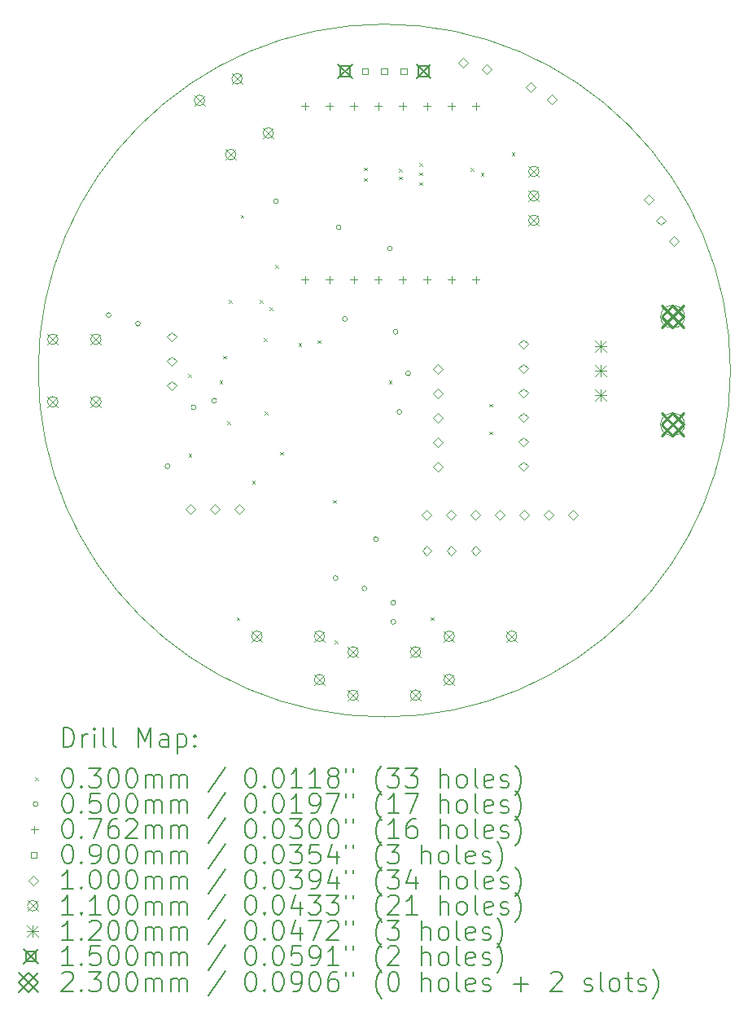
<source format=gbr>
%TF.GenerationSoftware,KiCad,Pcbnew,8.0.4*%
%TF.CreationDate,2024-08-30T01:00:02+02:00*%
%TF.ProjectId,smartEggTimer,736d6172-7445-4676-9754-696d65722e6b,rev?*%
%TF.SameCoordinates,Original*%
%TF.FileFunction,Drillmap*%
%TF.FilePolarity,Positive*%
%FSLAX45Y45*%
G04 Gerber Fmt 4.5, Leading zero omitted, Abs format (unit mm)*
G04 Created by KiCad (PCBNEW 8.0.4) date 2024-08-30 01:00:02*
%MOMM*%
%LPD*%
G01*
G04 APERTURE LIST*
%ADD10C,0.050000*%
%ADD11C,0.200000*%
%ADD12C,0.100000*%
%ADD13C,0.110000*%
%ADD14C,0.120000*%
%ADD15C,0.150000*%
%ADD16C,0.230000*%
G04 APERTURE END LIST*
D10*
X13600000Y-10000000D02*
G75*
G02*
X6400000Y-10000000I-3600000J0D01*
G01*
X6400000Y-10000000D02*
G75*
G02*
X13600000Y-10000000I3600000J0D01*
G01*
D11*
D12*
X7960000Y-10037500D02*
X7990000Y-10067500D01*
X7990000Y-10037500D02*
X7960000Y-10067500D01*
X7965000Y-10865000D02*
X7995000Y-10895000D01*
X7995000Y-10865000D02*
X7965000Y-10895000D01*
X8285000Y-10105000D02*
X8315000Y-10135000D01*
X8315000Y-10105000D02*
X8285000Y-10135000D01*
X8325000Y-9845000D02*
X8355000Y-9875000D01*
X8355000Y-9845000D02*
X8325000Y-9875000D01*
X8365000Y-10530000D02*
X8395000Y-10560000D01*
X8395000Y-10530000D02*
X8365000Y-10560000D01*
X8385000Y-9265000D02*
X8415000Y-9295000D01*
X8415000Y-9265000D02*
X8385000Y-9295000D01*
X8465000Y-12565000D02*
X8495000Y-12595000D01*
X8495000Y-12565000D02*
X8465000Y-12595000D01*
X8506500Y-8383500D02*
X8536500Y-8413500D01*
X8536500Y-8383500D02*
X8506500Y-8413500D01*
X8625000Y-11145000D02*
X8655000Y-11175000D01*
X8655000Y-11145000D02*
X8625000Y-11175000D01*
X8705000Y-9265000D02*
X8735000Y-9295000D01*
X8735000Y-9265000D02*
X8705000Y-9295000D01*
X8745000Y-9665000D02*
X8775000Y-9695000D01*
X8775000Y-9665000D02*
X8745000Y-9695000D01*
X8755000Y-10427500D02*
X8785000Y-10457500D01*
X8785000Y-10427500D02*
X8755000Y-10457500D01*
X8805000Y-9345000D02*
X8835000Y-9375000D01*
X8835000Y-9345000D02*
X8805000Y-9375000D01*
X8866500Y-8903500D02*
X8896500Y-8933500D01*
X8896500Y-8903500D02*
X8866500Y-8933500D01*
X8915000Y-10847500D02*
X8945000Y-10877500D01*
X8945000Y-10847500D02*
X8915000Y-10877500D01*
X9107500Y-9717500D02*
X9137500Y-9747500D01*
X9137500Y-9717500D02*
X9107500Y-9747500D01*
X9305000Y-9685000D02*
X9335000Y-9715000D01*
X9335000Y-9685000D02*
X9305000Y-9715000D01*
X9465000Y-11345000D02*
X9495000Y-11375000D01*
X9495000Y-11345000D02*
X9465000Y-11375000D01*
X9485000Y-12805000D02*
X9515000Y-12835000D01*
X9515000Y-12805000D02*
X9485000Y-12835000D01*
X9787500Y-7890000D02*
X9817500Y-7920000D01*
X9817500Y-7890000D02*
X9787500Y-7920000D01*
X9787500Y-8000000D02*
X9817500Y-8030000D01*
X9817500Y-8000000D02*
X9787500Y-8030000D01*
X10045000Y-10105000D02*
X10075000Y-10135000D01*
X10075000Y-10105000D02*
X10045000Y-10135000D01*
X10152500Y-7905000D02*
X10182500Y-7935000D01*
X10182500Y-7905000D02*
X10152500Y-7935000D01*
X10152500Y-7985000D02*
X10182500Y-8015000D01*
X10182500Y-7985000D02*
X10152500Y-8015000D01*
X10365000Y-7842500D02*
X10395000Y-7872500D01*
X10395000Y-7842500D02*
X10365000Y-7872500D01*
X10365000Y-7942500D02*
X10395000Y-7972500D01*
X10395000Y-7942500D02*
X10365000Y-7972500D01*
X10365000Y-8042500D02*
X10395000Y-8072500D01*
X10395000Y-8042500D02*
X10365000Y-8072500D01*
X10485000Y-12565000D02*
X10515000Y-12595000D01*
X10515000Y-12565000D02*
X10485000Y-12595000D01*
X10897500Y-7897500D02*
X10927500Y-7927500D01*
X10927500Y-7897500D02*
X10897500Y-7927500D01*
X11005000Y-7945000D02*
X11035000Y-7975000D01*
X11035000Y-7945000D02*
X11005000Y-7975000D01*
X11092500Y-10347500D02*
X11122500Y-10377500D01*
X11122500Y-10347500D02*
X11092500Y-10377500D01*
X11092500Y-10632500D02*
X11122500Y-10662500D01*
X11122500Y-10632500D02*
X11092500Y-10662500D01*
X11325000Y-7735000D02*
X11355000Y-7765000D01*
X11355000Y-7735000D02*
X11325000Y-7765000D01*
X7157500Y-9422500D02*
G75*
G02*
X7107500Y-9422500I-25000J0D01*
G01*
X7107500Y-9422500D02*
G75*
G02*
X7157500Y-9422500I25000J0D01*
G01*
X7462500Y-9512500D02*
G75*
G02*
X7412500Y-9512500I-25000J0D01*
G01*
X7412500Y-9512500D02*
G75*
G02*
X7462500Y-9512500I25000J0D01*
G01*
X7770000Y-10995000D02*
G75*
G02*
X7720000Y-10995000I-25000J0D01*
G01*
X7720000Y-10995000D02*
G75*
G02*
X7770000Y-10995000I25000J0D01*
G01*
X8040000Y-10382500D02*
G75*
G02*
X7990000Y-10382500I-25000J0D01*
G01*
X7990000Y-10382500D02*
G75*
G02*
X8040000Y-10382500I25000J0D01*
G01*
X8255000Y-10312500D02*
G75*
G02*
X8205000Y-10312500I-25000J0D01*
G01*
X8205000Y-10312500D02*
G75*
G02*
X8255000Y-10312500I25000J0D01*
G01*
X8897500Y-8240000D02*
G75*
G02*
X8847500Y-8240000I-25000J0D01*
G01*
X8847500Y-8240000D02*
G75*
G02*
X8897500Y-8240000I25000J0D01*
G01*
X9517500Y-12157500D02*
G75*
G02*
X9467500Y-12157500I-25000J0D01*
G01*
X9467500Y-12157500D02*
G75*
G02*
X9517500Y-12157500I25000J0D01*
G01*
X9550000Y-8512500D02*
G75*
G02*
X9500000Y-8512500I-25000J0D01*
G01*
X9500000Y-8512500D02*
G75*
G02*
X9550000Y-8512500I25000J0D01*
G01*
X9615000Y-9462500D02*
G75*
G02*
X9565000Y-9462500I-25000J0D01*
G01*
X9565000Y-9462500D02*
G75*
G02*
X9615000Y-9462500I25000J0D01*
G01*
X9817500Y-12265000D02*
G75*
G02*
X9767500Y-12265000I-25000J0D01*
G01*
X9767500Y-12265000D02*
G75*
G02*
X9817500Y-12265000I25000J0D01*
G01*
X9937500Y-11752500D02*
G75*
G02*
X9887500Y-11752500I-25000J0D01*
G01*
X9887500Y-11752500D02*
G75*
G02*
X9937500Y-11752500I25000J0D01*
G01*
X10082500Y-8730000D02*
G75*
G02*
X10032500Y-8730000I-25000J0D01*
G01*
X10032500Y-8730000D02*
G75*
G02*
X10082500Y-8730000I25000J0D01*
G01*
X10117500Y-12412500D02*
G75*
G02*
X10067500Y-12412500I-25000J0D01*
G01*
X10067500Y-12412500D02*
G75*
G02*
X10117500Y-12412500I25000J0D01*
G01*
X10117500Y-12612500D02*
G75*
G02*
X10067500Y-12612500I-25000J0D01*
G01*
X10067500Y-12612500D02*
G75*
G02*
X10117500Y-12612500I25000J0D01*
G01*
X10142500Y-9597500D02*
G75*
G02*
X10092500Y-9597500I-25000J0D01*
G01*
X10092500Y-9597500D02*
G75*
G02*
X10142500Y-9597500I25000J0D01*
G01*
X10182500Y-10430000D02*
G75*
G02*
X10132500Y-10430000I-25000J0D01*
G01*
X10132500Y-10430000D02*
G75*
G02*
X10182500Y-10430000I25000J0D01*
G01*
X10272500Y-10030000D02*
G75*
G02*
X10222500Y-10030000I-25000J0D01*
G01*
X10222500Y-10030000D02*
G75*
G02*
X10272500Y-10030000I25000J0D01*
G01*
X9174000Y-7214400D02*
X9174000Y-7290600D01*
X9135900Y-7252500D02*
X9212100Y-7252500D01*
X9174000Y-9017800D02*
X9174000Y-9094000D01*
X9135900Y-9055900D02*
X9212100Y-9055900D01*
X9428000Y-7214400D02*
X9428000Y-7290600D01*
X9389900Y-7252500D02*
X9466100Y-7252500D01*
X9428000Y-9017800D02*
X9428000Y-9094000D01*
X9389900Y-9055900D02*
X9466100Y-9055900D01*
X9682000Y-7214400D02*
X9682000Y-7290600D01*
X9643900Y-7252500D02*
X9720100Y-7252500D01*
X9682000Y-9017800D02*
X9682000Y-9094000D01*
X9643900Y-9055900D02*
X9720100Y-9055900D01*
X9936000Y-7214400D02*
X9936000Y-7290600D01*
X9897900Y-7252500D02*
X9974100Y-7252500D01*
X9936000Y-9017800D02*
X9936000Y-9094000D01*
X9897900Y-9055900D02*
X9974100Y-9055900D01*
X10190000Y-7214400D02*
X10190000Y-7290600D01*
X10151900Y-7252500D02*
X10228100Y-7252500D01*
X10190000Y-9017800D02*
X10190000Y-9094000D01*
X10151900Y-9055900D02*
X10228100Y-9055900D01*
X10444000Y-7214400D02*
X10444000Y-7290600D01*
X10405900Y-7252500D02*
X10482100Y-7252500D01*
X10444000Y-9017800D02*
X10444000Y-9094000D01*
X10405900Y-9055900D02*
X10482100Y-9055900D01*
X10698000Y-7214400D02*
X10698000Y-7290600D01*
X10659900Y-7252500D02*
X10736100Y-7252500D01*
X10698000Y-9017800D02*
X10698000Y-9094000D01*
X10659900Y-9055900D02*
X10736100Y-9055900D01*
X10952000Y-7214400D02*
X10952000Y-7290600D01*
X10913900Y-7252500D02*
X10990100Y-7252500D01*
X10952000Y-9017800D02*
X10952000Y-9094000D01*
X10913900Y-9055900D02*
X10990100Y-9055900D01*
X9831820Y-6920820D02*
X9831820Y-6857180D01*
X9768180Y-6857180D01*
X9768180Y-6920820D01*
X9831820Y-6920820D01*
X10031820Y-6920820D02*
X10031820Y-6857180D01*
X9968180Y-6857180D01*
X9968180Y-6920820D01*
X10031820Y-6920820D01*
X10231820Y-6920820D02*
X10231820Y-6857180D01*
X10168180Y-6857180D01*
X10168180Y-6920820D01*
X10231820Y-6920820D01*
X7790000Y-9700000D02*
X7840000Y-9650000D01*
X7790000Y-9600000D01*
X7740000Y-9650000D01*
X7790000Y-9700000D01*
X7790000Y-9954000D02*
X7840000Y-9904000D01*
X7790000Y-9854000D01*
X7740000Y-9904000D01*
X7790000Y-9954000D01*
X7790000Y-10208000D02*
X7840000Y-10158000D01*
X7790000Y-10108000D01*
X7740000Y-10158000D01*
X7790000Y-10208000D01*
X7984500Y-11490000D02*
X8034500Y-11440000D01*
X7984500Y-11390000D01*
X7934500Y-11440000D01*
X7984500Y-11490000D01*
X8238500Y-11490000D02*
X8288500Y-11440000D01*
X8238500Y-11390000D01*
X8188500Y-11440000D01*
X8238500Y-11490000D01*
X8492500Y-11490000D02*
X8542500Y-11440000D01*
X8492500Y-11390000D01*
X8442500Y-11440000D01*
X8492500Y-11490000D01*
X10440000Y-11550000D02*
X10490000Y-11500000D01*
X10440000Y-11450000D01*
X10390000Y-11500000D01*
X10440000Y-11550000D01*
X10442500Y-11922500D02*
X10492500Y-11872500D01*
X10442500Y-11822500D01*
X10392500Y-11872500D01*
X10442500Y-11922500D01*
X10560000Y-10034000D02*
X10610000Y-9984000D01*
X10560000Y-9934000D01*
X10510000Y-9984000D01*
X10560000Y-10034000D01*
X10560000Y-10288000D02*
X10610000Y-10238000D01*
X10560000Y-10188000D01*
X10510000Y-10238000D01*
X10560000Y-10288000D01*
X10560000Y-10542000D02*
X10610000Y-10492000D01*
X10560000Y-10442000D01*
X10510000Y-10492000D01*
X10560000Y-10542000D01*
X10560000Y-10796000D02*
X10610000Y-10746000D01*
X10560000Y-10696000D01*
X10510000Y-10746000D01*
X10560000Y-10796000D01*
X10560000Y-11050000D02*
X10610000Y-11000000D01*
X10560000Y-10950000D01*
X10510000Y-11000000D01*
X10560000Y-11050000D01*
X10694000Y-11550000D02*
X10744000Y-11500000D01*
X10694000Y-11450000D01*
X10644000Y-11500000D01*
X10694000Y-11550000D01*
X10696500Y-11922500D02*
X10746500Y-11872500D01*
X10696500Y-11822500D01*
X10646500Y-11872500D01*
X10696500Y-11922500D01*
X10820000Y-6850000D02*
X10870000Y-6800000D01*
X10820000Y-6750000D01*
X10770000Y-6800000D01*
X10820000Y-6850000D01*
X10948000Y-11550000D02*
X10998000Y-11500000D01*
X10948000Y-11450000D01*
X10898000Y-11500000D01*
X10948000Y-11550000D01*
X10950500Y-11922500D02*
X11000500Y-11872500D01*
X10950500Y-11822500D01*
X10900500Y-11872500D01*
X10950500Y-11922500D01*
X11065345Y-6915740D02*
X11115345Y-6865740D01*
X11065345Y-6815740D01*
X11015345Y-6865740D01*
X11065345Y-6915740D01*
X11202000Y-11550000D02*
X11252000Y-11500000D01*
X11202000Y-11450000D01*
X11152000Y-11500000D01*
X11202000Y-11550000D01*
X11447500Y-9776000D02*
X11497500Y-9726000D01*
X11447500Y-9676000D01*
X11397500Y-9726000D01*
X11447500Y-9776000D01*
X11447500Y-10030000D02*
X11497500Y-9980000D01*
X11447500Y-9930000D01*
X11397500Y-9980000D01*
X11447500Y-10030000D01*
X11447500Y-10284000D02*
X11497500Y-10234000D01*
X11447500Y-10184000D01*
X11397500Y-10234000D01*
X11447500Y-10284000D01*
X11447500Y-10538000D02*
X11497500Y-10488000D01*
X11447500Y-10438000D01*
X11397500Y-10488000D01*
X11447500Y-10538000D01*
X11447500Y-10792000D02*
X11497500Y-10742000D01*
X11447500Y-10692000D01*
X11397500Y-10742000D01*
X11447500Y-10792000D01*
X11447500Y-11046000D02*
X11497500Y-10996000D01*
X11447500Y-10946000D01*
X11397500Y-10996000D01*
X11447500Y-11046000D01*
X11456000Y-11550000D02*
X11506000Y-11500000D01*
X11456000Y-11450000D01*
X11406000Y-11500000D01*
X11456000Y-11550000D01*
X11520000Y-7103000D02*
X11570000Y-7053000D01*
X11520000Y-7003000D01*
X11470000Y-7053000D01*
X11520000Y-7103000D01*
X11710000Y-11550000D02*
X11760000Y-11500000D01*
X11710000Y-11450000D01*
X11660000Y-11500000D01*
X11710000Y-11550000D01*
X11739970Y-7230000D02*
X11789970Y-7180000D01*
X11739970Y-7130000D01*
X11689970Y-7180000D01*
X11739970Y-7230000D01*
X11964000Y-11550000D02*
X12014000Y-11500000D01*
X11964000Y-11450000D01*
X11914000Y-11500000D01*
X11964000Y-11550000D01*
X12749180Y-8272279D02*
X12799180Y-8222279D01*
X12749180Y-8172279D01*
X12699180Y-8222279D01*
X12749180Y-8272279D01*
X12880000Y-8490000D02*
X12930000Y-8440000D01*
X12880000Y-8390000D01*
X12830000Y-8440000D01*
X12880000Y-8490000D01*
X13010820Y-8707721D02*
X13060820Y-8657721D01*
X13010820Y-8607721D01*
X12960820Y-8657721D01*
X13010820Y-8707721D01*
D13*
X6495000Y-9620000D02*
X6605000Y-9730000D01*
X6605000Y-9620000D02*
X6495000Y-9730000D01*
X6605000Y-9675000D02*
G75*
G02*
X6495000Y-9675000I-55000J0D01*
G01*
X6495000Y-9675000D02*
G75*
G02*
X6605000Y-9675000I55000J0D01*
G01*
X6495000Y-10270000D02*
X6605000Y-10380000D01*
X6605000Y-10270000D02*
X6495000Y-10380000D01*
X6605000Y-10325000D02*
G75*
G02*
X6495000Y-10325000I-55000J0D01*
G01*
X6495000Y-10325000D02*
G75*
G02*
X6605000Y-10325000I55000J0D01*
G01*
X6945000Y-9620000D02*
X7055000Y-9730000D01*
X7055000Y-9620000D02*
X6945000Y-9730000D01*
X7055000Y-9675000D02*
G75*
G02*
X6945000Y-9675000I-55000J0D01*
G01*
X6945000Y-9675000D02*
G75*
G02*
X7055000Y-9675000I55000J0D01*
G01*
X6945000Y-10270000D02*
X7055000Y-10380000D01*
X7055000Y-10270000D02*
X6945000Y-10380000D01*
X7055000Y-10325000D02*
G75*
G02*
X6945000Y-10325000I-55000J0D01*
G01*
X6945000Y-10325000D02*
G75*
G02*
X7055000Y-10325000I55000J0D01*
G01*
X8022788Y-7137500D02*
X8132788Y-7247500D01*
X8132788Y-7137500D02*
X8022788Y-7247500D01*
X8132788Y-7192500D02*
G75*
G02*
X8022788Y-7192500I-55000J0D01*
G01*
X8022788Y-7192500D02*
G75*
G02*
X8132788Y-7192500I55000J0D01*
G01*
X8347789Y-7700417D02*
X8457789Y-7810417D01*
X8457789Y-7700417D02*
X8347789Y-7810417D01*
X8457789Y-7755417D02*
G75*
G02*
X8347789Y-7755417I-55000J0D01*
G01*
X8347789Y-7755417D02*
G75*
G02*
X8457789Y-7755417I55000J0D01*
G01*
X8412500Y-6912500D02*
X8522500Y-7022500D01*
X8522500Y-6912500D02*
X8412500Y-7022500D01*
X8522500Y-6967500D02*
G75*
G02*
X8412500Y-6967500I-55000J0D01*
G01*
X8412500Y-6967500D02*
G75*
G02*
X8522500Y-6967500I55000J0D01*
G01*
X8620000Y-12707000D02*
X8730000Y-12817000D01*
X8730000Y-12707000D02*
X8620000Y-12817000D01*
X8730000Y-12762000D02*
G75*
G02*
X8620000Y-12762000I-55000J0D01*
G01*
X8620000Y-12762000D02*
G75*
G02*
X8730000Y-12762000I55000J0D01*
G01*
X8737500Y-7475416D02*
X8847500Y-7585416D01*
X8847500Y-7475416D02*
X8737500Y-7585416D01*
X8847500Y-7530416D02*
G75*
G02*
X8737500Y-7530416I-55000J0D01*
G01*
X8737500Y-7530416D02*
G75*
G02*
X8847500Y-7530416I55000J0D01*
G01*
X9270000Y-12707000D02*
X9380000Y-12817000D01*
X9380000Y-12707000D02*
X9270000Y-12817000D01*
X9380000Y-12762000D02*
G75*
G02*
X9270000Y-12762000I-55000J0D01*
G01*
X9270000Y-12762000D02*
G75*
G02*
X9380000Y-12762000I55000J0D01*
G01*
X9270000Y-13157000D02*
X9380000Y-13267000D01*
X9380000Y-13157000D02*
X9270000Y-13267000D01*
X9380000Y-13212000D02*
G75*
G02*
X9270000Y-13212000I-55000J0D01*
G01*
X9270000Y-13212000D02*
G75*
G02*
X9380000Y-13212000I55000J0D01*
G01*
X9620000Y-12870000D02*
X9730000Y-12980000D01*
X9730000Y-12870000D02*
X9620000Y-12980000D01*
X9730000Y-12925000D02*
G75*
G02*
X9620000Y-12925000I-55000J0D01*
G01*
X9620000Y-12925000D02*
G75*
G02*
X9730000Y-12925000I55000J0D01*
G01*
X9620000Y-13320000D02*
X9730000Y-13430000D01*
X9730000Y-13320000D02*
X9620000Y-13430000D01*
X9730000Y-13375000D02*
G75*
G02*
X9620000Y-13375000I-55000J0D01*
G01*
X9620000Y-13375000D02*
G75*
G02*
X9730000Y-13375000I55000J0D01*
G01*
X10270000Y-12870000D02*
X10380000Y-12980000D01*
X10380000Y-12870000D02*
X10270000Y-12980000D01*
X10380000Y-12925000D02*
G75*
G02*
X10270000Y-12925000I-55000J0D01*
G01*
X10270000Y-12925000D02*
G75*
G02*
X10380000Y-12925000I55000J0D01*
G01*
X10270000Y-13320000D02*
X10380000Y-13430000D01*
X10380000Y-13320000D02*
X10270000Y-13430000D01*
X10380000Y-13375000D02*
G75*
G02*
X10270000Y-13375000I-55000J0D01*
G01*
X10270000Y-13375000D02*
G75*
G02*
X10380000Y-13375000I55000J0D01*
G01*
X10620000Y-12707000D02*
X10730000Y-12817000D01*
X10730000Y-12707000D02*
X10620000Y-12817000D01*
X10730000Y-12762000D02*
G75*
G02*
X10620000Y-12762000I-55000J0D01*
G01*
X10620000Y-12762000D02*
G75*
G02*
X10730000Y-12762000I55000J0D01*
G01*
X10620000Y-13157000D02*
X10730000Y-13267000D01*
X10730000Y-13157000D02*
X10620000Y-13267000D01*
X10730000Y-13212000D02*
G75*
G02*
X10620000Y-13212000I-55000J0D01*
G01*
X10620000Y-13212000D02*
G75*
G02*
X10730000Y-13212000I55000J0D01*
G01*
X11270000Y-12707000D02*
X11380000Y-12817000D01*
X11380000Y-12707000D02*
X11270000Y-12817000D01*
X11380000Y-12762000D02*
G75*
G02*
X11270000Y-12762000I-55000J0D01*
G01*
X11270000Y-12762000D02*
G75*
G02*
X11380000Y-12762000I55000J0D01*
G01*
X11500000Y-7876000D02*
X11610000Y-7986000D01*
X11610000Y-7876000D02*
X11500000Y-7986000D01*
X11610000Y-7931000D02*
G75*
G02*
X11500000Y-7931000I-55000J0D01*
G01*
X11500000Y-7931000D02*
G75*
G02*
X11610000Y-7931000I55000J0D01*
G01*
X11500000Y-8130000D02*
X11610000Y-8240000D01*
X11610000Y-8130000D02*
X11500000Y-8240000D01*
X11610000Y-8185000D02*
G75*
G02*
X11500000Y-8185000I-55000J0D01*
G01*
X11500000Y-8185000D02*
G75*
G02*
X11610000Y-8185000I55000J0D01*
G01*
X11500000Y-8384000D02*
X11610000Y-8494000D01*
X11610000Y-8384000D02*
X11500000Y-8494000D01*
X11610000Y-8439000D02*
G75*
G02*
X11500000Y-8439000I-55000J0D01*
G01*
X11500000Y-8439000D02*
G75*
G02*
X11610000Y-8439000I55000J0D01*
G01*
D14*
X12188900Y-9686000D02*
X12308900Y-9806000D01*
X12308900Y-9686000D02*
X12188900Y-9806000D01*
X12248900Y-9686000D02*
X12248900Y-9806000D01*
X12188900Y-9746000D02*
X12308900Y-9746000D01*
X12188900Y-9940000D02*
X12308900Y-10060000D01*
X12308900Y-9940000D02*
X12188900Y-10060000D01*
X12248900Y-9940000D02*
X12248900Y-10060000D01*
X12188900Y-10000000D02*
X12308900Y-10000000D01*
X12188900Y-10194000D02*
X12308900Y-10314000D01*
X12308900Y-10194000D02*
X12188900Y-10314000D01*
X12248900Y-10194000D02*
X12248900Y-10314000D01*
X12188900Y-10254000D02*
X12308900Y-10254000D01*
D15*
X9515000Y-6814000D02*
X9665000Y-6964000D01*
X9665000Y-6814000D02*
X9515000Y-6964000D01*
X9643034Y-6942034D02*
X9643034Y-6835967D01*
X9536967Y-6835967D01*
X9536967Y-6942034D01*
X9643034Y-6942034D01*
X10335000Y-6814000D02*
X10485000Y-6964000D01*
X10485000Y-6814000D02*
X10335000Y-6964000D01*
X10463034Y-6942033D02*
X10463034Y-6835966D01*
X10356967Y-6835966D01*
X10356967Y-6942033D01*
X10463034Y-6942033D01*
D16*
X12883900Y-9325000D02*
X13113900Y-9555000D01*
X13113900Y-9325000D02*
X12883900Y-9555000D01*
X12998900Y-9555000D02*
X13113900Y-9440000D01*
X12998900Y-9325000D01*
X12883900Y-9440000D01*
X12998900Y-9555000D01*
D12*
X12989000Y-9555000D02*
X13008800Y-9555000D01*
X13008800Y-9325000D02*
G75*
G02*
X13008800Y-9555000I0J-115000D01*
G01*
X13008800Y-9325000D02*
X12989000Y-9325000D01*
X12989000Y-9325000D02*
G75*
G03*
X12989000Y-9555000I0J-115000D01*
G01*
D16*
X12883900Y-10445000D02*
X13113900Y-10675000D01*
X13113900Y-10445000D02*
X12883900Y-10675000D01*
X12998900Y-10675000D02*
X13113900Y-10560000D01*
X12998900Y-10445000D01*
X12883900Y-10560000D01*
X12998900Y-10675000D01*
D12*
X12989000Y-10675000D02*
X13008800Y-10675000D01*
X13008800Y-10445000D02*
G75*
G02*
X13008800Y-10675000I0J-115000D01*
G01*
X13008800Y-10445000D02*
X12989000Y-10445000D01*
X12989000Y-10445000D02*
G75*
G03*
X12989000Y-10675000I0J-115000D01*
G01*
D11*
X6658277Y-13913984D02*
X6658277Y-13713984D01*
X6658277Y-13713984D02*
X6705896Y-13713984D01*
X6705896Y-13713984D02*
X6734467Y-13723508D01*
X6734467Y-13723508D02*
X6753515Y-13742555D01*
X6753515Y-13742555D02*
X6763039Y-13761603D01*
X6763039Y-13761603D02*
X6772562Y-13799698D01*
X6772562Y-13799698D02*
X6772562Y-13828269D01*
X6772562Y-13828269D02*
X6763039Y-13866365D01*
X6763039Y-13866365D02*
X6753515Y-13885412D01*
X6753515Y-13885412D02*
X6734467Y-13904460D01*
X6734467Y-13904460D02*
X6705896Y-13913984D01*
X6705896Y-13913984D02*
X6658277Y-13913984D01*
X6858277Y-13913984D02*
X6858277Y-13780650D01*
X6858277Y-13818746D02*
X6867801Y-13799698D01*
X6867801Y-13799698D02*
X6877324Y-13790174D01*
X6877324Y-13790174D02*
X6896372Y-13780650D01*
X6896372Y-13780650D02*
X6915420Y-13780650D01*
X6982086Y-13913984D02*
X6982086Y-13780650D01*
X6982086Y-13713984D02*
X6972562Y-13723508D01*
X6972562Y-13723508D02*
X6982086Y-13733031D01*
X6982086Y-13733031D02*
X6991610Y-13723508D01*
X6991610Y-13723508D02*
X6982086Y-13713984D01*
X6982086Y-13713984D02*
X6982086Y-13733031D01*
X7105896Y-13913984D02*
X7086848Y-13904460D01*
X7086848Y-13904460D02*
X7077324Y-13885412D01*
X7077324Y-13885412D02*
X7077324Y-13713984D01*
X7210658Y-13913984D02*
X7191610Y-13904460D01*
X7191610Y-13904460D02*
X7182086Y-13885412D01*
X7182086Y-13885412D02*
X7182086Y-13713984D01*
X7439229Y-13913984D02*
X7439229Y-13713984D01*
X7439229Y-13713984D02*
X7505896Y-13856841D01*
X7505896Y-13856841D02*
X7572562Y-13713984D01*
X7572562Y-13713984D02*
X7572562Y-13913984D01*
X7753515Y-13913984D02*
X7753515Y-13809222D01*
X7753515Y-13809222D02*
X7743991Y-13790174D01*
X7743991Y-13790174D02*
X7724943Y-13780650D01*
X7724943Y-13780650D02*
X7686848Y-13780650D01*
X7686848Y-13780650D02*
X7667801Y-13790174D01*
X7753515Y-13904460D02*
X7734467Y-13913984D01*
X7734467Y-13913984D02*
X7686848Y-13913984D01*
X7686848Y-13913984D02*
X7667801Y-13904460D01*
X7667801Y-13904460D02*
X7658277Y-13885412D01*
X7658277Y-13885412D02*
X7658277Y-13866365D01*
X7658277Y-13866365D02*
X7667801Y-13847317D01*
X7667801Y-13847317D02*
X7686848Y-13837793D01*
X7686848Y-13837793D02*
X7734467Y-13837793D01*
X7734467Y-13837793D02*
X7753515Y-13828269D01*
X7848753Y-13780650D02*
X7848753Y-13980650D01*
X7848753Y-13790174D02*
X7867801Y-13780650D01*
X7867801Y-13780650D02*
X7905896Y-13780650D01*
X7905896Y-13780650D02*
X7924943Y-13790174D01*
X7924943Y-13790174D02*
X7934467Y-13799698D01*
X7934467Y-13799698D02*
X7943991Y-13818746D01*
X7943991Y-13818746D02*
X7943991Y-13875888D01*
X7943991Y-13875888D02*
X7934467Y-13894936D01*
X7934467Y-13894936D02*
X7924943Y-13904460D01*
X7924943Y-13904460D02*
X7905896Y-13913984D01*
X7905896Y-13913984D02*
X7867801Y-13913984D01*
X7867801Y-13913984D02*
X7848753Y-13904460D01*
X8029705Y-13894936D02*
X8039229Y-13904460D01*
X8039229Y-13904460D02*
X8029705Y-13913984D01*
X8029705Y-13913984D02*
X8020182Y-13904460D01*
X8020182Y-13904460D02*
X8029705Y-13894936D01*
X8029705Y-13894936D02*
X8029705Y-13913984D01*
X8029705Y-13790174D02*
X8039229Y-13799698D01*
X8039229Y-13799698D02*
X8029705Y-13809222D01*
X8029705Y-13809222D02*
X8020182Y-13799698D01*
X8020182Y-13799698D02*
X8029705Y-13790174D01*
X8029705Y-13790174D02*
X8029705Y-13809222D01*
D12*
X6367500Y-14227500D02*
X6397500Y-14257500D01*
X6397500Y-14227500D02*
X6367500Y-14257500D01*
D11*
X6696372Y-14133984D02*
X6715420Y-14133984D01*
X6715420Y-14133984D02*
X6734467Y-14143508D01*
X6734467Y-14143508D02*
X6743991Y-14153031D01*
X6743991Y-14153031D02*
X6753515Y-14172079D01*
X6753515Y-14172079D02*
X6763039Y-14210174D01*
X6763039Y-14210174D02*
X6763039Y-14257793D01*
X6763039Y-14257793D02*
X6753515Y-14295888D01*
X6753515Y-14295888D02*
X6743991Y-14314936D01*
X6743991Y-14314936D02*
X6734467Y-14324460D01*
X6734467Y-14324460D02*
X6715420Y-14333984D01*
X6715420Y-14333984D02*
X6696372Y-14333984D01*
X6696372Y-14333984D02*
X6677324Y-14324460D01*
X6677324Y-14324460D02*
X6667801Y-14314936D01*
X6667801Y-14314936D02*
X6658277Y-14295888D01*
X6658277Y-14295888D02*
X6648753Y-14257793D01*
X6648753Y-14257793D02*
X6648753Y-14210174D01*
X6648753Y-14210174D02*
X6658277Y-14172079D01*
X6658277Y-14172079D02*
X6667801Y-14153031D01*
X6667801Y-14153031D02*
X6677324Y-14143508D01*
X6677324Y-14143508D02*
X6696372Y-14133984D01*
X6848753Y-14314936D02*
X6858277Y-14324460D01*
X6858277Y-14324460D02*
X6848753Y-14333984D01*
X6848753Y-14333984D02*
X6839229Y-14324460D01*
X6839229Y-14324460D02*
X6848753Y-14314936D01*
X6848753Y-14314936D02*
X6848753Y-14333984D01*
X6924943Y-14133984D02*
X7048753Y-14133984D01*
X7048753Y-14133984D02*
X6982086Y-14210174D01*
X6982086Y-14210174D02*
X7010658Y-14210174D01*
X7010658Y-14210174D02*
X7029705Y-14219698D01*
X7029705Y-14219698D02*
X7039229Y-14229222D01*
X7039229Y-14229222D02*
X7048753Y-14248269D01*
X7048753Y-14248269D02*
X7048753Y-14295888D01*
X7048753Y-14295888D02*
X7039229Y-14314936D01*
X7039229Y-14314936D02*
X7029705Y-14324460D01*
X7029705Y-14324460D02*
X7010658Y-14333984D01*
X7010658Y-14333984D02*
X6953515Y-14333984D01*
X6953515Y-14333984D02*
X6934467Y-14324460D01*
X6934467Y-14324460D02*
X6924943Y-14314936D01*
X7172562Y-14133984D02*
X7191610Y-14133984D01*
X7191610Y-14133984D02*
X7210658Y-14143508D01*
X7210658Y-14143508D02*
X7220182Y-14153031D01*
X7220182Y-14153031D02*
X7229705Y-14172079D01*
X7229705Y-14172079D02*
X7239229Y-14210174D01*
X7239229Y-14210174D02*
X7239229Y-14257793D01*
X7239229Y-14257793D02*
X7229705Y-14295888D01*
X7229705Y-14295888D02*
X7220182Y-14314936D01*
X7220182Y-14314936D02*
X7210658Y-14324460D01*
X7210658Y-14324460D02*
X7191610Y-14333984D01*
X7191610Y-14333984D02*
X7172562Y-14333984D01*
X7172562Y-14333984D02*
X7153515Y-14324460D01*
X7153515Y-14324460D02*
X7143991Y-14314936D01*
X7143991Y-14314936D02*
X7134467Y-14295888D01*
X7134467Y-14295888D02*
X7124943Y-14257793D01*
X7124943Y-14257793D02*
X7124943Y-14210174D01*
X7124943Y-14210174D02*
X7134467Y-14172079D01*
X7134467Y-14172079D02*
X7143991Y-14153031D01*
X7143991Y-14153031D02*
X7153515Y-14143508D01*
X7153515Y-14143508D02*
X7172562Y-14133984D01*
X7363039Y-14133984D02*
X7382086Y-14133984D01*
X7382086Y-14133984D02*
X7401134Y-14143508D01*
X7401134Y-14143508D02*
X7410658Y-14153031D01*
X7410658Y-14153031D02*
X7420182Y-14172079D01*
X7420182Y-14172079D02*
X7429705Y-14210174D01*
X7429705Y-14210174D02*
X7429705Y-14257793D01*
X7429705Y-14257793D02*
X7420182Y-14295888D01*
X7420182Y-14295888D02*
X7410658Y-14314936D01*
X7410658Y-14314936D02*
X7401134Y-14324460D01*
X7401134Y-14324460D02*
X7382086Y-14333984D01*
X7382086Y-14333984D02*
X7363039Y-14333984D01*
X7363039Y-14333984D02*
X7343991Y-14324460D01*
X7343991Y-14324460D02*
X7334467Y-14314936D01*
X7334467Y-14314936D02*
X7324943Y-14295888D01*
X7324943Y-14295888D02*
X7315420Y-14257793D01*
X7315420Y-14257793D02*
X7315420Y-14210174D01*
X7315420Y-14210174D02*
X7324943Y-14172079D01*
X7324943Y-14172079D02*
X7334467Y-14153031D01*
X7334467Y-14153031D02*
X7343991Y-14143508D01*
X7343991Y-14143508D02*
X7363039Y-14133984D01*
X7515420Y-14333984D02*
X7515420Y-14200650D01*
X7515420Y-14219698D02*
X7524943Y-14210174D01*
X7524943Y-14210174D02*
X7543991Y-14200650D01*
X7543991Y-14200650D02*
X7572563Y-14200650D01*
X7572563Y-14200650D02*
X7591610Y-14210174D01*
X7591610Y-14210174D02*
X7601134Y-14229222D01*
X7601134Y-14229222D02*
X7601134Y-14333984D01*
X7601134Y-14229222D02*
X7610658Y-14210174D01*
X7610658Y-14210174D02*
X7629705Y-14200650D01*
X7629705Y-14200650D02*
X7658277Y-14200650D01*
X7658277Y-14200650D02*
X7677324Y-14210174D01*
X7677324Y-14210174D02*
X7686848Y-14229222D01*
X7686848Y-14229222D02*
X7686848Y-14333984D01*
X7782086Y-14333984D02*
X7782086Y-14200650D01*
X7782086Y-14219698D02*
X7791610Y-14210174D01*
X7791610Y-14210174D02*
X7810658Y-14200650D01*
X7810658Y-14200650D02*
X7839229Y-14200650D01*
X7839229Y-14200650D02*
X7858277Y-14210174D01*
X7858277Y-14210174D02*
X7867801Y-14229222D01*
X7867801Y-14229222D02*
X7867801Y-14333984D01*
X7867801Y-14229222D02*
X7877324Y-14210174D01*
X7877324Y-14210174D02*
X7896372Y-14200650D01*
X7896372Y-14200650D02*
X7924943Y-14200650D01*
X7924943Y-14200650D02*
X7943991Y-14210174D01*
X7943991Y-14210174D02*
X7953515Y-14229222D01*
X7953515Y-14229222D02*
X7953515Y-14333984D01*
X8343991Y-14124460D02*
X8172563Y-14381603D01*
X8601134Y-14133984D02*
X8620182Y-14133984D01*
X8620182Y-14133984D02*
X8639229Y-14143508D01*
X8639229Y-14143508D02*
X8648753Y-14153031D01*
X8648753Y-14153031D02*
X8658277Y-14172079D01*
X8658277Y-14172079D02*
X8667801Y-14210174D01*
X8667801Y-14210174D02*
X8667801Y-14257793D01*
X8667801Y-14257793D02*
X8658277Y-14295888D01*
X8658277Y-14295888D02*
X8648753Y-14314936D01*
X8648753Y-14314936D02*
X8639229Y-14324460D01*
X8639229Y-14324460D02*
X8620182Y-14333984D01*
X8620182Y-14333984D02*
X8601134Y-14333984D01*
X8601134Y-14333984D02*
X8582087Y-14324460D01*
X8582087Y-14324460D02*
X8572563Y-14314936D01*
X8572563Y-14314936D02*
X8563039Y-14295888D01*
X8563039Y-14295888D02*
X8553515Y-14257793D01*
X8553515Y-14257793D02*
X8553515Y-14210174D01*
X8553515Y-14210174D02*
X8563039Y-14172079D01*
X8563039Y-14172079D02*
X8572563Y-14153031D01*
X8572563Y-14153031D02*
X8582087Y-14143508D01*
X8582087Y-14143508D02*
X8601134Y-14133984D01*
X8753515Y-14314936D02*
X8763039Y-14324460D01*
X8763039Y-14324460D02*
X8753515Y-14333984D01*
X8753515Y-14333984D02*
X8743991Y-14324460D01*
X8743991Y-14324460D02*
X8753515Y-14314936D01*
X8753515Y-14314936D02*
X8753515Y-14333984D01*
X8886848Y-14133984D02*
X8905896Y-14133984D01*
X8905896Y-14133984D02*
X8924944Y-14143508D01*
X8924944Y-14143508D02*
X8934468Y-14153031D01*
X8934468Y-14153031D02*
X8943991Y-14172079D01*
X8943991Y-14172079D02*
X8953515Y-14210174D01*
X8953515Y-14210174D02*
X8953515Y-14257793D01*
X8953515Y-14257793D02*
X8943991Y-14295888D01*
X8943991Y-14295888D02*
X8934468Y-14314936D01*
X8934468Y-14314936D02*
X8924944Y-14324460D01*
X8924944Y-14324460D02*
X8905896Y-14333984D01*
X8905896Y-14333984D02*
X8886848Y-14333984D01*
X8886848Y-14333984D02*
X8867801Y-14324460D01*
X8867801Y-14324460D02*
X8858277Y-14314936D01*
X8858277Y-14314936D02*
X8848753Y-14295888D01*
X8848753Y-14295888D02*
X8839229Y-14257793D01*
X8839229Y-14257793D02*
X8839229Y-14210174D01*
X8839229Y-14210174D02*
X8848753Y-14172079D01*
X8848753Y-14172079D02*
X8858277Y-14153031D01*
X8858277Y-14153031D02*
X8867801Y-14143508D01*
X8867801Y-14143508D02*
X8886848Y-14133984D01*
X9143991Y-14333984D02*
X9029706Y-14333984D01*
X9086848Y-14333984D02*
X9086848Y-14133984D01*
X9086848Y-14133984D02*
X9067801Y-14162555D01*
X9067801Y-14162555D02*
X9048753Y-14181603D01*
X9048753Y-14181603D02*
X9029706Y-14191127D01*
X9334468Y-14333984D02*
X9220182Y-14333984D01*
X9277325Y-14333984D02*
X9277325Y-14133984D01*
X9277325Y-14133984D02*
X9258277Y-14162555D01*
X9258277Y-14162555D02*
X9239229Y-14181603D01*
X9239229Y-14181603D02*
X9220182Y-14191127D01*
X9448753Y-14219698D02*
X9429706Y-14210174D01*
X9429706Y-14210174D02*
X9420182Y-14200650D01*
X9420182Y-14200650D02*
X9410658Y-14181603D01*
X9410658Y-14181603D02*
X9410658Y-14172079D01*
X9410658Y-14172079D02*
X9420182Y-14153031D01*
X9420182Y-14153031D02*
X9429706Y-14143508D01*
X9429706Y-14143508D02*
X9448753Y-14133984D01*
X9448753Y-14133984D02*
X9486849Y-14133984D01*
X9486849Y-14133984D02*
X9505896Y-14143508D01*
X9505896Y-14143508D02*
X9515420Y-14153031D01*
X9515420Y-14153031D02*
X9524944Y-14172079D01*
X9524944Y-14172079D02*
X9524944Y-14181603D01*
X9524944Y-14181603D02*
X9515420Y-14200650D01*
X9515420Y-14200650D02*
X9505896Y-14210174D01*
X9505896Y-14210174D02*
X9486849Y-14219698D01*
X9486849Y-14219698D02*
X9448753Y-14219698D01*
X9448753Y-14219698D02*
X9429706Y-14229222D01*
X9429706Y-14229222D02*
X9420182Y-14238746D01*
X9420182Y-14238746D02*
X9410658Y-14257793D01*
X9410658Y-14257793D02*
X9410658Y-14295888D01*
X9410658Y-14295888D02*
X9420182Y-14314936D01*
X9420182Y-14314936D02*
X9429706Y-14324460D01*
X9429706Y-14324460D02*
X9448753Y-14333984D01*
X9448753Y-14333984D02*
X9486849Y-14333984D01*
X9486849Y-14333984D02*
X9505896Y-14324460D01*
X9505896Y-14324460D02*
X9515420Y-14314936D01*
X9515420Y-14314936D02*
X9524944Y-14295888D01*
X9524944Y-14295888D02*
X9524944Y-14257793D01*
X9524944Y-14257793D02*
X9515420Y-14238746D01*
X9515420Y-14238746D02*
X9505896Y-14229222D01*
X9505896Y-14229222D02*
X9486849Y-14219698D01*
X9601134Y-14133984D02*
X9601134Y-14172079D01*
X9677325Y-14133984D02*
X9677325Y-14172079D01*
X9972563Y-14410174D02*
X9963039Y-14400650D01*
X9963039Y-14400650D02*
X9943991Y-14372079D01*
X9943991Y-14372079D02*
X9934468Y-14353031D01*
X9934468Y-14353031D02*
X9924944Y-14324460D01*
X9924944Y-14324460D02*
X9915420Y-14276841D01*
X9915420Y-14276841D02*
X9915420Y-14238746D01*
X9915420Y-14238746D02*
X9924944Y-14191127D01*
X9924944Y-14191127D02*
X9934468Y-14162555D01*
X9934468Y-14162555D02*
X9943991Y-14143508D01*
X9943991Y-14143508D02*
X9963039Y-14114936D01*
X9963039Y-14114936D02*
X9972563Y-14105412D01*
X10029706Y-14133984D02*
X10153515Y-14133984D01*
X10153515Y-14133984D02*
X10086849Y-14210174D01*
X10086849Y-14210174D02*
X10115420Y-14210174D01*
X10115420Y-14210174D02*
X10134468Y-14219698D01*
X10134468Y-14219698D02*
X10143991Y-14229222D01*
X10143991Y-14229222D02*
X10153515Y-14248269D01*
X10153515Y-14248269D02*
X10153515Y-14295888D01*
X10153515Y-14295888D02*
X10143991Y-14314936D01*
X10143991Y-14314936D02*
X10134468Y-14324460D01*
X10134468Y-14324460D02*
X10115420Y-14333984D01*
X10115420Y-14333984D02*
X10058277Y-14333984D01*
X10058277Y-14333984D02*
X10039230Y-14324460D01*
X10039230Y-14324460D02*
X10029706Y-14314936D01*
X10220182Y-14133984D02*
X10343991Y-14133984D01*
X10343991Y-14133984D02*
X10277325Y-14210174D01*
X10277325Y-14210174D02*
X10305896Y-14210174D01*
X10305896Y-14210174D02*
X10324944Y-14219698D01*
X10324944Y-14219698D02*
X10334468Y-14229222D01*
X10334468Y-14229222D02*
X10343991Y-14248269D01*
X10343991Y-14248269D02*
X10343991Y-14295888D01*
X10343991Y-14295888D02*
X10334468Y-14314936D01*
X10334468Y-14314936D02*
X10324944Y-14324460D01*
X10324944Y-14324460D02*
X10305896Y-14333984D01*
X10305896Y-14333984D02*
X10248753Y-14333984D01*
X10248753Y-14333984D02*
X10229706Y-14324460D01*
X10229706Y-14324460D02*
X10220182Y-14314936D01*
X10582087Y-14333984D02*
X10582087Y-14133984D01*
X10667801Y-14333984D02*
X10667801Y-14229222D01*
X10667801Y-14229222D02*
X10658277Y-14210174D01*
X10658277Y-14210174D02*
X10639230Y-14200650D01*
X10639230Y-14200650D02*
X10610658Y-14200650D01*
X10610658Y-14200650D02*
X10591611Y-14210174D01*
X10591611Y-14210174D02*
X10582087Y-14219698D01*
X10791611Y-14333984D02*
X10772563Y-14324460D01*
X10772563Y-14324460D02*
X10763039Y-14314936D01*
X10763039Y-14314936D02*
X10753515Y-14295888D01*
X10753515Y-14295888D02*
X10753515Y-14238746D01*
X10753515Y-14238746D02*
X10763039Y-14219698D01*
X10763039Y-14219698D02*
X10772563Y-14210174D01*
X10772563Y-14210174D02*
X10791611Y-14200650D01*
X10791611Y-14200650D02*
X10820182Y-14200650D01*
X10820182Y-14200650D02*
X10839230Y-14210174D01*
X10839230Y-14210174D02*
X10848753Y-14219698D01*
X10848753Y-14219698D02*
X10858277Y-14238746D01*
X10858277Y-14238746D02*
X10858277Y-14295888D01*
X10858277Y-14295888D02*
X10848753Y-14314936D01*
X10848753Y-14314936D02*
X10839230Y-14324460D01*
X10839230Y-14324460D02*
X10820182Y-14333984D01*
X10820182Y-14333984D02*
X10791611Y-14333984D01*
X10972563Y-14333984D02*
X10953515Y-14324460D01*
X10953515Y-14324460D02*
X10943992Y-14305412D01*
X10943992Y-14305412D02*
X10943992Y-14133984D01*
X11124944Y-14324460D02*
X11105896Y-14333984D01*
X11105896Y-14333984D02*
X11067801Y-14333984D01*
X11067801Y-14333984D02*
X11048753Y-14324460D01*
X11048753Y-14324460D02*
X11039230Y-14305412D01*
X11039230Y-14305412D02*
X11039230Y-14229222D01*
X11039230Y-14229222D02*
X11048753Y-14210174D01*
X11048753Y-14210174D02*
X11067801Y-14200650D01*
X11067801Y-14200650D02*
X11105896Y-14200650D01*
X11105896Y-14200650D02*
X11124944Y-14210174D01*
X11124944Y-14210174D02*
X11134468Y-14229222D01*
X11134468Y-14229222D02*
X11134468Y-14248269D01*
X11134468Y-14248269D02*
X11039230Y-14267317D01*
X11210658Y-14324460D02*
X11229706Y-14333984D01*
X11229706Y-14333984D02*
X11267801Y-14333984D01*
X11267801Y-14333984D02*
X11286849Y-14324460D01*
X11286849Y-14324460D02*
X11296372Y-14305412D01*
X11296372Y-14305412D02*
X11296372Y-14295888D01*
X11296372Y-14295888D02*
X11286849Y-14276841D01*
X11286849Y-14276841D02*
X11267801Y-14267317D01*
X11267801Y-14267317D02*
X11239230Y-14267317D01*
X11239230Y-14267317D02*
X11220182Y-14257793D01*
X11220182Y-14257793D02*
X11210658Y-14238746D01*
X11210658Y-14238746D02*
X11210658Y-14229222D01*
X11210658Y-14229222D02*
X11220182Y-14210174D01*
X11220182Y-14210174D02*
X11239230Y-14200650D01*
X11239230Y-14200650D02*
X11267801Y-14200650D01*
X11267801Y-14200650D02*
X11286849Y-14210174D01*
X11363039Y-14410174D02*
X11372563Y-14400650D01*
X11372563Y-14400650D02*
X11391611Y-14372079D01*
X11391611Y-14372079D02*
X11401134Y-14353031D01*
X11401134Y-14353031D02*
X11410658Y-14324460D01*
X11410658Y-14324460D02*
X11420182Y-14276841D01*
X11420182Y-14276841D02*
X11420182Y-14238746D01*
X11420182Y-14238746D02*
X11410658Y-14191127D01*
X11410658Y-14191127D02*
X11401134Y-14162555D01*
X11401134Y-14162555D02*
X11391611Y-14143508D01*
X11391611Y-14143508D02*
X11372563Y-14114936D01*
X11372563Y-14114936D02*
X11363039Y-14105412D01*
D12*
X6397500Y-14506500D02*
G75*
G02*
X6347500Y-14506500I-25000J0D01*
G01*
X6347500Y-14506500D02*
G75*
G02*
X6397500Y-14506500I25000J0D01*
G01*
D11*
X6696372Y-14397984D02*
X6715420Y-14397984D01*
X6715420Y-14397984D02*
X6734467Y-14407508D01*
X6734467Y-14407508D02*
X6743991Y-14417031D01*
X6743991Y-14417031D02*
X6753515Y-14436079D01*
X6753515Y-14436079D02*
X6763039Y-14474174D01*
X6763039Y-14474174D02*
X6763039Y-14521793D01*
X6763039Y-14521793D02*
X6753515Y-14559888D01*
X6753515Y-14559888D02*
X6743991Y-14578936D01*
X6743991Y-14578936D02*
X6734467Y-14588460D01*
X6734467Y-14588460D02*
X6715420Y-14597984D01*
X6715420Y-14597984D02*
X6696372Y-14597984D01*
X6696372Y-14597984D02*
X6677324Y-14588460D01*
X6677324Y-14588460D02*
X6667801Y-14578936D01*
X6667801Y-14578936D02*
X6658277Y-14559888D01*
X6658277Y-14559888D02*
X6648753Y-14521793D01*
X6648753Y-14521793D02*
X6648753Y-14474174D01*
X6648753Y-14474174D02*
X6658277Y-14436079D01*
X6658277Y-14436079D02*
X6667801Y-14417031D01*
X6667801Y-14417031D02*
X6677324Y-14407508D01*
X6677324Y-14407508D02*
X6696372Y-14397984D01*
X6848753Y-14578936D02*
X6858277Y-14588460D01*
X6858277Y-14588460D02*
X6848753Y-14597984D01*
X6848753Y-14597984D02*
X6839229Y-14588460D01*
X6839229Y-14588460D02*
X6848753Y-14578936D01*
X6848753Y-14578936D02*
X6848753Y-14597984D01*
X7039229Y-14397984D02*
X6943991Y-14397984D01*
X6943991Y-14397984D02*
X6934467Y-14493222D01*
X6934467Y-14493222D02*
X6943991Y-14483698D01*
X6943991Y-14483698D02*
X6963039Y-14474174D01*
X6963039Y-14474174D02*
X7010658Y-14474174D01*
X7010658Y-14474174D02*
X7029705Y-14483698D01*
X7029705Y-14483698D02*
X7039229Y-14493222D01*
X7039229Y-14493222D02*
X7048753Y-14512269D01*
X7048753Y-14512269D02*
X7048753Y-14559888D01*
X7048753Y-14559888D02*
X7039229Y-14578936D01*
X7039229Y-14578936D02*
X7029705Y-14588460D01*
X7029705Y-14588460D02*
X7010658Y-14597984D01*
X7010658Y-14597984D02*
X6963039Y-14597984D01*
X6963039Y-14597984D02*
X6943991Y-14588460D01*
X6943991Y-14588460D02*
X6934467Y-14578936D01*
X7172562Y-14397984D02*
X7191610Y-14397984D01*
X7191610Y-14397984D02*
X7210658Y-14407508D01*
X7210658Y-14407508D02*
X7220182Y-14417031D01*
X7220182Y-14417031D02*
X7229705Y-14436079D01*
X7229705Y-14436079D02*
X7239229Y-14474174D01*
X7239229Y-14474174D02*
X7239229Y-14521793D01*
X7239229Y-14521793D02*
X7229705Y-14559888D01*
X7229705Y-14559888D02*
X7220182Y-14578936D01*
X7220182Y-14578936D02*
X7210658Y-14588460D01*
X7210658Y-14588460D02*
X7191610Y-14597984D01*
X7191610Y-14597984D02*
X7172562Y-14597984D01*
X7172562Y-14597984D02*
X7153515Y-14588460D01*
X7153515Y-14588460D02*
X7143991Y-14578936D01*
X7143991Y-14578936D02*
X7134467Y-14559888D01*
X7134467Y-14559888D02*
X7124943Y-14521793D01*
X7124943Y-14521793D02*
X7124943Y-14474174D01*
X7124943Y-14474174D02*
X7134467Y-14436079D01*
X7134467Y-14436079D02*
X7143991Y-14417031D01*
X7143991Y-14417031D02*
X7153515Y-14407508D01*
X7153515Y-14407508D02*
X7172562Y-14397984D01*
X7363039Y-14397984D02*
X7382086Y-14397984D01*
X7382086Y-14397984D02*
X7401134Y-14407508D01*
X7401134Y-14407508D02*
X7410658Y-14417031D01*
X7410658Y-14417031D02*
X7420182Y-14436079D01*
X7420182Y-14436079D02*
X7429705Y-14474174D01*
X7429705Y-14474174D02*
X7429705Y-14521793D01*
X7429705Y-14521793D02*
X7420182Y-14559888D01*
X7420182Y-14559888D02*
X7410658Y-14578936D01*
X7410658Y-14578936D02*
X7401134Y-14588460D01*
X7401134Y-14588460D02*
X7382086Y-14597984D01*
X7382086Y-14597984D02*
X7363039Y-14597984D01*
X7363039Y-14597984D02*
X7343991Y-14588460D01*
X7343991Y-14588460D02*
X7334467Y-14578936D01*
X7334467Y-14578936D02*
X7324943Y-14559888D01*
X7324943Y-14559888D02*
X7315420Y-14521793D01*
X7315420Y-14521793D02*
X7315420Y-14474174D01*
X7315420Y-14474174D02*
X7324943Y-14436079D01*
X7324943Y-14436079D02*
X7334467Y-14417031D01*
X7334467Y-14417031D02*
X7343991Y-14407508D01*
X7343991Y-14407508D02*
X7363039Y-14397984D01*
X7515420Y-14597984D02*
X7515420Y-14464650D01*
X7515420Y-14483698D02*
X7524943Y-14474174D01*
X7524943Y-14474174D02*
X7543991Y-14464650D01*
X7543991Y-14464650D02*
X7572563Y-14464650D01*
X7572563Y-14464650D02*
X7591610Y-14474174D01*
X7591610Y-14474174D02*
X7601134Y-14493222D01*
X7601134Y-14493222D02*
X7601134Y-14597984D01*
X7601134Y-14493222D02*
X7610658Y-14474174D01*
X7610658Y-14474174D02*
X7629705Y-14464650D01*
X7629705Y-14464650D02*
X7658277Y-14464650D01*
X7658277Y-14464650D02*
X7677324Y-14474174D01*
X7677324Y-14474174D02*
X7686848Y-14493222D01*
X7686848Y-14493222D02*
X7686848Y-14597984D01*
X7782086Y-14597984D02*
X7782086Y-14464650D01*
X7782086Y-14483698D02*
X7791610Y-14474174D01*
X7791610Y-14474174D02*
X7810658Y-14464650D01*
X7810658Y-14464650D02*
X7839229Y-14464650D01*
X7839229Y-14464650D02*
X7858277Y-14474174D01*
X7858277Y-14474174D02*
X7867801Y-14493222D01*
X7867801Y-14493222D02*
X7867801Y-14597984D01*
X7867801Y-14493222D02*
X7877324Y-14474174D01*
X7877324Y-14474174D02*
X7896372Y-14464650D01*
X7896372Y-14464650D02*
X7924943Y-14464650D01*
X7924943Y-14464650D02*
X7943991Y-14474174D01*
X7943991Y-14474174D02*
X7953515Y-14493222D01*
X7953515Y-14493222D02*
X7953515Y-14597984D01*
X8343991Y-14388460D02*
X8172563Y-14645603D01*
X8601134Y-14397984D02*
X8620182Y-14397984D01*
X8620182Y-14397984D02*
X8639229Y-14407508D01*
X8639229Y-14407508D02*
X8648753Y-14417031D01*
X8648753Y-14417031D02*
X8658277Y-14436079D01*
X8658277Y-14436079D02*
X8667801Y-14474174D01*
X8667801Y-14474174D02*
X8667801Y-14521793D01*
X8667801Y-14521793D02*
X8658277Y-14559888D01*
X8658277Y-14559888D02*
X8648753Y-14578936D01*
X8648753Y-14578936D02*
X8639229Y-14588460D01*
X8639229Y-14588460D02*
X8620182Y-14597984D01*
X8620182Y-14597984D02*
X8601134Y-14597984D01*
X8601134Y-14597984D02*
X8582087Y-14588460D01*
X8582087Y-14588460D02*
X8572563Y-14578936D01*
X8572563Y-14578936D02*
X8563039Y-14559888D01*
X8563039Y-14559888D02*
X8553515Y-14521793D01*
X8553515Y-14521793D02*
X8553515Y-14474174D01*
X8553515Y-14474174D02*
X8563039Y-14436079D01*
X8563039Y-14436079D02*
X8572563Y-14417031D01*
X8572563Y-14417031D02*
X8582087Y-14407508D01*
X8582087Y-14407508D02*
X8601134Y-14397984D01*
X8753515Y-14578936D02*
X8763039Y-14588460D01*
X8763039Y-14588460D02*
X8753515Y-14597984D01*
X8753515Y-14597984D02*
X8743991Y-14588460D01*
X8743991Y-14588460D02*
X8753515Y-14578936D01*
X8753515Y-14578936D02*
X8753515Y-14597984D01*
X8886848Y-14397984D02*
X8905896Y-14397984D01*
X8905896Y-14397984D02*
X8924944Y-14407508D01*
X8924944Y-14407508D02*
X8934468Y-14417031D01*
X8934468Y-14417031D02*
X8943991Y-14436079D01*
X8943991Y-14436079D02*
X8953515Y-14474174D01*
X8953515Y-14474174D02*
X8953515Y-14521793D01*
X8953515Y-14521793D02*
X8943991Y-14559888D01*
X8943991Y-14559888D02*
X8934468Y-14578936D01*
X8934468Y-14578936D02*
X8924944Y-14588460D01*
X8924944Y-14588460D02*
X8905896Y-14597984D01*
X8905896Y-14597984D02*
X8886848Y-14597984D01*
X8886848Y-14597984D02*
X8867801Y-14588460D01*
X8867801Y-14588460D02*
X8858277Y-14578936D01*
X8858277Y-14578936D02*
X8848753Y-14559888D01*
X8848753Y-14559888D02*
X8839229Y-14521793D01*
X8839229Y-14521793D02*
X8839229Y-14474174D01*
X8839229Y-14474174D02*
X8848753Y-14436079D01*
X8848753Y-14436079D02*
X8858277Y-14417031D01*
X8858277Y-14417031D02*
X8867801Y-14407508D01*
X8867801Y-14407508D02*
X8886848Y-14397984D01*
X9143991Y-14597984D02*
X9029706Y-14597984D01*
X9086848Y-14597984D02*
X9086848Y-14397984D01*
X9086848Y-14397984D02*
X9067801Y-14426555D01*
X9067801Y-14426555D02*
X9048753Y-14445603D01*
X9048753Y-14445603D02*
X9029706Y-14455127D01*
X9239229Y-14597984D02*
X9277325Y-14597984D01*
X9277325Y-14597984D02*
X9296372Y-14588460D01*
X9296372Y-14588460D02*
X9305896Y-14578936D01*
X9305896Y-14578936D02*
X9324944Y-14550365D01*
X9324944Y-14550365D02*
X9334468Y-14512269D01*
X9334468Y-14512269D02*
X9334468Y-14436079D01*
X9334468Y-14436079D02*
X9324944Y-14417031D01*
X9324944Y-14417031D02*
X9315420Y-14407508D01*
X9315420Y-14407508D02*
X9296372Y-14397984D01*
X9296372Y-14397984D02*
X9258277Y-14397984D01*
X9258277Y-14397984D02*
X9239229Y-14407508D01*
X9239229Y-14407508D02*
X9229706Y-14417031D01*
X9229706Y-14417031D02*
X9220182Y-14436079D01*
X9220182Y-14436079D02*
X9220182Y-14483698D01*
X9220182Y-14483698D02*
X9229706Y-14502746D01*
X9229706Y-14502746D02*
X9239229Y-14512269D01*
X9239229Y-14512269D02*
X9258277Y-14521793D01*
X9258277Y-14521793D02*
X9296372Y-14521793D01*
X9296372Y-14521793D02*
X9315420Y-14512269D01*
X9315420Y-14512269D02*
X9324944Y-14502746D01*
X9324944Y-14502746D02*
X9334468Y-14483698D01*
X9401134Y-14397984D02*
X9534468Y-14397984D01*
X9534468Y-14397984D02*
X9448753Y-14597984D01*
X9601134Y-14397984D02*
X9601134Y-14436079D01*
X9677325Y-14397984D02*
X9677325Y-14436079D01*
X9972563Y-14674174D02*
X9963039Y-14664650D01*
X9963039Y-14664650D02*
X9943991Y-14636079D01*
X9943991Y-14636079D02*
X9934468Y-14617031D01*
X9934468Y-14617031D02*
X9924944Y-14588460D01*
X9924944Y-14588460D02*
X9915420Y-14540841D01*
X9915420Y-14540841D02*
X9915420Y-14502746D01*
X9915420Y-14502746D02*
X9924944Y-14455127D01*
X9924944Y-14455127D02*
X9934468Y-14426555D01*
X9934468Y-14426555D02*
X9943991Y-14407508D01*
X9943991Y-14407508D02*
X9963039Y-14378936D01*
X9963039Y-14378936D02*
X9972563Y-14369412D01*
X10153515Y-14597984D02*
X10039230Y-14597984D01*
X10096372Y-14597984D02*
X10096372Y-14397984D01*
X10096372Y-14397984D02*
X10077325Y-14426555D01*
X10077325Y-14426555D02*
X10058277Y-14445603D01*
X10058277Y-14445603D02*
X10039230Y-14455127D01*
X10220182Y-14397984D02*
X10353515Y-14397984D01*
X10353515Y-14397984D02*
X10267801Y-14597984D01*
X10582087Y-14597984D02*
X10582087Y-14397984D01*
X10667801Y-14597984D02*
X10667801Y-14493222D01*
X10667801Y-14493222D02*
X10658277Y-14474174D01*
X10658277Y-14474174D02*
X10639230Y-14464650D01*
X10639230Y-14464650D02*
X10610658Y-14464650D01*
X10610658Y-14464650D02*
X10591611Y-14474174D01*
X10591611Y-14474174D02*
X10582087Y-14483698D01*
X10791611Y-14597984D02*
X10772563Y-14588460D01*
X10772563Y-14588460D02*
X10763039Y-14578936D01*
X10763039Y-14578936D02*
X10753515Y-14559888D01*
X10753515Y-14559888D02*
X10753515Y-14502746D01*
X10753515Y-14502746D02*
X10763039Y-14483698D01*
X10763039Y-14483698D02*
X10772563Y-14474174D01*
X10772563Y-14474174D02*
X10791611Y-14464650D01*
X10791611Y-14464650D02*
X10820182Y-14464650D01*
X10820182Y-14464650D02*
X10839230Y-14474174D01*
X10839230Y-14474174D02*
X10848753Y-14483698D01*
X10848753Y-14483698D02*
X10858277Y-14502746D01*
X10858277Y-14502746D02*
X10858277Y-14559888D01*
X10858277Y-14559888D02*
X10848753Y-14578936D01*
X10848753Y-14578936D02*
X10839230Y-14588460D01*
X10839230Y-14588460D02*
X10820182Y-14597984D01*
X10820182Y-14597984D02*
X10791611Y-14597984D01*
X10972563Y-14597984D02*
X10953515Y-14588460D01*
X10953515Y-14588460D02*
X10943992Y-14569412D01*
X10943992Y-14569412D02*
X10943992Y-14397984D01*
X11124944Y-14588460D02*
X11105896Y-14597984D01*
X11105896Y-14597984D02*
X11067801Y-14597984D01*
X11067801Y-14597984D02*
X11048753Y-14588460D01*
X11048753Y-14588460D02*
X11039230Y-14569412D01*
X11039230Y-14569412D02*
X11039230Y-14493222D01*
X11039230Y-14493222D02*
X11048753Y-14474174D01*
X11048753Y-14474174D02*
X11067801Y-14464650D01*
X11067801Y-14464650D02*
X11105896Y-14464650D01*
X11105896Y-14464650D02*
X11124944Y-14474174D01*
X11124944Y-14474174D02*
X11134468Y-14493222D01*
X11134468Y-14493222D02*
X11134468Y-14512269D01*
X11134468Y-14512269D02*
X11039230Y-14531317D01*
X11210658Y-14588460D02*
X11229706Y-14597984D01*
X11229706Y-14597984D02*
X11267801Y-14597984D01*
X11267801Y-14597984D02*
X11286849Y-14588460D01*
X11286849Y-14588460D02*
X11296372Y-14569412D01*
X11296372Y-14569412D02*
X11296372Y-14559888D01*
X11296372Y-14559888D02*
X11286849Y-14540841D01*
X11286849Y-14540841D02*
X11267801Y-14531317D01*
X11267801Y-14531317D02*
X11239230Y-14531317D01*
X11239230Y-14531317D02*
X11220182Y-14521793D01*
X11220182Y-14521793D02*
X11210658Y-14502746D01*
X11210658Y-14502746D02*
X11210658Y-14493222D01*
X11210658Y-14493222D02*
X11220182Y-14474174D01*
X11220182Y-14474174D02*
X11239230Y-14464650D01*
X11239230Y-14464650D02*
X11267801Y-14464650D01*
X11267801Y-14464650D02*
X11286849Y-14474174D01*
X11363039Y-14674174D02*
X11372563Y-14664650D01*
X11372563Y-14664650D02*
X11391611Y-14636079D01*
X11391611Y-14636079D02*
X11401134Y-14617031D01*
X11401134Y-14617031D02*
X11410658Y-14588460D01*
X11410658Y-14588460D02*
X11420182Y-14540841D01*
X11420182Y-14540841D02*
X11420182Y-14502746D01*
X11420182Y-14502746D02*
X11410658Y-14455127D01*
X11410658Y-14455127D02*
X11401134Y-14426555D01*
X11401134Y-14426555D02*
X11391611Y-14407508D01*
X11391611Y-14407508D02*
X11372563Y-14378936D01*
X11372563Y-14378936D02*
X11363039Y-14369412D01*
D12*
X6359400Y-14732400D02*
X6359400Y-14808600D01*
X6321300Y-14770500D02*
X6397500Y-14770500D01*
D11*
X6696372Y-14661984D02*
X6715420Y-14661984D01*
X6715420Y-14661984D02*
X6734467Y-14671508D01*
X6734467Y-14671508D02*
X6743991Y-14681031D01*
X6743991Y-14681031D02*
X6753515Y-14700079D01*
X6753515Y-14700079D02*
X6763039Y-14738174D01*
X6763039Y-14738174D02*
X6763039Y-14785793D01*
X6763039Y-14785793D02*
X6753515Y-14823888D01*
X6753515Y-14823888D02*
X6743991Y-14842936D01*
X6743991Y-14842936D02*
X6734467Y-14852460D01*
X6734467Y-14852460D02*
X6715420Y-14861984D01*
X6715420Y-14861984D02*
X6696372Y-14861984D01*
X6696372Y-14861984D02*
X6677324Y-14852460D01*
X6677324Y-14852460D02*
X6667801Y-14842936D01*
X6667801Y-14842936D02*
X6658277Y-14823888D01*
X6658277Y-14823888D02*
X6648753Y-14785793D01*
X6648753Y-14785793D02*
X6648753Y-14738174D01*
X6648753Y-14738174D02*
X6658277Y-14700079D01*
X6658277Y-14700079D02*
X6667801Y-14681031D01*
X6667801Y-14681031D02*
X6677324Y-14671508D01*
X6677324Y-14671508D02*
X6696372Y-14661984D01*
X6848753Y-14842936D02*
X6858277Y-14852460D01*
X6858277Y-14852460D02*
X6848753Y-14861984D01*
X6848753Y-14861984D02*
X6839229Y-14852460D01*
X6839229Y-14852460D02*
X6848753Y-14842936D01*
X6848753Y-14842936D02*
X6848753Y-14861984D01*
X6924943Y-14661984D02*
X7058277Y-14661984D01*
X7058277Y-14661984D02*
X6972562Y-14861984D01*
X7220182Y-14661984D02*
X7182086Y-14661984D01*
X7182086Y-14661984D02*
X7163039Y-14671508D01*
X7163039Y-14671508D02*
X7153515Y-14681031D01*
X7153515Y-14681031D02*
X7134467Y-14709603D01*
X7134467Y-14709603D02*
X7124943Y-14747698D01*
X7124943Y-14747698D02*
X7124943Y-14823888D01*
X7124943Y-14823888D02*
X7134467Y-14842936D01*
X7134467Y-14842936D02*
X7143991Y-14852460D01*
X7143991Y-14852460D02*
X7163039Y-14861984D01*
X7163039Y-14861984D02*
X7201134Y-14861984D01*
X7201134Y-14861984D02*
X7220182Y-14852460D01*
X7220182Y-14852460D02*
X7229705Y-14842936D01*
X7229705Y-14842936D02*
X7239229Y-14823888D01*
X7239229Y-14823888D02*
X7239229Y-14776269D01*
X7239229Y-14776269D02*
X7229705Y-14757222D01*
X7229705Y-14757222D02*
X7220182Y-14747698D01*
X7220182Y-14747698D02*
X7201134Y-14738174D01*
X7201134Y-14738174D02*
X7163039Y-14738174D01*
X7163039Y-14738174D02*
X7143991Y-14747698D01*
X7143991Y-14747698D02*
X7134467Y-14757222D01*
X7134467Y-14757222D02*
X7124943Y-14776269D01*
X7315420Y-14681031D02*
X7324943Y-14671508D01*
X7324943Y-14671508D02*
X7343991Y-14661984D01*
X7343991Y-14661984D02*
X7391610Y-14661984D01*
X7391610Y-14661984D02*
X7410658Y-14671508D01*
X7410658Y-14671508D02*
X7420182Y-14681031D01*
X7420182Y-14681031D02*
X7429705Y-14700079D01*
X7429705Y-14700079D02*
X7429705Y-14719127D01*
X7429705Y-14719127D02*
X7420182Y-14747698D01*
X7420182Y-14747698D02*
X7305896Y-14861984D01*
X7305896Y-14861984D02*
X7429705Y-14861984D01*
X7515420Y-14861984D02*
X7515420Y-14728650D01*
X7515420Y-14747698D02*
X7524943Y-14738174D01*
X7524943Y-14738174D02*
X7543991Y-14728650D01*
X7543991Y-14728650D02*
X7572563Y-14728650D01*
X7572563Y-14728650D02*
X7591610Y-14738174D01*
X7591610Y-14738174D02*
X7601134Y-14757222D01*
X7601134Y-14757222D02*
X7601134Y-14861984D01*
X7601134Y-14757222D02*
X7610658Y-14738174D01*
X7610658Y-14738174D02*
X7629705Y-14728650D01*
X7629705Y-14728650D02*
X7658277Y-14728650D01*
X7658277Y-14728650D02*
X7677324Y-14738174D01*
X7677324Y-14738174D02*
X7686848Y-14757222D01*
X7686848Y-14757222D02*
X7686848Y-14861984D01*
X7782086Y-14861984D02*
X7782086Y-14728650D01*
X7782086Y-14747698D02*
X7791610Y-14738174D01*
X7791610Y-14738174D02*
X7810658Y-14728650D01*
X7810658Y-14728650D02*
X7839229Y-14728650D01*
X7839229Y-14728650D02*
X7858277Y-14738174D01*
X7858277Y-14738174D02*
X7867801Y-14757222D01*
X7867801Y-14757222D02*
X7867801Y-14861984D01*
X7867801Y-14757222D02*
X7877324Y-14738174D01*
X7877324Y-14738174D02*
X7896372Y-14728650D01*
X7896372Y-14728650D02*
X7924943Y-14728650D01*
X7924943Y-14728650D02*
X7943991Y-14738174D01*
X7943991Y-14738174D02*
X7953515Y-14757222D01*
X7953515Y-14757222D02*
X7953515Y-14861984D01*
X8343991Y-14652460D02*
X8172563Y-14909603D01*
X8601134Y-14661984D02*
X8620182Y-14661984D01*
X8620182Y-14661984D02*
X8639229Y-14671508D01*
X8639229Y-14671508D02*
X8648753Y-14681031D01*
X8648753Y-14681031D02*
X8658277Y-14700079D01*
X8658277Y-14700079D02*
X8667801Y-14738174D01*
X8667801Y-14738174D02*
X8667801Y-14785793D01*
X8667801Y-14785793D02*
X8658277Y-14823888D01*
X8658277Y-14823888D02*
X8648753Y-14842936D01*
X8648753Y-14842936D02*
X8639229Y-14852460D01*
X8639229Y-14852460D02*
X8620182Y-14861984D01*
X8620182Y-14861984D02*
X8601134Y-14861984D01*
X8601134Y-14861984D02*
X8582087Y-14852460D01*
X8582087Y-14852460D02*
X8572563Y-14842936D01*
X8572563Y-14842936D02*
X8563039Y-14823888D01*
X8563039Y-14823888D02*
X8553515Y-14785793D01*
X8553515Y-14785793D02*
X8553515Y-14738174D01*
X8553515Y-14738174D02*
X8563039Y-14700079D01*
X8563039Y-14700079D02*
X8572563Y-14681031D01*
X8572563Y-14681031D02*
X8582087Y-14671508D01*
X8582087Y-14671508D02*
X8601134Y-14661984D01*
X8753515Y-14842936D02*
X8763039Y-14852460D01*
X8763039Y-14852460D02*
X8753515Y-14861984D01*
X8753515Y-14861984D02*
X8743991Y-14852460D01*
X8743991Y-14852460D02*
X8753515Y-14842936D01*
X8753515Y-14842936D02*
X8753515Y-14861984D01*
X8886848Y-14661984D02*
X8905896Y-14661984D01*
X8905896Y-14661984D02*
X8924944Y-14671508D01*
X8924944Y-14671508D02*
X8934468Y-14681031D01*
X8934468Y-14681031D02*
X8943991Y-14700079D01*
X8943991Y-14700079D02*
X8953515Y-14738174D01*
X8953515Y-14738174D02*
X8953515Y-14785793D01*
X8953515Y-14785793D02*
X8943991Y-14823888D01*
X8943991Y-14823888D02*
X8934468Y-14842936D01*
X8934468Y-14842936D02*
X8924944Y-14852460D01*
X8924944Y-14852460D02*
X8905896Y-14861984D01*
X8905896Y-14861984D02*
X8886848Y-14861984D01*
X8886848Y-14861984D02*
X8867801Y-14852460D01*
X8867801Y-14852460D02*
X8858277Y-14842936D01*
X8858277Y-14842936D02*
X8848753Y-14823888D01*
X8848753Y-14823888D02*
X8839229Y-14785793D01*
X8839229Y-14785793D02*
X8839229Y-14738174D01*
X8839229Y-14738174D02*
X8848753Y-14700079D01*
X8848753Y-14700079D02*
X8858277Y-14681031D01*
X8858277Y-14681031D02*
X8867801Y-14671508D01*
X8867801Y-14671508D02*
X8886848Y-14661984D01*
X9020182Y-14661984D02*
X9143991Y-14661984D01*
X9143991Y-14661984D02*
X9077325Y-14738174D01*
X9077325Y-14738174D02*
X9105896Y-14738174D01*
X9105896Y-14738174D02*
X9124944Y-14747698D01*
X9124944Y-14747698D02*
X9134468Y-14757222D01*
X9134468Y-14757222D02*
X9143991Y-14776269D01*
X9143991Y-14776269D02*
X9143991Y-14823888D01*
X9143991Y-14823888D02*
X9134468Y-14842936D01*
X9134468Y-14842936D02*
X9124944Y-14852460D01*
X9124944Y-14852460D02*
X9105896Y-14861984D01*
X9105896Y-14861984D02*
X9048753Y-14861984D01*
X9048753Y-14861984D02*
X9029706Y-14852460D01*
X9029706Y-14852460D02*
X9020182Y-14842936D01*
X9267801Y-14661984D02*
X9286849Y-14661984D01*
X9286849Y-14661984D02*
X9305896Y-14671508D01*
X9305896Y-14671508D02*
X9315420Y-14681031D01*
X9315420Y-14681031D02*
X9324944Y-14700079D01*
X9324944Y-14700079D02*
X9334468Y-14738174D01*
X9334468Y-14738174D02*
X9334468Y-14785793D01*
X9334468Y-14785793D02*
X9324944Y-14823888D01*
X9324944Y-14823888D02*
X9315420Y-14842936D01*
X9315420Y-14842936D02*
X9305896Y-14852460D01*
X9305896Y-14852460D02*
X9286849Y-14861984D01*
X9286849Y-14861984D02*
X9267801Y-14861984D01*
X9267801Y-14861984D02*
X9248753Y-14852460D01*
X9248753Y-14852460D02*
X9239229Y-14842936D01*
X9239229Y-14842936D02*
X9229706Y-14823888D01*
X9229706Y-14823888D02*
X9220182Y-14785793D01*
X9220182Y-14785793D02*
X9220182Y-14738174D01*
X9220182Y-14738174D02*
X9229706Y-14700079D01*
X9229706Y-14700079D02*
X9239229Y-14681031D01*
X9239229Y-14681031D02*
X9248753Y-14671508D01*
X9248753Y-14671508D02*
X9267801Y-14661984D01*
X9458277Y-14661984D02*
X9477325Y-14661984D01*
X9477325Y-14661984D02*
X9496372Y-14671508D01*
X9496372Y-14671508D02*
X9505896Y-14681031D01*
X9505896Y-14681031D02*
X9515420Y-14700079D01*
X9515420Y-14700079D02*
X9524944Y-14738174D01*
X9524944Y-14738174D02*
X9524944Y-14785793D01*
X9524944Y-14785793D02*
X9515420Y-14823888D01*
X9515420Y-14823888D02*
X9505896Y-14842936D01*
X9505896Y-14842936D02*
X9496372Y-14852460D01*
X9496372Y-14852460D02*
X9477325Y-14861984D01*
X9477325Y-14861984D02*
X9458277Y-14861984D01*
X9458277Y-14861984D02*
X9439229Y-14852460D01*
X9439229Y-14852460D02*
X9429706Y-14842936D01*
X9429706Y-14842936D02*
X9420182Y-14823888D01*
X9420182Y-14823888D02*
X9410658Y-14785793D01*
X9410658Y-14785793D02*
X9410658Y-14738174D01*
X9410658Y-14738174D02*
X9420182Y-14700079D01*
X9420182Y-14700079D02*
X9429706Y-14681031D01*
X9429706Y-14681031D02*
X9439229Y-14671508D01*
X9439229Y-14671508D02*
X9458277Y-14661984D01*
X9601134Y-14661984D02*
X9601134Y-14700079D01*
X9677325Y-14661984D02*
X9677325Y-14700079D01*
X9972563Y-14938174D02*
X9963039Y-14928650D01*
X9963039Y-14928650D02*
X9943991Y-14900079D01*
X9943991Y-14900079D02*
X9934468Y-14881031D01*
X9934468Y-14881031D02*
X9924944Y-14852460D01*
X9924944Y-14852460D02*
X9915420Y-14804841D01*
X9915420Y-14804841D02*
X9915420Y-14766746D01*
X9915420Y-14766746D02*
X9924944Y-14719127D01*
X9924944Y-14719127D02*
X9934468Y-14690555D01*
X9934468Y-14690555D02*
X9943991Y-14671508D01*
X9943991Y-14671508D02*
X9963039Y-14642936D01*
X9963039Y-14642936D02*
X9972563Y-14633412D01*
X10153515Y-14861984D02*
X10039230Y-14861984D01*
X10096372Y-14861984D02*
X10096372Y-14661984D01*
X10096372Y-14661984D02*
X10077325Y-14690555D01*
X10077325Y-14690555D02*
X10058277Y-14709603D01*
X10058277Y-14709603D02*
X10039230Y-14719127D01*
X10324944Y-14661984D02*
X10286849Y-14661984D01*
X10286849Y-14661984D02*
X10267801Y-14671508D01*
X10267801Y-14671508D02*
X10258277Y-14681031D01*
X10258277Y-14681031D02*
X10239230Y-14709603D01*
X10239230Y-14709603D02*
X10229706Y-14747698D01*
X10229706Y-14747698D02*
X10229706Y-14823888D01*
X10229706Y-14823888D02*
X10239230Y-14842936D01*
X10239230Y-14842936D02*
X10248753Y-14852460D01*
X10248753Y-14852460D02*
X10267801Y-14861984D01*
X10267801Y-14861984D02*
X10305896Y-14861984D01*
X10305896Y-14861984D02*
X10324944Y-14852460D01*
X10324944Y-14852460D02*
X10334468Y-14842936D01*
X10334468Y-14842936D02*
X10343991Y-14823888D01*
X10343991Y-14823888D02*
X10343991Y-14776269D01*
X10343991Y-14776269D02*
X10334468Y-14757222D01*
X10334468Y-14757222D02*
X10324944Y-14747698D01*
X10324944Y-14747698D02*
X10305896Y-14738174D01*
X10305896Y-14738174D02*
X10267801Y-14738174D01*
X10267801Y-14738174D02*
X10248753Y-14747698D01*
X10248753Y-14747698D02*
X10239230Y-14757222D01*
X10239230Y-14757222D02*
X10229706Y-14776269D01*
X10582087Y-14861984D02*
X10582087Y-14661984D01*
X10667801Y-14861984D02*
X10667801Y-14757222D01*
X10667801Y-14757222D02*
X10658277Y-14738174D01*
X10658277Y-14738174D02*
X10639230Y-14728650D01*
X10639230Y-14728650D02*
X10610658Y-14728650D01*
X10610658Y-14728650D02*
X10591611Y-14738174D01*
X10591611Y-14738174D02*
X10582087Y-14747698D01*
X10791611Y-14861984D02*
X10772563Y-14852460D01*
X10772563Y-14852460D02*
X10763039Y-14842936D01*
X10763039Y-14842936D02*
X10753515Y-14823888D01*
X10753515Y-14823888D02*
X10753515Y-14766746D01*
X10753515Y-14766746D02*
X10763039Y-14747698D01*
X10763039Y-14747698D02*
X10772563Y-14738174D01*
X10772563Y-14738174D02*
X10791611Y-14728650D01*
X10791611Y-14728650D02*
X10820182Y-14728650D01*
X10820182Y-14728650D02*
X10839230Y-14738174D01*
X10839230Y-14738174D02*
X10848753Y-14747698D01*
X10848753Y-14747698D02*
X10858277Y-14766746D01*
X10858277Y-14766746D02*
X10858277Y-14823888D01*
X10858277Y-14823888D02*
X10848753Y-14842936D01*
X10848753Y-14842936D02*
X10839230Y-14852460D01*
X10839230Y-14852460D02*
X10820182Y-14861984D01*
X10820182Y-14861984D02*
X10791611Y-14861984D01*
X10972563Y-14861984D02*
X10953515Y-14852460D01*
X10953515Y-14852460D02*
X10943992Y-14833412D01*
X10943992Y-14833412D02*
X10943992Y-14661984D01*
X11124944Y-14852460D02*
X11105896Y-14861984D01*
X11105896Y-14861984D02*
X11067801Y-14861984D01*
X11067801Y-14861984D02*
X11048753Y-14852460D01*
X11048753Y-14852460D02*
X11039230Y-14833412D01*
X11039230Y-14833412D02*
X11039230Y-14757222D01*
X11039230Y-14757222D02*
X11048753Y-14738174D01*
X11048753Y-14738174D02*
X11067801Y-14728650D01*
X11067801Y-14728650D02*
X11105896Y-14728650D01*
X11105896Y-14728650D02*
X11124944Y-14738174D01*
X11124944Y-14738174D02*
X11134468Y-14757222D01*
X11134468Y-14757222D02*
X11134468Y-14776269D01*
X11134468Y-14776269D02*
X11039230Y-14795317D01*
X11210658Y-14852460D02*
X11229706Y-14861984D01*
X11229706Y-14861984D02*
X11267801Y-14861984D01*
X11267801Y-14861984D02*
X11286849Y-14852460D01*
X11286849Y-14852460D02*
X11296372Y-14833412D01*
X11296372Y-14833412D02*
X11296372Y-14823888D01*
X11296372Y-14823888D02*
X11286849Y-14804841D01*
X11286849Y-14804841D02*
X11267801Y-14795317D01*
X11267801Y-14795317D02*
X11239230Y-14795317D01*
X11239230Y-14795317D02*
X11220182Y-14785793D01*
X11220182Y-14785793D02*
X11210658Y-14766746D01*
X11210658Y-14766746D02*
X11210658Y-14757222D01*
X11210658Y-14757222D02*
X11220182Y-14738174D01*
X11220182Y-14738174D02*
X11239230Y-14728650D01*
X11239230Y-14728650D02*
X11267801Y-14728650D01*
X11267801Y-14728650D02*
X11286849Y-14738174D01*
X11363039Y-14938174D02*
X11372563Y-14928650D01*
X11372563Y-14928650D02*
X11391611Y-14900079D01*
X11391611Y-14900079D02*
X11401134Y-14881031D01*
X11401134Y-14881031D02*
X11410658Y-14852460D01*
X11410658Y-14852460D02*
X11420182Y-14804841D01*
X11420182Y-14804841D02*
X11420182Y-14766746D01*
X11420182Y-14766746D02*
X11410658Y-14719127D01*
X11410658Y-14719127D02*
X11401134Y-14690555D01*
X11401134Y-14690555D02*
X11391611Y-14671508D01*
X11391611Y-14671508D02*
X11372563Y-14642936D01*
X11372563Y-14642936D02*
X11363039Y-14633412D01*
D12*
X6384320Y-15066320D02*
X6384320Y-15002680D01*
X6320680Y-15002680D01*
X6320680Y-15066320D01*
X6384320Y-15066320D01*
D11*
X6696372Y-14925984D02*
X6715420Y-14925984D01*
X6715420Y-14925984D02*
X6734467Y-14935508D01*
X6734467Y-14935508D02*
X6743991Y-14945031D01*
X6743991Y-14945031D02*
X6753515Y-14964079D01*
X6753515Y-14964079D02*
X6763039Y-15002174D01*
X6763039Y-15002174D02*
X6763039Y-15049793D01*
X6763039Y-15049793D02*
X6753515Y-15087888D01*
X6753515Y-15087888D02*
X6743991Y-15106936D01*
X6743991Y-15106936D02*
X6734467Y-15116460D01*
X6734467Y-15116460D02*
X6715420Y-15125984D01*
X6715420Y-15125984D02*
X6696372Y-15125984D01*
X6696372Y-15125984D02*
X6677324Y-15116460D01*
X6677324Y-15116460D02*
X6667801Y-15106936D01*
X6667801Y-15106936D02*
X6658277Y-15087888D01*
X6658277Y-15087888D02*
X6648753Y-15049793D01*
X6648753Y-15049793D02*
X6648753Y-15002174D01*
X6648753Y-15002174D02*
X6658277Y-14964079D01*
X6658277Y-14964079D02*
X6667801Y-14945031D01*
X6667801Y-14945031D02*
X6677324Y-14935508D01*
X6677324Y-14935508D02*
X6696372Y-14925984D01*
X6848753Y-15106936D02*
X6858277Y-15116460D01*
X6858277Y-15116460D02*
X6848753Y-15125984D01*
X6848753Y-15125984D02*
X6839229Y-15116460D01*
X6839229Y-15116460D02*
X6848753Y-15106936D01*
X6848753Y-15106936D02*
X6848753Y-15125984D01*
X6953515Y-15125984D02*
X6991610Y-15125984D01*
X6991610Y-15125984D02*
X7010658Y-15116460D01*
X7010658Y-15116460D02*
X7020182Y-15106936D01*
X7020182Y-15106936D02*
X7039229Y-15078365D01*
X7039229Y-15078365D02*
X7048753Y-15040269D01*
X7048753Y-15040269D02*
X7048753Y-14964079D01*
X7048753Y-14964079D02*
X7039229Y-14945031D01*
X7039229Y-14945031D02*
X7029705Y-14935508D01*
X7029705Y-14935508D02*
X7010658Y-14925984D01*
X7010658Y-14925984D02*
X6972562Y-14925984D01*
X6972562Y-14925984D02*
X6953515Y-14935508D01*
X6953515Y-14935508D02*
X6943991Y-14945031D01*
X6943991Y-14945031D02*
X6934467Y-14964079D01*
X6934467Y-14964079D02*
X6934467Y-15011698D01*
X6934467Y-15011698D02*
X6943991Y-15030746D01*
X6943991Y-15030746D02*
X6953515Y-15040269D01*
X6953515Y-15040269D02*
X6972562Y-15049793D01*
X6972562Y-15049793D02*
X7010658Y-15049793D01*
X7010658Y-15049793D02*
X7029705Y-15040269D01*
X7029705Y-15040269D02*
X7039229Y-15030746D01*
X7039229Y-15030746D02*
X7048753Y-15011698D01*
X7172562Y-14925984D02*
X7191610Y-14925984D01*
X7191610Y-14925984D02*
X7210658Y-14935508D01*
X7210658Y-14935508D02*
X7220182Y-14945031D01*
X7220182Y-14945031D02*
X7229705Y-14964079D01*
X7229705Y-14964079D02*
X7239229Y-15002174D01*
X7239229Y-15002174D02*
X7239229Y-15049793D01*
X7239229Y-15049793D02*
X7229705Y-15087888D01*
X7229705Y-15087888D02*
X7220182Y-15106936D01*
X7220182Y-15106936D02*
X7210658Y-15116460D01*
X7210658Y-15116460D02*
X7191610Y-15125984D01*
X7191610Y-15125984D02*
X7172562Y-15125984D01*
X7172562Y-15125984D02*
X7153515Y-15116460D01*
X7153515Y-15116460D02*
X7143991Y-15106936D01*
X7143991Y-15106936D02*
X7134467Y-15087888D01*
X7134467Y-15087888D02*
X7124943Y-15049793D01*
X7124943Y-15049793D02*
X7124943Y-15002174D01*
X7124943Y-15002174D02*
X7134467Y-14964079D01*
X7134467Y-14964079D02*
X7143991Y-14945031D01*
X7143991Y-14945031D02*
X7153515Y-14935508D01*
X7153515Y-14935508D02*
X7172562Y-14925984D01*
X7363039Y-14925984D02*
X7382086Y-14925984D01*
X7382086Y-14925984D02*
X7401134Y-14935508D01*
X7401134Y-14935508D02*
X7410658Y-14945031D01*
X7410658Y-14945031D02*
X7420182Y-14964079D01*
X7420182Y-14964079D02*
X7429705Y-15002174D01*
X7429705Y-15002174D02*
X7429705Y-15049793D01*
X7429705Y-15049793D02*
X7420182Y-15087888D01*
X7420182Y-15087888D02*
X7410658Y-15106936D01*
X7410658Y-15106936D02*
X7401134Y-15116460D01*
X7401134Y-15116460D02*
X7382086Y-15125984D01*
X7382086Y-15125984D02*
X7363039Y-15125984D01*
X7363039Y-15125984D02*
X7343991Y-15116460D01*
X7343991Y-15116460D02*
X7334467Y-15106936D01*
X7334467Y-15106936D02*
X7324943Y-15087888D01*
X7324943Y-15087888D02*
X7315420Y-15049793D01*
X7315420Y-15049793D02*
X7315420Y-15002174D01*
X7315420Y-15002174D02*
X7324943Y-14964079D01*
X7324943Y-14964079D02*
X7334467Y-14945031D01*
X7334467Y-14945031D02*
X7343991Y-14935508D01*
X7343991Y-14935508D02*
X7363039Y-14925984D01*
X7515420Y-15125984D02*
X7515420Y-14992650D01*
X7515420Y-15011698D02*
X7524943Y-15002174D01*
X7524943Y-15002174D02*
X7543991Y-14992650D01*
X7543991Y-14992650D02*
X7572563Y-14992650D01*
X7572563Y-14992650D02*
X7591610Y-15002174D01*
X7591610Y-15002174D02*
X7601134Y-15021222D01*
X7601134Y-15021222D02*
X7601134Y-15125984D01*
X7601134Y-15021222D02*
X7610658Y-15002174D01*
X7610658Y-15002174D02*
X7629705Y-14992650D01*
X7629705Y-14992650D02*
X7658277Y-14992650D01*
X7658277Y-14992650D02*
X7677324Y-15002174D01*
X7677324Y-15002174D02*
X7686848Y-15021222D01*
X7686848Y-15021222D02*
X7686848Y-15125984D01*
X7782086Y-15125984D02*
X7782086Y-14992650D01*
X7782086Y-15011698D02*
X7791610Y-15002174D01*
X7791610Y-15002174D02*
X7810658Y-14992650D01*
X7810658Y-14992650D02*
X7839229Y-14992650D01*
X7839229Y-14992650D02*
X7858277Y-15002174D01*
X7858277Y-15002174D02*
X7867801Y-15021222D01*
X7867801Y-15021222D02*
X7867801Y-15125984D01*
X7867801Y-15021222D02*
X7877324Y-15002174D01*
X7877324Y-15002174D02*
X7896372Y-14992650D01*
X7896372Y-14992650D02*
X7924943Y-14992650D01*
X7924943Y-14992650D02*
X7943991Y-15002174D01*
X7943991Y-15002174D02*
X7953515Y-15021222D01*
X7953515Y-15021222D02*
X7953515Y-15125984D01*
X8343991Y-14916460D02*
X8172563Y-15173603D01*
X8601134Y-14925984D02*
X8620182Y-14925984D01*
X8620182Y-14925984D02*
X8639229Y-14935508D01*
X8639229Y-14935508D02*
X8648753Y-14945031D01*
X8648753Y-14945031D02*
X8658277Y-14964079D01*
X8658277Y-14964079D02*
X8667801Y-15002174D01*
X8667801Y-15002174D02*
X8667801Y-15049793D01*
X8667801Y-15049793D02*
X8658277Y-15087888D01*
X8658277Y-15087888D02*
X8648753Y-15106936D01*
X8648753Y-15106936D02*
X8639229Y-15116460D01*
X8639229Y-15116460D02*
X8620182Y-15125984D01*
X8620182Y-15125984D02*
X8601134Y-15125984D01*
X8601134Y-15125984D02*
X8582087Y-15116460D01*
X8582087Y-15116460D02*
X8572563Y-15106936D01*
X8572563Y-15106936D02*
X8563039Y-15087888D01*
X8563039Y-15087888D02*
X8553515Y-15049793D01*
X8553515Y-15049793D02*
X8553515Y-15002174D01*
X8553515Y-15002174D02*
X8563039Y-14964079D01*
X8563039Y-14964079D02*
X8572563Y-14945031D01*
X8572563Y-14945031D02*
X8582087Y-14935508D01*
X8582087Y-14935508D02*
X8601134Y-14925984D01*
X8753515Y-15106936D02*
X8763039Y-15116460D01*
X8763039Y-15116460D02*
X8753515Y-15125984D01*
X8753515Y-15125984D02*
X8743991Y-15116460D01*
X8743991Y-15116460D02*
X8753515Y-15106936D01*
X8753515Y-15106936D02*
X8753515Y-15125984D01*
X8886848Y-14925984D02*
X8905896Y-14925984D01*
X8905896Y-14925984D02*
X8924944Y-14935508D01*
X8924944Y-14935508D02*
X8934468Y-14945031D01*
X8934468Y-14945031D02*
X8943991Y-14964079D01*
X8943991Y-14964079D02*
X8953515Y-15002174D01*
X8953515Y-15002174D02*
X8953515Y-15049793D01*
X8953515Y-15049793D02*
X8943991Y-15087888D01*
X8943991Y-15087888D02*
X8934468Y-15106936D01*
X8934468Y-15106936D02*
X8924944Y-15116460D01*
X8924944Y-15116460D02*
X8905896Y-15125984D01*
X8905896Y-15125984D02*
X8886848Y-15125984D01*
X8886848Y-15125984D02*
X8867801Y-15116460D01*
X8867801Y-15116460D02*
X8858277Y-15106936D01*
X8858277Y-15106936D02*
X8848753Y-15087888D01*
X8848753Y-15087888D02*
X8839229Y-15049793D01*
X8839229Y-15049793D02*
X8839229Y-15002174D01*
X8839229Y-15002174D02*
X8848753Y-14964079D01*
X8848753Y-14964079D02*
X8858277Y-14945031D01*
X8858277Y-14945031D02*
X8867801Y-14935508D01*
X8867801Y-14935508D02*
X8886848Y-14925984D01*
X9020182Y-14925984D02*
X9143991Y-14925984D01*
X9143991Y-14925984D02*
X9077325Y-15002174D01*
X9077325Y-15002174D02*
X9105896Y-15002174D01*
X9105896Y-15002174D02*
X9124944Y-15011698D01*
X9124944Y-15011698D02*
X9134468Y-15021222D01*
X9134468Y-15021222D02*
X9143991Y-15040269D01*
X9143991Y-15040269D02*
X9143991Y-15087888D01*
X9143991Y-15087888D02*
X9134468Y-15106936D01*
X9134468Y-15106936D02*
X9124944Y-15116460D01*
X9124944Y-15116460D02*
X9105896Y-15125984D01*
X9105896Y-15125984D02*
X9048753Y-15125984D01*
X9048753Y-15125984D02*
X9029706Y-15116460D01*
X9029706Y-15116460D02*
X9020182Y-15106936D01*
X9324944Y-14925984D02*
X9229706Y-14925984D01*
X9229706Y-14925984D02*
X9220182Y-15021222D01*
X9220182Y-15021222D02*
X9229706Y-15011698D01*
X9229706Y-15011698D02*
X9248753Y-15002174D01*
X9248753Y-15002174D02*
X9296372Y-15002174D01*
X9296372Y-15002174D02*
X9315420Y-15011698D01*
X9315420Y-15011698D02*
X9324944Y-15021222D01*
X9324944Y-15021222D02*
X9334468Y-15040269D01*
X9334468Y-15040269D02*
X9334468Y-15087888D01*
X9334468Y-15087888D02*
X9324944Y-15106936D01*
X9324944Y-15106936D02*
X9315420Y-15116460D01*
X9315420Y-15116460D02*
X9296372Y-15125984D01*
X9296372Y-15125984D02*
X9248753Y-15125984D01*
X9248753Y-15125984D02*
X9229706Y-15116460D01*
X9229706Y-15116460D02*
X9220182Y-15106936D01*
X9505896Y-14992650D02*
X9505896Y-15125984D01*
X9458277Y-14916460D02*
X9410658Y-15059317D01*
X9410658Y-15059317D02*
X9534468Y-15059317D01*
X9601134Y-14925984D02*
X9601134Y-14964079D01*
X9677325Y-14925984D02*
X9677325Y-14964079D01*
X9972563Y-15202174D02*
X9963039Y-15192650D01*
X9963039Y-15192650D02*
X9943991Y-15164079D01*
X9943991Y-15164079D02*
X9934468Y-15145031D01*
X9934468Y-15145031D02*
X9924944Y-15116460D01*
X9924944Y-15116460D02*
X9915420Y-15068841D01*
X9915420Y-15068841D02*
X9915420Y-15030746D01*
X9915420Y-15030746D02*
X9924944Y-14983127D01*
X9924944Y-14983127D02*
X9934468Y-14954555D01*
X9934468Y-14954555D02*
X9943991Y-14935508D01*
X9943991Y-14935508D02*
X9963039Y-14906936D01*
X9963039Y-14906936D02*
X9972563Y-14897412D01*
X10029706Y-14925984D02*
X10153515Y-14925984D01*
X10153515Y-14925984D02*
X10086849Y-15002174D01*
X10086849Y-15002174D02*
X10115420Y-15002174D01*
X10115420Y-15002174D02*
X10134468Y-15011698D01*
X10134468Y-15011698D02*
X10143991Y-15021222D01*
X10143991Y-15021222D02*
X10153515Y-15040269D01*
X10153515Y-15040269D02*
X10153515Y-15087888D01*
X10153515Y-15087888D02*
X10143991Y-15106936D01*
X10143991Y-15106936D02*
X10134468Y-15116460D01*
X10134468Y-15116460D02*
X10115420Y-15125984D01*
X10115420Y-15125984D02*
X10058277Y-15125984D01*
X10058277Y-15125984D02*
X10039230Y-15116460D01*
X10039230Y-15116460D02*
X10029706Y-15106936D01*
X10391611Y-15125984D02*
X10391611Y-14925984D01*
X10477325Y-15125984D02*
X10477325Y-15021222D01*
X10477325Y-15021222D02*
X10467801Y-15002174D01*
X10467801Y-15002174D02*
X10448753Y-14992650D01*
X10448753Y-14992650D02*
X10420182Y-14992650D01*
X10420182Y-14992650D02*
X10401134Y-15002174D01*
X10401134Y-15002174D02*
X10391611Y-15011698D01*
X10601134Y-15125984D02*
X10582087Y-15116460D01*
X10582087Y-15116460D02*
X10572563Y-15106936D01*
X10572563Y-15106936D02*
X10563039Y-15087888D01*
X10563039Y-15087888D02*
X10563039Y-15030746D01*
X10563039Y-15030746D02*
X10572563Y-15011698D01*
X10572563Y-15011698D02*
X10582087Y-15002174D01*
X10582087Y-15002174D02*
X10601134Y-14992650D01*
X10601134Y-14992650D02*
X10629706Y-14992650D01*
X10629706Y-14992650D02*
X10648753Y-15002174D01*
X10648753Y-15002174D02*
X10658277Y-15011698D01*
X10658277Y-15011698D02*
X10667801Y-15030746D01*
X10667801Y-15030746D02*
X10667801Y-15087888D01*
X10667801Y-15087888D02*
X10658277Y-15106936D01*
X10658277Y-15106936D02*
X10648753Y-15116460D01*
X10648753Y-15116460D02*
X10629706Y-15125984D01*
X10629706Y-15125984D02*
X10601134Y-15125984D01*
X10782087Y-15125984D02*
X10763039Y-15116460D01*
X10763039Y-15116460D02*
X10753515Y-15097412D01*
X10753515Y-15097412D02*
X10753515Y-14925984D01*
X10934468Y-15116460D02*
X10915420Y-15125984D01*
X10915420Y-15125984D02*
X10877325Y-15125984D01*
X10877325Y-15125984D02*
X10858277Y-15116460D01*
X10858277Y-15116460D02*
X10848753Y-15097412D01*
X10848753Y-15097412D02*
X10848753Y-15021222D01*
X10848753Y-15021222D02*
X10858277Y-15002174D01*
X10858277Y-15002174D02*
X10877325Y-14992650D01*
X10877325Y-14992650D02*
X10915420Y-14992650D01*
X10915420Y-14992650D02*
X10934468Y-15002174D01*
X10934468Y-15002174D02*
X10943992Y-15021222D01*
X10943992Y-15021222D02*
X10943992Y-15040269D01*
X10943992Y-15040269D02*
X10848753Y-15059317D01*
X11020182Y-15116460D02*
X11039230Y-15125984D01*
X11039230Y-15125984D02*
X11077325Y-15125984D01*
X11077325Y-15125984D02*
X11096373Y-15116460D01*
X11096373Y-15116460D02*
X11105896Y-15097412D01*
X11105896Y-15097412D02*
X11105896Y-15087888D01*
X11105896Y-15087888D02*
X11096373Y-15068841D01*
X11096373Y-15068841D02*
X11077325Y-15059317D01*
X11077325Y-15059317D02*
X11048753Y-15059317D01*
X11048753Y-15059317D02*
X11029706Y-15049793D01*
X11029706Y-15049793D02*
X11020182Y-15030746D01*
X11020182Y-15030746D02*
X11020182Y-15021222D01*
X11020182Y-15021222D02*
X11029706Y-15002174D01*
X11029706Y-15002174D02*
X11048753Y-14992650D01*
X11048753Y-14992650D02*
X11077325Y-14992650D01*
X11077325Y-14992650D02*
X11096373Y-15002174D01*
X11172563Y-15202174D02*
X11182087Y-15192650D01*
X11182087Y-15192650D02*
X11201134Y-15164079D01*
X11201134Y-15164079D02*
X11210658Y-15145031D01*
X11210658Y-15145031D02*
X11220182Y-15116460D01*
X11220182Y-15116460D02*
X11229706Y-15068841D01*
X11229706Y-15068841D02*
X11229706Y-15030746D01*
X11229706Y-15030746D02*
X11220182Y-14983127D01*
X11220182Y-14983127D02*
X11210658Y-14954555D01*
X11210658Y-14954555D02*
X11201134Y-14935508D01*
X11201134Y-14935508D02*
X11182087Y-14906936D01*
X11182087Y-14906936D02*
X11172563Y-14897412D01*
D12*
X6347500Y-15348500D02*
X6397500Y-15298500D01*
X6347500Y-15248500D01*
X6297500Y-15298500D01*
X6347500Y-15348500D01*
D11*
X6763039Y-15389984D02*
X6648753Y-15389984D01*
X6705896Y-15389984D02*
X6705896Y-15189984D01*
X6705896Y-15189984D02*
X6686848Y-15218555D01*
X6686848Y-15218555D02*
X6667801Y-15237603D01*
X6667801Y-15237603D02*
X6648753Y-15247127D01*
X6848753Y-15370936D02*
X6858277Y-15380460D01*
X6858277Y-15380460D02*
X6848753Y-15389984D01*
X6848753Y-15389984D02*
X6839229Y-15380460D01*
X6839229Y-15380460D02*
X6848753Y-15370936D01*
X6848753Y-15370936D02*
X6848753Y-15389984D01*
X6982086Y-15189984D02*
X7001134Y-15189984D01*
X7001134Y-15189984D02*
X7020182Y-15199508D01*
X7020182Y-15199508D02*
X7029705Y-15209031D01*
X7029705Y-15209031D02*
X7039229Y-15228079D01*
X7039229Y-15228079D02*
X7048753Y-15266174D01*
X7048753Y-15266174D02*
X7048753Y-15313793D01*
X7048753Y-15313793D02*
X7039229Y-15351888D01*
X7039229Y-15351888D02*
X7029705Y-15370936D01*
X7029705Y-15370936D02*
X7020182Y-15380460D01*
X7020182Y-15380460D02*
X7001134Y-15389984D01*
X7001134Y-15389984D02*
X6982086Y-15389984D01*
X6982086Y-15389984D02*
X6963039Y-15380460D01*
X6963039Y-15380460D02*
X6953515Y-15370936D01*
X6953515Y-15370936D02*
X6943991Y-15351888D01*
X6943991Y-15351888D02*
X6934467Y-15313793D01*
X6934467Y-15313793D02*
X6934467Y-15266174D01*
X6934467Y-15266174D02*
X6943991Y-15228079D01*
X6943991Y-15228079D02*
X6953515Y-15209031D01*
X6953515Y-15209031D02*
X6963039Y-15199508D01*
X6963039Y-15199508D02*
X6982086Y-15189984D01*
X7172562Y-15189984D02*
X7191610Y-15189984D01*
X7191610Y-15189984D02*
X7210658Y-15199508D01*
X7210658Y-15199508D02*
X7220182Y-15209031D01*
X7220182Y-15209031D02*
X7229705Y-15228079D01*
X7229705Y-15228079D02*
X7239229Y-15266174D01*
X7239229Y-15266174D02*
X7239229Y-15313793D01*
X7239229Y-15313793D02*
X7229705Y-15351888D01*
X7229705Y-15351888D02*
X7220182Y-15370936D01*
X7220182Y-15370936D02*
X7210658Y-15380460D01*
X7210658Y-15380460D02*
X7191610Y-15389984D01*
X7191610Y-15389984D02*
X7172562Y-15389984D01*
X7172562Y-15389984D02*
X7153515Y-15380460D01*
X7153515Y-15380460D02*
X7143991Y-15370936D01*
X7143991Y-15370936D02*
X7134467Y-15351888D01*
X7134467Y-15351888D02*
X7124943Y-15313793D01*
X7124943Y-15313793D02*
X7124943Y-15266174D01*
X7124943Y-15266174D02*
X7134467Y-15228079D01*
X7134467Y-15228079D02*
X7143991Y-15209031D01*
X7143991Y-15209031D02*
X7153515Y-15199508D01*
X7153515Y-15199508D02*
X7172562Y-15189984D01*
X7363039Y-15189984D02*
X7382086Y-15189984D01*
X7382086Y-15189984D02*
X7401134Y-15199508D01*
X7401134Y-15199508D02*
X7410658Y-15209031D01*
X7410658Y-15209031D02*
X7420182Y-15228079D01*
X7420182Y-15228079D02*
X7429705Y-15266174D01*
X7429705Y-15266174D02*
X7429705Y-15313793D01*
X7429705Y-15313793D02*
X7420182Y-15351888D01*
X7420182Y-15351888D02*
X7410658Y-15370936D01*
X7410658Y-15370936D02*
X7401134Y-15380460D01*
X7401134Y-15380460D02*
X7382086Y-15389984D01*
X7382086Y-15389984D02*
X7363039Y-15389984D01*
X7363039Y-15389984D02*
X7343991Y-15380460D01*
X7343991Y-15380460D02*
X7334467Y-15370936D01*
X7334467Y-15370936D02*
X7324943Y-15351888D01*
X7324943Y-15351888D02*
X7315420Y-15313793D01*
X7315420Y-15313793D02*
X7315420Y-15266174D01*
X7315420Y-15266174D02*
X7324943Y-15228079D01*
X7324943Y-15228079D02*
X7334467Y-15209031D01*
X7334467Y-15209031D02*
X7343991Y-15199508D01*
X7343991Y-15199508D02*
X7363039Y-15189984D01*
X7515420Y-15389984D02*
X7515420Y-15256650D01*
X7515420Y-15275698D02*
X7524943Y-15266174D01*
X7524943Y-15266174D02*
X7543991Y-15256650D01*
X7543991Y-15256650D02*
X7572563Y-15256650D01*
X7572563Y-15256650D02*
X7591610Y-15266174D01*
X7591610Y-15266174D02*
X7601134Y-15285222D01*
X7601134Y-15285222D02*
X7601134Y-15389984D01*
X7601134Y-15285222D02*
X7610658Y-15266174D01*
X7610658Y-15266174D02*
X7629705Y-15256650D01*
X7629705Y-15256650D02*
X7658277Y-15256650D01*
X7658277Y-15256650D02*
X7677324Y-15266174D01*
X7677324Y-15266174D02*
X7686848Y-15285222D01*
X7686848Y-15285222D02*
X7686848Y-15389984D01*
X7782086Y-15389984D02*
X7782086Y-15256650D01*
X7782086Y-15275698D02*
X7791610Y-15266174D01*
X7791610Y-15266174D02*
X7810658Y-15256650D01*
X7810658Y-15256650D02*
X7839229Y-15256650D01*
X7839229Y-15256650D02*
X7858277Y-15266174D01*
X7858277Y-15266174D02*
X7867801Y-15285222D01*
X7867801Y-15285222D02*
X7867801Y-15389984D01*
X7867801Y-15285222D02*
X7877324Y-15266174D01*
X7877324Y-15266174D02*
X7896372Y-15256650D01*
X7896372Y-15256650D02*
X7924943Y-15256650D01*
X7924943Y-15256650D02*
X7943991Y-15266174D01*
X7943991Y-15266174D02*
X7953515Y-15285222D01*
X7953515Y-15285222D02*
X7953515Y-15389984D01*
X8343991Y-15180460D02*
X8172563Y-15437603D01*
X8601134Y-15189984D02*
X8620182Y-15189984D01*
X8620182Y-15189984D02*
X8639229Y-15199508D01*
X8639229Y-15199508D02*
X8648753Y-15209031D01*
X8648753Y-15209031D02*
X8658277Y-15228079D01*
X8658277Y-15228079D02*
X8667801Y-15266174D01*
X8667801Y-15266174D02*
X8667801Y-15313793D01*
X8667801Y-15313793D02*
X8658277Y-15351888D01*
X8658277Y-15351888D02*
X8648753Y-15370936D01*
X8648753Y-15370936D02*
X8639229Y-15380460D01*
X8639229Y-15380460D02*
X8620182Y-15389984D01*
X8620182Y-15389984D02*
X8601134Y-15389984D01*
X8601134Y-15389984D02*
X8582087Y-15380460D01*
X8582087Y-15380460D02*
X8572563Y-15370936D01*
X8572563Y-15370936D02*
X8563039Y-15351888D01*
X8563039Y-15351888D02*
X8553515Y-15313793D01*
X8553515Y-15313793D02*
X8553515Y-15266174D01*
X8553515Y-15266174D02*
X8563039Y-15228079D01*
X8563039Y-15228079D02*
X8572563Y-15209031D01*
X8572563Y-15209031D02*
X8582087Y-15199508D01*
X8582087Y-15199508D02*
X8601134Y-15189984D01*
X8753515Y-15370936D02*
X8763039Y-15380460D01*
X8763039Y-15380460D02*
X8753515Y-15389984D01*
X8753515Y-15389984D02*
X8743991Y-15380460D01*
X8743991Y-15380460D02*
X8753515Y-15370936D01*
X8753515Y-15370936D02*
X8753515Y-15389984D01*
X8886848Y-15189984D02*
X8905896Y-15189984D01*
X8905896Y-15189984D02*
X8924944Y-15199508D01*
X8924944Y-15199508D02*
X8934468Y-15209031D01*
X8934468Y-15209031D02*
X8943991Y-15228079D01*
X8943991Y-15228079D02*
X8953515Y-15266174D01*
X8953515Y-15266174D02*
X8953515Y-15313793D01*
X8953515Y-15313793D02*
X8943991Y-15351888D01*
X8943991Y-15351888D02*
X8934468Y-15370936D01*
X8934468Y-15370936D02*
X8924944Y-15380460D01*
X8924944Y-15380460D02*
X8905896Y-15389984D01*
X8905896Y-15389984D02*
X8886848Y-15389984D01*
X8886848Y-15389984D02*
X8867801Y-15380460D01*
X8867801Y-15380460D02*
X8858277Y-15370936D01*
X8858277Y-15370936D02*
X8848753Y-15351888D01*
X8848753Y-15351888D02*
X8839229Y-15313793D01*
X8839229Y-15313793D02*
X8839229Y-15266174D01*
X8839229Y-15266174D02*
X8848753Y-15228079D01*
X8848753Y-15228079D02*
X8858277Y-15209031D01*
X8858277Y-15209031D02*
X8867801Y-15199508D01*
X8867801Y-15199508D02*
X8886848Y-15189984D01*
X9020182Y-15189984D02*
X9143991Y-15189984D01*
X9143991Y-15189984D02*
X9077325Y-15266174D01*
X9077325Y-15266174D02*
X9105896Y-15266174D01*
X9105896Y-15266174D02*
X9124944Y-15275698D01*
X9124944Y-15275698D02*
X9134468Y-15285222D01*
X9134468Y-15285222D02*
X9143991Y-15304269D01*
X9143991Y-15304269D02*
X9143991Y-15351888D01*
X9143991Y-15351888D02*
X9134468Y-15370936D01*
X9134468Y-15370936D02*
X9124944Y-15380460D01*
X9124944Y-15380460D02*
X9105896Y-15389984D01*
X9105896Y-15389984D02*
X9048753Y-15389984D01*
X9048753Y-15389984D02*
X9029706Y-15380460D01*
X9029706Y-15380460D02*
X9020182Y-15370936D01*
X9239229Y-15389984D02*
X9277325Y-15389984D01*
X9277325Y-15389984D02*
X9296372Y-15380460D01*
X9296372Y-15380460D02*
X9305896Y-15370936D01*
X9305896Y-15370936D02*
X9324944Y-15342365D01*
X9324944Y-15342365D02*
X9334468Y-15304269D01*
X9334468Y-15304269D02*
X9334468Y-15228079D01*
X9334468Y-15228079D02*
X9324944Y-15209031D01*
X9324944Y-15209031D02*
X9315420Y-15199508D01*
X9315420Y-15199508D02*
X9296372Y-15189984D01*
X9296372Y-15189984D02*
X9258277Y-15189984D01*
X9258277Y-15189984D02*
X9239229Y-15199508D01*
X9239229Y-15199508D02*
X9229706Y-15209031D01*
X9229706Y-15209031D02*
X9220182Y-15228079D01*
X9220182Y-15228079D02*
X9220182Y-15275698D01*
X9220182Y-15275698D02*
X9229706Y-15294746D01*
X9229706Y-15294746D02*
X9239229Y-15304269D01*
X9239229Y-15304269D02*
X9258277Y-15313793D01*
X9258277Y-15313793D02*
X9296372Y-15313793D01*
X9296372Y-15313793D02*
X9315420Y-15304269D01*
X9315420Y-15304269D02*
X9324944Y-15294746D01*
X9324944Y-15294746D02*
X9334468Y-15275698D01*
X9505896Y-15256650D02*
X9505896Y-15389984D01*
X9458277Y-15180460D02*
X9410658Y-15323317D01*
X9410658Y-15323317D02*
X9534468Y-15323317D01*
X9601134Y-15189984D02*
X9601134Y-15228079D01*
X9677325Y-15189984D02*
X9677325Y-15228079D01*
X9972563Y-15466174D02*
X9963039Y-15456650D01*
X9963039Y-15456650D02*
X9943991Y-15428079D01*
X9943991Y-15428079D02*
X9934468Y-15409031D01*
X9934468Y-15409031D02*
X9924944Y-15380460D01*
X9924944Y-15380460D02*
X9915420Y-15332841D01*
X9915420Y-15332841D02*
X9915420Y-15294746D01*
X9915420Y-15294746D02*
X9924944Y-15247127D01*
X9924944Y-15247127D02*
X9934468Y-15218555D01*
X9934468Y-15218555D02*
X9943991Y-15199508D01*
X9943991Y-15199508D02*
X9963039Y-15170936D01*
X9963039Y-15170936D02*
X9972563Y-15161412D01*
X10029706Y-15189984D02*
X10153515Y-15189984D01*
X10153515Y-15189984D02*
X10086849Y-15266174D01*
X10086849Y-15266174D02*
X10115420Y-15266174D01*
X10115420Y-15266174D02*
X10134468Y-15275698D01*
X10134468Y-15275698D02*
X10143991Y-15285222D01*
X10143991Y-15285222D02*
X10153515Y-15304269D01*
X10153515Y-15304269D02*
X10153515Y-15351888D01*
X10153515Y-15351888D02*
X10143991Y-15370936D01*
X10143991Y-15370936D02*
X10134468Y-15380460D01*
X10134468Y-15380460D02*
X10115420Y-15389984D01*
X10115420Y-15389984D02*
X10058277Y-15389984D01*
X10058277Y-15389984D02*
X10039230Y-15380460D01*
X10039230Y-15380460D02*
X10029706Y-15370936D01*
X10324944Y-15256650D02*
X10324944Y-15389984D01*
X10277325Y-15180460D02*
X10229706Y-15323317D01*
X10229706Y-15323317D02*
X10353515Y-15323317D01*
X10582087Y-15389984D02*
X10582087Y-15189984D01*
X10667801Y-15389984D02*
X10667801Y-15285222D01*
X10667801Y-15285222D02*
X10658277Y-15266174D01*
X10658277Y-15266174D02*
X10639230Y-15256650D01*
X10639230Y-15256650D02*
X10610658Y-15256650D01*
X10610658Y-15256650D02*
X10591611Y-15266174D01*
X10591611Y-15266174D02*
X10582087Y-15275698D01*
X10791611Y-15389984D02*
X10772563Y-15380460D01*
X10772563Y-15380460D02*
X10763039Y-15370936D01*
X10763039Y-15370936D02*
X10753515Y-15351888D01*
X10753515Y-15351888D02*
X10753515Y-15294746D01*
X10753515Y-15294746D02*
X10763039Y-15275698D01*
X10763039Y-15275698D02*
X10772563Y-15266174D01*
X10772563Y-15266174D02*
X10791611Y-15256650D01*
X10791611Y-15256650D02*
X10820182Y-15256650D01*
X10820182Y-15256650D02*
X10839230Y-15266174D01*
X10839230Y-15266174D02*
X10848753Y-15275698D01*
X10848753Y-15275698D02*
X10858277Y-15294746D01*
X10858277Y-15294746D02*
X10858277Y-15351888D01*
X10858277Y-15351888D02*
X10848753Y-15370936D01*
X10848753Y-15370936D02*
X10839230Y-15380460D01*
X10839230Y-15380460D02*
X10820182Y-15389984D01*
X10820182Y-15389984D02*
X10791611Y-15389984D01*
X10972563Y-15389984D02*
X10953515Y-15380460D01*
X10953515Y-15380460D02*
X10943992Y-15361412D01*
X10943992Y-15361412D02*
X10943992Y-15189984D01*
X11124944Y-15380460D02*
X11105896Y-15389984D01*
X11105896Y-15389984D02*
X11067801Y-15389984D01*
X11067801Y-15389984D02*
X11048753Y-15380460D01*
X11048753Y-15380460D02*
X11039230Y-15361412D01*
X11039230Y-15361412D02*
X11039230Y-15285222D01*
X11039230Y-15285222D02*
X11048753Y-15266174D01*
X11048753Y-15266174D02*
X11067801Y-15256650D01*
X11067801Y-15256650D02*
X11105896Y-15256650D01*
X11105896Y-15256650D02*
X11124944Y-15266174D01*
X11124944Y-15266174D02*
X11134468Y-15285222D01*
X11134468Y-15285222D02*
X11134468Y-15304269D01*
X11134468Y-15304269D02*
X11039230Y-15323317D01*
X11210658Y-15380460D02*
X11229706Y-15389984D01*
X11229706Y-15389984D02*
X11267801Y-15389984D01*
X11267801Y-15389984D02*
X11286849Y-15380460D01*
X11286849Y-15380460D02*
X11296372Y-15361412D01*
X11296372Y-15361412D02*
X11296372Y-15351888D01*
X11296372Y-15351888D02*
X11286849Y-15332841D01*
X11286849Y-15332841D02*
X11267801Y-15323317D01*
X11267801Y-15323317D02*
X11239230Y-15323317D01*
X11239230Y-15323317D02*
X11220182Y-15313793D01*
X11220182Y-15313793D02*
X11210658Y-15294746D01*
X11210658Y-15294746D02*
X11210658Y-15285222D01*
X11210658Y-15285222D02*
X11220182Y-15266174D01*
X11220182Y-15266174D02*
X11239230Y-15256650D01*
X11239230Y-15256650D02*
X11267801Y-15256650D01*
X11267801Y-15256650D02*
X11286849Y-15266174D01*
X11363039Y-15466174D02*
X11372563Y-15456650D01*
X11372563Y-15456650D02*
X11391611Y-15428079D01*
X11391611Y-15428079D02*
X11401134Y-15409031D01*
X11401134Y-15409031D02*
X11410658Y-15380460D01*
X11410658Y-15380460D02*
X11420182Y-15332841D01*
X11420182Y-15332841D02*
X11420182Y-15294746D01*
X11420182Y-15294746D02*
X11410658Y-15247127D01*
X11410658Y-15247127D02*
X11401134Y-15218555D01*
X11401134Y-15218555D02*
X11391611Y-15199508D01*
X11391611Y-15199508D02*
X11372563Y-15170936D01*
X11372563Y-15170936D02*
X11363039Y-15161412D01*
D13*
X6287500Y-15507500D02*
X6397500Y-15617500D01*
X6397500Y-15507500D02*
X6287500Y-15617500D01*
X6397500Y-15562500D02*
G75*
G02*
X6287500Y-15562500I-55000J0D01*
G01*
X6287500Y-15562500D02*
G75*
G02*
X6397500Y-15562500I55000J0D01*
G01*
D11*
X6763039Y-15653984D02*
X6648753Y-15653984D01*
X6705896Y-15653984D02*
X6705896Y-15453984D01*
X6705896Y-15453984D02*
X6686848Y-15482555D01*
X6686848Y-15482555D02*
X6667801Y-15501603D01*
X6667801Y-15501603D02*
X6648753Y-15511127D01*
X6848753Y-15634936D02*
X6858277Y-15644460D01*
X6858277Y-15644460D02*
X6848753Y-15653984D01*
X6848753Y-15653984D02*
X6839229Y-15644460D01*
X6839229Y-15644460D02*
X6848753Y-15634936D01*
X6848753Y-15634936D02*
X6848753Y-15653984D01*
X7048753Y-15653984D02*
X6934467Y-15653984D01*
X6991610Y-15653984D02*
X6991610Y-15453984D01*
X6991610Y-15453984D02*
X6972562Y-15482555D01*
X6972562Y-15482555D02*
X6953515Y-15501603D01*
X6953515Y-15501603D02*
X6934467Y-15511127D01*
X7172562Y-15453984D02*
X7191610Y-15453984D01*
X7191610Y-15453984D02*
X7210658Y-15463508D01*
X7210658Y-15463508D02*
X7220182Y-15473031D01*
X7220182Y-15473031D02*
X7229705Y-15492079D01*
X7229705Y-15492079D02*
X7239229Y-15530174D01*
X7239229Y-15530174D02*
X7239229Y-15577793D01*
X7239229Y-15577793D02*
X7229705Y-15615888D01*
X7229705Y-15615888D02*
X7220182Y-15634936D01*
X7220182Y-15634936D02*
X7210658Y-15644460D01*
X7210658Y-15644460D02*
X7191610Y-15653984D01*
X7191610Y-15653984D02*
X7172562Y-15653984D01*
X7172562Y-15653984D02*
X7153515Y-15644460D01*
X7153515Y-15644460D02*
X7143991Y-15634936D01*
X7143991Y-15634936D02*
X7134467Y-15615888D01*
X7134467Y-15615888D02*
X7124943Y-15577793D01*
X7124943Y-15577793D02*
X7124943Y-15530174D01*
X7124943Y-15530174D02*
X7134467Y-15492079D01*
X7134467Y-15492079D02*
X7143991Y-15473031D01*
X7143991Y-15473031D02*
X7153515Y-15463508D01*
X7153515Y-15463508D02*
X7172562Y-15453984D01*
X7363039Y-15453984D02*
X7382086Y-15453984D01*
X7382086Y-15453984D02*
X7401134Y-15463508D01*
X7401134Y-15463508D02*
X7410658Y-15473031D01*
X7410658Y-15473031D02*
X7420182Y-15492079D01*
X7420182Y-15492079D02*
X7429705Y-15530174D01*
X7429705Y-15530174D02*
X7429705Y-15577793D01*
X7429705Y-15577793D02*
X7420182Y-15615888D01*
X7420182Y-15615888D02*
X7410658Y-15634936D01*
X7410658Y-15634936D02*
X7401134Y-15644460D01*
X7401134Y-15644460D02*
X7382086Y-15653984D01*
X7382086Y-15653984D02*
X7363039Y-15653984D01*
X7363039Y-15653984D02*
X7343991Y-15644460D01*
X7343991Y-15644460D02*
X7334467Y-15634936D01*
X7334467Y-15634936D02*
X7324943Y-15615888D01*
X7324943Y-15615888D02*
X7315420Y-15577793D01*
X7315420Y-15577793D02*
X7315420Y-15530174D01*
X7315420Y-15530174D02*
X7324943Y-15492079D01*
X7324943Y-15492079D02*
X7334467Y-15473031D01*
X7334467Y-15473031D02*
X7343991Y-15463508D01*
X7343991Y-15463508D02*
X7363039Y-15453984D01*
X7515420Y-15653984D02*
X7515420Y-15520650D01*
X7515420Y-15539698D02*
X7524943Y-15530174D01*
X7524943Y-15530174D02*
X7543991Y-15520650D01*
X7543991Y-15520650D02*
X7572563Y-15520650D01*
X7572563Y-15520650D02*
X7591610Y-15530174D01*
X7591610Y-15530174D02*
X7601134Y-15549222D01*
X7601134Y-15549222D02*
X7601134Y-15653984D01*
X7601134Y-15549222D02*
X7610658Y-15530174D01*
X7610658Y-15530174D02*
X7629705Y-15520650D01*
X7629705Y-15520650D02*
X7658277Y-15520650D01*
X7658277Y-15520650D02*
X7677324Y-15530174D01*
X7677324Y-15530174D02*
X7686848Y-15549222D01*
X7686848Y-15549222D02*
X7686848Y-15653984D01*
X7782086Y-15653984D02*
X7782086Y-15520650D01*
X7782086Y-15539698D02*
X7791610Y-15530174D01*
X7791610Y-15530174D02*
X7810658Y-15520650D01*
X7810658Y-15520650D02*
X7839229Y-15520650D01*
X7839229Y-15520650D02*
X7858277Y-15530174D01*
X7858277Y-15530174D02*
X7867801Y-15549222D01*
X7867801Y-15549222D02*
X7867801Y-15653984D01*
X7867801Y-15549222D02*
X7877324Y-15530174D01*
X7877324Y-15530174D02*
X7896372Y-15520650D01*
X7896372Y-15520650D02*
X7924943Y-15520650D01*
X7924943Y-15520650D02*
X7943991Y-15530174D01*
X7943991Y-15530174D02*
X7953515Y-15549222D01*
X7953515Y-15549222D02*
X7953515Y-15653984D01*
X8343991Y-15444460D02*
X8172563Y-15701603D01*
X8601134Y-15453984D02*
X8620182Y-15453984D01*
X8620182Y-15453984D02*
X8639229Y-15463508D01*
X8639229Y-15463508D02*
X8648753Y-15473031D01*
X8648753Y-15473031D02*
X8658277Y-15492079D01*
X8658277Y-15492079D02*
X8667801Y-15530174D01*
X8667801Y-15530174D02*
X8667801Y-15577793D01*
X8667801Y-15577793D02*
X8658277Y-15615888D01*
X8658277Y-15615888D02*
X8648753Y-15634936D01*
X8648753Y-15634936D02*
X8639229Y-15644460D01*
X8639229Y-15644460D02*
X8620182Y-15653984D01*
X8620182Y-15653984D02*
X8601134Y-15653984D01*
X8601134Y-15653984D02*
X8582087Y-15644460D01*
X8582087Y-15644460D02*
X8572563Y-15634936D01*
X8572563Y-15634936D02*
X8563039Y-15615888D01*
X8563039Y-15615888D02*
X8553515Y-15577793D01*
X8553515Y-15577793D02*
X8553515Y-15530174D01*
X8553515Y-15530174D02*
X8563039Y-15492079D01*
X8563039Y-15492079D02*
X8572563Y-15473031D01*
X8572563Y-15473031D02*
X8582087Y-15463508D01*
X8582087Y-15463508D02*
X8601134Y-15453984D01*
X8753515Y-15634936D02*
X8763039Y-15644460D01*
X8763039Y-15644460D02*
X8753515Y-15653984D01*
X8753515Y-15653984D02*
X8743991Y-15644460D01*
X8743991Y-15644460D02*
X8753515Y-15634936D01*
X8753515Y-15634936D02*
X8753515Y-15653984D01*
X8886848Y-15453984D02*
X8905896Y-15453984D01*
X8905896Y-15453984D02*
X8924944Y-15463508D01*
X8924944Y-15463508D02*
X8934468Y-15473031D01*
X8934468Y-15473031D02*
X8943991Y-15492079D01*
X8943991Y-15492079D02*
X8953515Y-15530174D01*
X8953515Y-15530174D02*
X8953515Y-15577793D01*
X8953515Y-15577793D02*
X8943991Y-15615888D01*
X8943991Y-15615888D02*
X8934468Y-15634936D01*
X8934468Y-15634936D02*
X8924944Y-15644460D01*
X8924944Y-15644460D02*
X8905896Y-15653984D01*
X8905896Y-15653984D02*
X8886848Y-15653984D01*
X8886848Y-15653984D02*
X8867801Y-15644460D01*
X8867801Y-15644460D02*
X8858277Y-15634936D01*
X8858277Y-15634936D02*
X8848753Y-15615888D01*
X8848753Y-15615888D02*
X8839229Y-15577793D01*
X8839229Y-15577793D02*
X8839229Y-15530174D01*
X8839229Y-15530174D02*
X8848753Y-15492079D01*
X8848753Y-15492079D02*
X8858277Y-15473031D01*
X8858277Y-15473031D02*
X8867801Y-15463508D01*
X8867801Y-15463508D02*
X8886848Y-15453984D01*
X9124944Y-15520650D02*
X9124944Y-15653984D01*
X9077325Y-15444460D02*
X9029706Y-15587317D01*
X9029706Y-15587317D02*
X9153515Y-15587317D01*
X9210658Y-15453984D02*
X9334468Y-15453984D01*
X9334468Y-15453984D02*
X9267801Y-15530174D01*
X9267801Y-15530174D02*
X9296372Y-15530174D01*
X9296372Y-15530174D02*
X9315420Y-15539698D01*
X9315420Y-15539698D02*
X9324944Y-15549222D01*
X9324944Y-15549222D02*
X9334468Y-15568269D01*
X9334468Y-15568269D02*
X9334468Y-15615888D01*
X9334468Y-15615888D02*
X9324944Y-15634936D01*
X9324944Y-15634936D02*
X9315420Y-15644460D01*
X9315420Y-15644460D02*
X9296372Y-15653984D01*
X9296372Y-15653984D02*
X9239229Y-15653984D01*
X9239229Y-15653984D02*
X9220182Y-15644460D01*
X9220182Y-15644460D02*
X9210658Y-15634936D01*
X9401134Y-15453984D02*
X9524944Y-15453984D01*
X9524944Y-15453984D02*
X9458277Y-15530174D01*
X9458277Y-15530174D02*
X9486849Y-15530174D01*
X9486849Y-15530174D02*
X9505896Y-15539698D01*
X9505896Y-15539698D02*
X9515420Y-15549222D01*
X9515420Y-15549222D02*
X9524944Y-15568269D01*
X9524944Y-15568269D02*
X9524944Y-15615888D01*
X9524944Y-15615888D02*
X9515420Y-15634936D01*
X9515420Y-15634936D02*
X9505896Y-15644460D01*
X9505896Y-15644460D02*
X9486849Y-15653984D01*
X9486849Y-15653984D02*
X9429706Y-15653984D01*
X9429706Y-15653984D02*
X9410658Y-15644460D01*
X9410658Y-15644460D02*
X9401134Y-15634936D01*
X9601134Y-15453984D02*
X9601134Y-15492079D01*
X9677325Y-15453984D02*
X9677325Y-15492079D01*
X9972563Y-15730174D02*
X9963039Y-15720650D01*
X9963039Y-15720650D02*
X9943991Y-15692079D01*
X9943991Y-15692079D02*
X9934468Y-15673031D01*
X9934468Y-15673031D02*
X9924944Y-15644460D01*
X9924944Y-15644460D02*
X9915420Y-15596841D01*
X9915420Y-15596841D02*
X9915420Y-15558746D01*
X9915420Y-15558746D02*
X9924944Y-15511127D01*
X9924944Y-15511127D02*
X9934468Y-15482555D01*
X9934468Y-15482555D02*
X9943991Y-15463508D01*
X9943991Y-15463508D02*
X9963039Y-15434936D01*
X9963039Y-15434936D02*
X9972563Y-15425412D01*
X10039230Y-15473031D02*
X10048753Y-15463508D01*
X10048753Y-15463508D02*
X10067801Y-15453984D01*
X10067801Y-15453984D02*
X10115420Y-15453984D01*
X10115420Y-15453984D02*
X10134468Y-15463508D01*
X10134468Y-15463508D02*
X10143991Y-15473031D01*
X10143991Y-15473031D02*
X10153515Y-15492079D01*
X10153515Y-15492079D02*
X10153515Y-15511127D01*
X10153515Y-15511127D02*
X10143991Y-15539698D01*
X10143991Y-15539698D02*
X10029706Y-15653984D01*
X10029706Y-15653984D02*
X10153515Y-15653984D01*
X10343991Y-15653984D02*
X10229706Y-15653984D01*
X10286849Y-15653984D02*
X10286849Y-15453984D01*
X10286849Y-15453984D02*
X10267801Y-15482555D01*
X10267801Y-15482555D02*
X10248753Y-15501603D01*
X10248753Y-15501603D02*
X10229706Y-15511127D01*
X10582087Y-15653984D02*
X10582087Y-15453984D01*
X10667801Y-15653984D02*
X10667801Y-15549222D01*
X10667801Y-15549222D02*
X10658277Y-15530174D01*
X10658277Y-15530174D02*
X10639230Y-15520650D01*
X10639230Y-15520650D02*
X10610658Y-15520650D01*
X10610658Y-15520650D02*
X10591611Y-15530174D01*
X10591611Y-15530174D02*
X10582087Y-15539698D01*
X10791611Y-15653984D02*
X10772563Y-15644460D01*
X10772563Y-15644460D02*
X10763039Y-15634936D01*
X10763039Y-15634936D02*
X10753515Y-15615888D01*
X10753515Y-15615888D02*
X10753515Y-15558746D01*
X10753515Y-15558746D02*
X10763039Y-15539698D01*
X10763039Y-15539698D02*
X10772563Y-15530174D01*
X10772563Y-15530174D02*
X10791611Y-15520650D01*
X10791611Y-15520650D02*
X10820182Y-15520650D01*
X10820182Y-15520650D02*
X10839230Y-15530174D01*
X10839230Y-15530174D02*
X10848753Y-15539698D01*
X10848753Y-15539698D02*
X10858277Y-15558746D01*
X10858277Y-15558746D02*
X10858277Y-15615888D01*
X10858277Y-15615888D02*
X10848753Y-15634936D01*
X10848753Y-15634936D02*
X10839230Y-15644460D01*
X10839230Y-15644460D02*
X10820182Y-15653984D01*
X10820182Y-15653984D02*
X10791611Y-15653984D01*
X10972563Y-15653984D02*
X10953515Y-15644460D01*
X10953515Y-15644460D02*
X10943992Y-15625412D01*
X10943992Y-15625412D02*
X10943992Y-15453984D01*
X11124944Y-15644460D02*
X11105896Y-15653984D01*
X11105896Y-15653984D02*
X11067801Y-15653984D01*
X11067801Y-15653984D02*
X11048753Y-15644460D01*
X11048753Y-15644460D02*
X11039230Y-15625412D01*
X11039230Y-15625412D02*
X11039230Y-15549222D01*
X11039230Y-15549222D02*
X11048753Y-15530174D01*
X11048753Y-15530174D02*
X11067801Y-15520650D01*
X11067801Y-15520650D02*
X11105896Y-15520650D01*
X11105896Y-15520650D02*
X11124944Y-15530174D01*
X11124944Y-15530174D02*
X11134468Y-15549222D01*
X11134468Y-15549222D02*
X11134468Y-15568269D01*
X11134468Y-15568269D02*
X11039230Y-15587317D01*
X11210658Y-15644460D02*
X11229706Y-15653984D01*
X11229706Y-15653984D02*
X11267801Y-15653984D01*
X11267801Y-15653984D02*
X11286849Y-15644460D01*
X11286849Y-15644460D02*
X11296372Y-15625412D01*
X11296372Y-15625412D02*
X11296372Y-15615888D01*
X11296372Y-15615888D02*
X11286849Y-15596841D01*
X11286849Y-15596841D02*
X11267801Y-15587317D01*
X11267801Y-15587317D02*
X11239230Y-15587317D01*
X11239230Y-15587317D02*
X11220182Y-15577793D01*
X11220182Y-15577793D02*
X11210658Y-15558746D01*
X11210658Y-15558746D02*
X11210658Y-15549222D01*
X11210658Y-15549222D02*
X11220182Y-15530174D01*
X11220182Y-15530174D02*
X11239230Y-15520650D01*
X11239230Y-15520650D02*
X11267801Y-15520650D01*
X11267801Y-15520650D02*
X11286849Y-15530174D01*
X11363039Y-15730174D02*
X11372563Y-15720650D01*
X11372563Y-15720650D02*
X11391611Y-15692079D01*
X11391611Y-15692079D02*
X11401134Y-15673031D01*
X11401134Y-15673031D02*
X11410658Y-15644460D01*
X11410658Y-15644460D02*
X11420182Y-15596841D01*
X11420182Y-15596841D02*
X11420182Y-15558746D01*
X11420182Y-15558746D02*
X11410658Y-15511127D01*
X11410658Y-15511127D02*
X11401134Y-15482555D01*
X11401134Y-15482555D02*
X11391611Y-15463508D01*
X11391611Y-15463508D02*
X11372563Y-15434936D01*
X11372563Y-15434936D02*
X11363039Y-15425412D01*
D14*
X6277500Y-15766500D02*
X6397500Y-15886500D01*
X6397500Y-15766500D02*
X6277500Y-15886500D01*
X6337500Y-15766500D02*
X6337500Y-15886500D01*
X6277500Y-15826500D02*
X6397500Y-15826500D01*
D11*
X6763039Y-15917984D02*
X6648753Y-15917984D01*
X6705896Y-15917984D02*
X6705896Y-15717984D01*
X6705896Y-15717984D02*
X6686848Y-15746555D01*
X6686848Y-15746555D02*
X6667801Y-15765603D01*
X6667801Y-15765603D02*
X6648753Y-15775127D01*
X6848753Y-15898936D02*
X6858277Y-15908460D01*
X6858277Y-15908460D02*
X6848753Y-15917984D01*
X6848753Y-15917984D02*
X6839229Y-15908460D01*
X6839229Y-15908460D02*
X6848753Y-15898936D01*
X6848753Y-15898936D02*
X6848753Y-15917984D01*
X6934467Y-15737031D02*
X6943991Y-15727508D01*
X6943991Y-15727508D02*
X6963039Y-15717984D01*
X6963039Y-15717984D02*
X7010658Y-15717984D01*
X7010658Y-15717984D02*
X7029705Y-15727508D01*
X7029705Y-15727508D02*
X7039229Y-15737031D01*
X7039229Y-15737031D02*
X7048753Y-15756079D01*
X7048753Y-15756079D02*
X7048753Y-15775127D01*
X7048753Y-15775127D02*
X7039229Y-15803698D01*
X7039229Y-15803698D02*
X6924943Y-15917984D01*
X6924943Y-15917984D02*
X7048753Y-15917984D01*
X7172562Y-15717984D02*
X7191610Y-15717984D01*
X7191610Y-15717984D02*
X7210658Y-15727508D01*
X7210658Y-15727508D02*
X7220182Y-15737031D01*
X7220182Y-15737031D02*
X7229705Y-15756079D01*
X7229705Y-15756079D02*
X7239229Y-15794174D01*
X7239229Y-15794174D02*
X7239229Y-15841793D01*
X7239229Y-15841793D02*
X7229705Y-15879888D01*
X7229705Y-15879888D02*
X7220182Y-15898936D01*
X7220182Y-15898936D02*
X7210658Y-15908460D01*
X7210658Y-15908460D02*
X7191610Y-15917984D01*
X7191610Y-15917984D02*
X7172562Y-15917984D01*
X7172562Y-15917984D02*
X7153515Y-15908460D01*
X7153515Y-15908460D02*
X7143991Y-15898936D01*
X7143991Y-15898936D02*
X7134467Y-15879888D01*
X7134467Y-15879888D02*
X7124943Y-15841793D01*
X7124943Y-15841793D02*
X7124943Y-15794174D01*
X7124943Y-15794174D02*
X7134467Y-15756079D01*
X7134467Y-15756079D02*
X7143991Y-15737031D01*
X7143991Y-15737031D02*
X7153515Y-15727508D01*
X7153515Y-15727508D02*
X7172562Y-15717984D01*
X7363039Y-15717984D02*
X7382086Y-15717984D01*
X7382086Y-15717984D02*
X7401134Y-15727508D01*
X7401134Y-15727508D02*
X7410658Y-15737031D01*
X7410658Y-15737031D02*
X7420182Y-15756079D01*
X7420182Y-15756079D02*
X7429705Y-15794174D01*
X7429705Y-15794174D02*
X7429705Y-15841793D01*
X7429705Y-15841793D02*
X7420182Y-15879888D01*
X7420182Y-15879888D02*
X7410658Y-15898936D01*
X7410658Y-15898936D02*
X7401134Y-15908460D01*
X7401134Y-15908460D02*
X7382086Y-15917984D01*
X7382086Y-15917984D02*
X7363039Y-15917984D01*
X7363039Y-15917984D02*
X7343991Y-15908460D01*
X7343991Y-15908460D02*
X7334467Y-15898936D01*
X7334467Y-15898936D02*
X7324943Y-15879888D01*
X7324943Y-15879888D02*
X7315420Y-15841793D01*
X7315420Y-15841793D02*
X7315420Y-15794174D01*
X7315420Y-15794174D02*
X7324943Y-15756079D01*
X7324943Y-15756079D02*
X7334467Y-15737031D01*
X7334467Y-15737031D02*
X7343991Y-15727508D01*
X7343991Y-15727508D02*
X7363039Y-15717984D01*
X7515420Y-15917984D02*
X7515420Y-15784650D01*
X7515420Y-15803698D02*
X7524943Y-15794174D01*
X7524943Y-15794174D02*
X7543991Y-15784650D01*
X7543991Y-15784650D02*
X7572563Y-15784650D01*
X7572563Y-15784650D02*
X7591610Y-15794174D01*
X7591610Y-15794174D02*
X7601134Y-15813222D01*
X7601134Y-15813222D02*
X7601134Y-15917984D01*
X7601134Y-15813222D02*
X7610658Y-15794174D01*
X7610658Y-15794174D02*
X7629705Y-15784650D01*
X7629705Y-15784650D02*
X7658277Y-15784650D01*
X7658277Y-15784650D02*
X7677324Y-15794174D01*
X7677324Y-15794174D02*
X7686848Y-15813222D01*
X7686848Y-15813222D02*
X7686848Y-15917984D01*
X7782086Y-15917984D02*
X7782086Y-15784650D01*
X7782086Y-15803698D02*
X7791610Y-15794174D01*
X7791610Y-15794174D02*
X7810658Y-15784650D01*
X7810658Y-15784650D02*
X7839229Y-15784650D01*
X7839229Y-15784650D02*
X7858277Y-15794174D01*
X7858277Y-15794174D02*
X7867801Y-15813222D01*
X7867801Y-15813222D02*
X7867801Y-15917984D01*
X7867801Y-15813222D02*
X7877324Y-15794174D01*
X7877324Y-15794174D02*
X7896372Y-15784650D01*
X7896372Y-15784650D02*
X7924943Y-15784650D01*
X7924943Y-15784650D02*
X7943991Y-15794174D01*
X7943991Y-15794174D02*
X7953515Y-15813222D01*
X7953515Y-15813222D02*
X7953515Y-15917984D01*
X8343991Y-15708460D02*
X8172563Y-15965603D01*
X8601134Y-15717984D02*
X8620182Y-15717984D01*
X8620182Y-15717984D02*
X8639229Y-15727508D01*
X8639229Y-15727508D02*
X8648753Y-15737031D01*
X8648753Y-15737031D02*
X8658277Y-15756079D01*
X8658277Y-15756079D02*
X8667801Y-15794174D01*
X8667801Y-15794174D02*
X8667801Y-15841793D01*
X8667801Y-15841793D02*
X8658277Y-15879888D01*
X8658277Y-15879888D02*
X8648753Y-15898936D01*
X8648753Y-15898936D02*
X8639229Y-15908460D01*
X8639229Y-15908460D02*
X8620182Y-15917984D01*
X8620182Y-15917984D02*
X8601134Y-15917984D01*
X8601134Y-15917984D02*
X8582087Y-15908460D01*
X8582087Y-15908460D02*
X8572563Y-15898936D01*
X8572563Y-15898936D02*
X8563039Y-15879888D01*
X8563039Y-15879888D02*
X8553515Y-15841793D01*
X8553515Y-15841793D02*
X8553515Y-15794174D01*
X8553515Y-15794174D02*
X8563039Y-15756079D01*
X8563039Y-15756079D02*
X8572563Y-15737031D01*
X8572563Y-15737031D02*
X8582087Y-15727508D01*
X8582087Y-15727508D02*
X8601134Y-15717984D01*
X8753515Y-15898936D02*
X8763039Y-15908460D01*
X8763039Y-15908460D02*
X8753515Y-15917984D01*
X8753515Y-15917984D02*
X8743991Y-15908460D01*
X8743991Y-15908460D02*
X8753515Y-15898936D01*
X8753515Y-15898936D02*
X8753515Y-15917984D01*
X8886848Y-15717984D02*
X8905896Y-15717984D01*
X8905896Y-15717984D02*
X8924944Y-15727508D01*
X8924944Y-15727508D02*
X8934468Y-15737031D01*
X8934468Y-15737031D02*
X8943991Y-15756079D01*
X8943991Y-15756079D02*
X8953515Y-15794174D01*
X8953515Y-15794174D02*
X8953515Y-15841793D01*
X8953515Y-15841793D02*
X8943991Y-15879888D01*
X8943991Y-15879888D02*
X8934468Y-15898936D01*
X8934468Y-15898936D02*
X8924944Y-15908460D01*
X8924944Y-15908460D02*
X8905896Y-15917984D01*
X8905896Y-15917984D02*
X8886848Y-15917984D01*
X8886848Y-15917984D02*
X8867801Y-15908460D01*
X8867801Y-15908460D02*
X8858277Y-15898936D01*
X8858277Y-15898936D02*
X8848753Y-15879888D01*
X8848753Y-15879888D02*
X8839229Y-15841793D01*
X8839229Y-15841793D02*
X8839229Y-15794174D01*
X8839229Y-15794174D02*
X8848753Y-15756079D01*
X8848753Y-15756079D02*
X8858277Y-15737031D01*
X8858277Y-15737031D02*
X8867801Y-15727508D01*
X8867801Y-15727508D02*
X8886848Y-15717984D01*
X9124944Y-15784650D02*
X9124944Y-15917984D01*
X9077325Y-15708460D02*
X9029706Y-15851317D01*
X9029706Y-15851317D02*
X9153515Y-15851317D01*
X9210658Y-15717984D02*
X9343991Y-15717984D01*
X9343991Y-15717984D02*
X9258277Y-15917984D01*
X9410658Y-15737031D02*
X9420182Y-15727508D01*
X9420182Y-15727508D02*
X9439229Y-15717984D01*
X9439229Y-15717984D02*
X9486849Y-15717984D01*
X9486849Y-15717984D02*
X9505896Y-15727508D01*
X9505896Y-15727508D02*
X9515420Y-15737031D01*
X9515420Y-15737031D02*
X9524944Y-15756079D01*
X9524944Y-15756079D02*
X9524944Y-15775127D01*
X9524944Y-15775127D02*
X9515420Y-15803698D01*
X9515420Y-15803698D02*
X9401134Y-15917984D01*
X9401134Y-15917984D02*
X9524944Y-15917984D01*
X9601134Y-15717984D02*
X9601134Y-15756079D01*
X9677325Y-15717984D02*
X9677325Y-15756079D01*
X9972563Y-15994174D02*
X9963039Y-15984650D01*
X9963039Y-15984650D02*
X9943991Y-15956079D01*
X9943991Y-15956079D02*
X9934468Y-15937031D01*
X9934468Y-15937031D02*
X9924944Y-15908460D01*
X9924944Y-15908460D02*
X9915420Y-15860841D01*
X9915420Y-15860841D02*
X9915420Y-15822746D01*
X9915420Y-15822746D02*
X9924944Y-15775127D01*
X9924944Y-15775127D02*
X9934468Y-15746555D01*
X9934468Y-15746555D02*
X9943991Y-15727508D01*
X9943991Y-15727508D02*
X9963039Y-15698936D01*
X9963039Y-15698936D02*
X9972563Y-15689412D01*
X10029706Y-15717984D02*
X10153515Y-15717984D01*
X10153515Y-15717984D02*
X10086849Y-15794174D01*
X10086849Y-15794174D02*
X10115420Y-15794174D01*
X10115420Y-15794174D02*
X10134468Y-15803698D01*
X10134468Y-15803698D02*
X10143991Y-15813222D01*
X10143991Y-15813222D02*
X10153515Y-15832269D01*
X10153515Y-15832269D02*
X10153515Y-15879888D01*
X10153515Y-15879888D02*
X10143991Y-15898936D01*
X10143991Y-15898936D02*
X10134468Y-15908460D01*
X10134468Y-15908460D02*
X10115420Y-15917984D01*
X10115420Y-15917984D02*
X10058277Y-15917984D01*
X10058277Y-15917984D02*
X10039230Y-15908460D01*
X10039230Y-15908460D02*
X10029706Y-15898936D01*
X10391611Y-15917984D02*
X10391611Y-15717984D01*
X10477325Y-15917984D02*
X10477325Y-15813222D01*
X10477325Y-15813222D02*
X10467801Y-15794174D01*
X10467801Y-15794174D02*
X10448753Y-15784650D01*
X10448753Y-15784650D02*
X10420182Y-15784650D01*
X10420182Y-15784650D02*
X10401134Y-15794174D01*
X10401134Y-15794174D02*
X10391611Y-15803698D01*
X10601134Y-15917984D02*
X10582087Y-15908460D01*
X10582087Y-15908460D02*
X10572563Y-15898936D01*
X10572563Y-15898936D02*
X10563039Y-15879888D01*
X10563039Y-15879888D02*
X10563039Y-15822746D01*
X10563039Y-15822746D02*
X10572563Y-15803698D01*
X10572563Y-15803698D02*
X10582087Y-15794174D01*
X10582087Y-15794174D02*
X10601134Y-15784650D01*
X10601134Y-15784650D02*
X10629706Y-15784650D01*
X10629706Y-15784650D02*
X10648753Y-15794174D01*
X10648753Y-15794174D02*
X10658277Y-15803698D01*
X10658277Y-15803698D02*
X10667801Y-15822746D01*
X10667801Y-15822746D02*
X10667801Y-15879888D01*
X10667801Y-15879888D02*
X10658277Y-15898936D01*
X10658277Y-15898936D02*
X10648753Y-15908460D01*
X10648753Y-15908460D02*
X10629706Y-15917984D01*
X10629706Y-15917984D02*
X10601134Y-15917984D01*
X10782087Y-15917984D02*
X10763039Y-15908460D01*
X10763039Y-15908460D02*
X10753515Y-15889412D01*
X10753515Y-15889412D02*
X10753515Y-15717984D01*
X10934468Y-15908460D02*
X10915420Y-15917984D01*
X10915420Y-15917984D02*
X10877325Y-15917984D01*
X10877325Y-15917984D02*
X10858277Y-15908460D01*
X10858277Y-15908460D02*
X10848753Y-15889412D01*
X10848753Y-15889412D02*
X10848753Y-15813222D01*
X10848753Y-15813222D02*
X10858277Y-15794174D01*
X10858277Y-15794174D02*
X10877325Y-15784650D01*
X10877325Y-15784650D02*
X10915420Y-15784650D01*
X10915420Y-15784650D02*
X10934468Y-15794174D01*
X10934468Y-15794174D02*
X10943992Y-15813222D01*
X10943992Y-15813222D02*
X10943992Y-15832269D01*
X10943992Y-15832269D02*
X10848753Y-15851317D01*
X11020182Y-15908460D02*
X11039230Y-15917984D01*
X11039230Y-15917984D02*
X11077325Y-15917984D01*
X11077325Y-15917984D02*
X11096373Y-15908460D01*
X11096373Y-15908460D02*
X11105896Y-15889412D01*
X11105896Y-15889412D02*
X11105896Y-15879888D01*
X11105896Y-15879888D02*
X11096373Y-15860841D01*
X11096373Y-15860841D02*
X11077325Y-15851317D01*
X11077325Y-15851317D02*
X11048753Y-15851317D01*
X11048753Y-15851317D02*
X11029706Y-15841793D01*
X11029706Y-15841793D02*
X11020182Y-15822746D01*
X11020182Y-15822746D02*
X11020182Y-15813222D01*
X11020182Y-15813222D02*
X11029706Y-15794174D01*
X11029706Y-15794174D02*
X11048753Y-15784650D01*
X11048753Y-15784650D02*
X11077325Y-15784650D01*
X11077325Y-15784650D02*
X11096373Y-15794174D01*
X11172563Y-15994174D02*
X11182087Y-15984650D01*
X11182087Y-15984650D02*
X11201134Y-15956079D01*
X11201134Y-15956079D02*
X11210658Y-15937031D01*
X11210658Y-15937031D02*
X11220182Y-15908460D01*
X11220182Y-15908460D02*
X11229706Y-15860841D01*
X11229706Y-15860841D02*
X11229706Y-15822746D01*
X11229706Y-15822746D02*
X11220182Y-15775127D01*
X11220182Y-15775127D02*
X11210658Y-15746555D01*
X11210658Y-15746555D02*
X11201134Y-15727508D01*
X11201134Y-15727508D02*
X11182087Y-15698936D01*
X11182087Y-15698936D02*
X11172563Y-15689412D01*
D15*
X6247500Y-16015500D02*
X6397500Y-16165500D01*
X6397500Y-16015500D02*
X6247500Y-16165500D01*
X6375533Y-16143533D02*
X6375533Y-16037466D01*
X6269466Y-16037466D01*
X6269466Y-16143533D01*
X6375533Y-16143533D01*
D11*
X6763039Y-16181984D02*
X6648753Y-16181984D01*
X6705896Y-16181984D02*
X6705896Y-15981984D01*
X6705896Y-15981984D02*
X6686848Y-16010555D01*
X6686848Y-16010555D02*
X6667801Y-16029603D01*
X6667801Y-16029603D02*
X6648753Y-16039127D01*
X6848753Y-16162936D02*
X6858277Y-16172460D01*
X6858277Y-16172460D02*
X6848753Y-16181984D01*
X6848753Y-16181984D02*
X6839229Y-16172460D01*
X6839229Y-16172460D02*
X6848753Y-16162936D01*
X6848753Y-16162936D02*
X6848753Y-16181984D01*
X7039229Y-15981984D02*
X6943991Y-15981984D01*
X6943991Y-15981984D02*
X6934467Y-16077222D01*
X6934467Y-16077222D02*
X6943991Y-16067698D01*
X6943991Y-16067698D02*
X6963039Y-16058174D01*
X6963039Y-16058174D02*
X7010658Y-16058174D01*
X7010658Y-16058174D02*
X7029705Y-16067698D01*
X7029705Y-16067698D02*
X7039229Y-16077222D01*
X7039229Y-16077222D02*
X7048753Y-16096269D01*
X7048753Y-16096269D02*
X7048753Y-16143888D01*
X7048753Y-16143888D02*
X7039229Y-16162936D01*
X7039229Y-16162936D02*
X7029705Y-16172460D01*
X7029705Y-16172460D02*
X7010658Y-16181984D01*
X7010658Y-16181984D02*
X6963039Y-16181984D01*
X6963039Y-16181984D02*
X6943991Y-16172460D01*
X6943991Y-16172460D02*
X6934467Y-16162936D01*
X7172562Y-15981984D02*
X7191610Y-15981984D01*
X7191610Y-15981984D02*
X7210658Y-15991508D01*
X7210658Y-15991508D02*
X7220182Y-16001031D01*
X7220182Y-16001031D02*
X7229705Y-16020079D01*
X7229705Y-16020079D02*
X7239229Y-16058174D01*
X7239229Y-16058174D02*
X7239229Y-16105793D01*
X7239229Y-16105793D02*
X7229705Y-16143888D01*
X7229705Y-16143888D02*
X7220182Y-16162936D01*
X7220182Y-16162936D02*
X7210658Y-16172460D01*
X7210658Y-16172460D02*
X7191610Y-16181984D01*
X7191610Y-16181984D02*
X7172562Y-16181984D01*
X7172562Y-16181984D02*
X7153515Y-16172460D01*
X7153515Y-16172460D02*
X7143991Y-16162936D01*
X7143991Y-16162936D02*
X7134467Y-16143888D01*
X7134467Y-16143888D02*
X7124943Y-16105793D01*
X7124943Y-16105793D02*
X7124943Y-16058174D01*
X7124943Y-16058174D02*
X7134467Y-16020079D01*
X7134467Y-16020079D02*
X7143991Y-16001031D01*
X7143991Y-16001031D02*
X7153515Y-15991508D01*
X7153515Y-15991508D02*
X7172562Y-15981984D01*
X7363039Y-15981984D02*
X7382086Y-15981984D01*
X7382086Y-15981984D02*
X7401134Y-15991508D01*
X7401134Y-15991508D02*
X7410658Y-16001031D01*
X7410658Y-16001031D02*
X7420182Y-16020079D01*
X7420182Y-16020079D02*
X7429705Y-16058174D01*
X7429705Y-16058174D02*
X7429705Y-16105793D01*
X7429705Y-16105793D02*
X7420182Y-16143888D01*
X7420182Y-16143888D02*
X7410658Y-16162936D01*
X7410658Y-16162936D02*
X7401134Y-16172460D01*
X7401134Y-16172460D02*
X7382086Y-16181984D01*
X7382086Y-16181984D02*
X7363039Y-16181984D01*
X7363039Y-16181984D02*
X7343991Y-16172460D01*
X7343991Y-16172460D02*
X7334467Y-16162936D01*
X7334467Y-16162936D02*
X7324943Y-16143888D01*
X7324943Y-16143888D02*
X7315420Y-16105793D01*
X7315420Y-16105793D02*
X7315420Y-16058174D01*
X7315420Y-16058174D02*
X7324943Y-16020079D01*
X7324943Y-16020079D02*
X7334467Y-16001031D01*
X7334467Y-16001031D02*
X7343991Y-15991508D01*
X7343991Y-15991508D02*
X7363039Y-15981984D01*
X7515420Y-16181984D02*
X7515420Y-16048650D01*
X7515420Y-16067698D02*
X7524943Y-16058174D01*
X7524943Y-16058174D02*
X7543991Y-16048650D01*
X7543991Y-16048650D02*
X7572563Y-16048650D01*
X7572563Y-16048650D02*
X7591610Y-16058174D01*
X7591610Y-16058174D02*
X7601134Y-16077222D01*
X7601134Y-16077222D02*
X7601134Y-16181984D01*
X7601134Y-16077222D02*
X7610658Y-16058174D01*
X7610658Y-16058174D02*
X7629705Y-16048650D01*
X7629705Y-16048650D02*
X7658277Y-16048650D01*
X7658277Y-16048650D02*
X7677324Y-16058174D01*
X7677324Y-16058174D02*
X7686848Y-16077222D01*
X7686848Y-16077222D02*
X7686848Y-16181984D01*
X7782086Y-16181984D02*
X7782086Y-16048650D01*
X7782086Y-16067698D02*
X7791610Y-16058174D01*
X7791610Y-16058174D02*
X7810658Y-16048650D01*
X7810658Y-16048650D02*
X7839229Y-16048650D01*
X7839229Y-16048650D02*
X7858277Y-16058174D01*
X7858277Y-16058174D02*
X7867801Y-16077222D01*
X7867801Y-16077222D02*
X7867801Y-16181984D01*
X7867801Y-16077222D02*
X7877324Y-16058174D01*
X7877324Y-16058174D02*
X7896372Y-16048650D01*
X7896372Y-16048650D02*
X7924943Y-16048650D01*
X7924943Y-16048650D02*
X7943991Y-16058174D01*
X7943991Y-16058174D02*
X7953515Y-16077222D01*
X7953515Y-16077222D02*
X7953515Y-16181984D01*
X8343991Y-15972460D02*
X8172563Y-16229603D01*
X8601134Y-15981984D02*
X8620182Y-15981984D01*
X8620182Y-15981984D02*
X8639229Y-15991508D01*
X8639229Y-15991508D02*
X8648753Y-16001031D01*
X8648753Y-16001031D02*
X8658277Y-16020079D01*
X8658277Y-16020079D02*
X8667801Y-16058174D01*
X8667801Y-16058174D02*
X8667801Y-16105793D01*
X8667801Y-16105793D02*
X8658277Y-16143888D01*
X8658277Y-16143888D02*
X8648753Y-16162936D01*
X8648753Y-16162936D02*
X8639229Y-16172460D01*
X8639229Y-16172460D02*
X8620182Y-16181984D01*
X8620182Y-16181984D02*
X8601134Y-16181984D01*
X8601134Y-16181984D02*
X8582087Y-16172460D01*
X8582087Y-16172460D02*
X8572563Y-16162936D01*
X8572563Y-16162936D02*
X8563039Y-16143888D01*
X8563039Y-16143888D02*
X8553515Y-16105793D01*
X8553515Y-16105793D02*
X8553515Y-16058174D01*
X8553515Y-16058174D02*
X8563039Y-16020079D01*
X8563039Y-16020079D02*
X8572563Y-16001031D01*
X8572563Y-16001031D02*
X8582087Y-15991508D01*
X8582087Y-15991508D02*
X8601134Y-15981984D01*
X8753515Y-16162936D02*
X8763039Y-16172460D01*
X8763039Y-16172460D02*
X8753515Y-16181984D01*
X8753515Y-16181984D02*
X8743991Y-16172460D01*
X8743991Y-16172460D02*
X8753515Y-16162936D01*
X8753515Y-16162936D02*
X8753515Y-16181984D01*
X8886848Y-15981984D02*
X8905896Y-15981984D01*
X8905896Y-15981984D02*
X8924944Y-15991508D01*
X8924944Y-15991508D02*
X8934468Y-16001031D01*
X8934468Y-16001031D02*
X8943991Y-16020079D01*
X8943991Y-16020079D02*
X8953515Y-16058174D01*
X8953515Y-16058174D02*
X8953515Y-16105793D01*
X8953515Y-16105793D02*
X8943991Y-16143888D01*
X8943991Y-16143888D02*
X8934468Y-16162936D01*
X8934468Y-16162936D02*
X8924944Y-16172460D01*
X8924944Y-16172460D02*
X8905896Y-16181984D01*
X8905896Y-16181984D02*
X8886848Y-16181984D01*
X8886848Y-16181984D02*
X8867801Y-16172460D01*
X8867801Y-16172460D02*
X8858277Y-16162936D01*
X8858277Y-16162936D02*
X8848753Y-16143888D01*
X8848753Y-16143888D02*
X8839229Y-16105793D01*
X8839229Y-16105793D02*
X8839229Y-16058174D01*
X8839229Y-16058174D02*
X8848753Y-16020079D01*
X8848753Y-16020079D02*
X8858277Y-16001031D01*
X8858277Y-16001031D02*
X8867801Y-15991508D01*
X8867801Y-15991508D02*
X8886848Y-15981984D01*
X9134468Y-15981984D02*
X9039229Y-15981984D01*
X9039229Y-15981984D02*
X9029706Y-16077222D01*
X9029706Y-16077222D02*
X9039229Y-16067698D01*
X9039229Y-16067698D02*
X9058277Y-16058174D01*
X9058277Y-16058174D02*
X9105896Y-16058174D01*
X9105896Y-16058174D02*
X9124944Y-16067698D01*
X9124944Y-16067698D02*
X9134468Y-16077222D01*
X9134468Y-16077222D02*
X9143991Y-16096269D01*
X9143991Y-16096269D02*
X9143991Y-16143888D01*
X9143991Y-16143888D02*
X9134468Y-16162936D01*
X9134468Y-16162936D02*
X9124944Y-16172460D01*
X9124944Y-16172460D02*
X9105896Y-16181984D01*
X9105896Y-16181984D02*
X9058277Y-16181984D01*
X9058277Y-16181984D02*
X9039229Y-16172460D01*
X9039229Y-16172460D02*
X9029706Y-16162936D01*
X9239229Y-16181984D02*
X9277325Y-16181984D01*
X9277325Y-16181984D02*
X9296372Y-16172460D01*
X9296372Y-16172460D02*
X9305896Y-16162936D01*
X9305896Y-16162936D02*
X9324944Y-16134365D01*
X9324944Y-16134365D02*
X9334468Y-16096269D01*
X9334468Y-16096269D02*
X9334468Y-16020079D01*
X9334468Y-16020079D02*
X9324944Y-16001031D01*
X9324944Y-16001031D02*
X9315420Y-15991508D01*
X9315420Y-15991508D02*
X9296372Y-15981984D01*
X9296372Y-15981984D02*
X9258277Y-15981984D01*
X9258277Y-15981984D02*
X9239229Y-15991508D01*
X9239229Y-15991508D02*
X9229706Y-16001031D01*
X9229706Y-16001031D02*
X9220182Y-16020079D01*
X9220182Y-16020079D02*
X9220182Y-16067698D01*
X9220182Y-16067698D02*
X9229706Y-16086746D01*
X9229706Y-16086746D02*
X9239229Y-16096269D01*
X9239229Y-16096269D02*
X9258277Y-16105793D01*
X9258277Y-16105793D02*
X9296372Y-16105793D01*
X9296372Y-16105793D02*
X9315420Y-16096269D01*
X9315420Y-16096269D02*
X9324944Y-16086746D01*
X9324944Y-16086746D02*
X9334468Y-16067698D01*
X9524944Y-16181984D02*
X9410658Y-16181984D01*
X9467801Y-16181984D02*
X9467801Y-15981984D01*
X9467801Y-15981984D02*
X9448753Y-16010555D01*
X9448753Y-16010555D02*
X9429706Y-16029603D01*
X9429706Y-16029603D02*
X9410658Y-16039127D01*
X9601134Y-15981984D02*
X9601134Y-16020079D01*
X9677325Y-15981984D02*
X9677325Y-16020079D01*
X9972563Y-16258174D02*
X9963039Y-16248650D01*
X9963039Y-16248650D02*
X9943991Y-16220079D01*
X9943991Y-16220079D02*
X9934468Y-16201031D01*
X9934468Y-16201031D02*
X9924944Y-16172460D01*
X9924944Y-16172460D02*
X9915420Y-16124841D01*
X9915420Y-16124841D02*
X9915420Y-16086746D01*
X9915420Y-16086746D02*
X9924944Y-16039127D01*
X9924944Y-16039127D02*
X9934468Y-16010555D01*
X9934468Y-16010555D02*
X9943991Y-15991508D01*
X9943991Y-15991508D02*
X9963039Y-15962936D01*
X9963039Y-15962936D02*
X9972563Y-15953412D01*
X10039230Y-16001031D02*
X10048753Y-15991508D01*
X10048753Y-15991508D02*
X10067801Y-15981984D01*
X10067801Y-15981984D02*
X10115420Y-15981984D01*
X10115420Y-15981984D02*
X10134468Y-15991508D01*
X10134468Y-15991508D02*
X10143991Y-16001031D01*
X10143991Y-16001031D02*
X10153515Y-16020079D01*
X10153515Y-16020079D02*
X10153515Y-16039127D01*
X10153515Y-16039127D02*
X10143991Y-16067698D01*
X10143991Y-16067698D02*
X10029706Y-16181984D01*
X10029706Y-16181984D02*
X10153515Y-16181984D01*
X10391611Y-16181984D02*
X10391611Y-15981984D01*
X10477325Y-16181984D02*
X10477325Y-16077222D01*
X10477325Y-16077222D02*
X10467801Y-16058174D01*
X10467801Y-16058174D02*
X10448753Y-16048650D01*
X10448753Y-16048650D02*
X10420182Y-16048650D01*
X10420182Y-16048650D02*
X10401134Y-16058174D01*
X10401134Y-16058174D02*
X10391611Y-16067698D01*
X10601134Y-16181984D02*
X10582087Y-16172460D01*
X10582087Y-16172460D02*
X10572563Y-16162936D01*
X10572563Y-16162936D02*
X10563039Y-16143888D01*
X10563039Y-16143888D02*
X10563039Y-16086746D01*
X10563039Y-16086746D02*
X10572563Y-16067698D01*
X10572563Y-16067698D02*
X10582087Y-16058174D01*
X10582087Y-16058174D02*
X10601134Y-16048650D01*
X10601134Y-16048650D02*
X10629706Y-16048650D01*
X10629706Y-16048650D02*
X10648753Y-16058174D01*
X10648753Y-16058174D02*
X10658277Y-16067698D01*
X10658277Y-16067698D02*
X10667801Y-16086746D01*
X10667801Y-16086746D02*
X10667801Y-16143888D01*
X10667801Y-16143888D02*
X10658277Y-16162936D01*
X10658277Y-16162936D02*
X10648753Y-16172460D01*
X10648753Y-16172460D02*
X10629706Y-16181984D01*
X10629706Y-16181984D02*
X10601134Y-16181984D01*
X10782087Y-16181984D02*
X10763039Y-16172460D01*
X10763039Y-16172460D02*
X10753515Y-16153412D01*
X10753515Y-16153412D02*
X10753515Y-15981984D01*
X10934468Y-16172460D02*
X10915420Y-16181984D01*
X10915420Y-16181984D02*
X10877325Y-16181984D01*
X10877325Y-16181984D02*
X10858277Y-16172460D01*
X10858277Y-16172460D02*
X10848753Y-16153412D01*
X10848753Y-16153412D02*
X10848753Y-16077222D01*
X10848753Y-16077222D02*
X10858277Y-16058174D01*
X10858277Y-16058174D02*
X10877325Y-16048650D01*
X10877325Y-16048650D02*
X10915420Y-16048650D01*
X10915420Y-16048650D02*
X10934468Y-16058174D01*
X10934468Y-16058174D02*
X10943992Y-16077222D01*
X10943992Y-16077222D02*
X10943992Y-16096269D01*
X10943992Y-16096269D02*
X10848753Y-16115317D01*
X11020182Y-16172460D02*
X11039230Y-16181984D01*
X11039230Y-16181984D02*
X11077325Y-16181984D01*
X11077325Y-16181984D02*
X11096373Y-16172460D01*
X11096373Y-16172460D02*
X11105896Y-16153412D01*
X11105896Y-16153412D02*
X11105896Y-16143888D01*
X11105896Y-16143888D02*
X11096373Y-16124841D01*
X11096373Y-16124841D02*
X11077325Y-16115317D01*
X11077325Y-16115317D02*
X11048753Y-16115317D01*
X11048753Y-16115317D02*
X11029706Y-16105793D01*
X11029706Y-16105793D02*
X11020182Y-16086746D01*
X11020182Y-16086746D02*
X11020182Y-16077222D01*
X11020182Y-16077222D02*
X11029706Y-16058174D01*
X11029706Y-16058174D02*
X11048753Y-16048650D01*
X11048753Y-16048650D02*
X11077325Y-16048650D01*
X11077325Y-16048650D02*
X11096373Y-16058174D01*
X11172563Y-16258174D02*
X11182087Y-16248650D01*
X11182087Y-16248650D02*
X11201134Y-16220079D01*
X11201134Y-16220079D02*
X11210658Y-16201031D01*
X11210658Y-16201031D02*
X11220182Y-16172460D01*
X11220182Y-16172460D02*
X11229706Y-16124841D01*
X11229706Y-16124841D02*
X11229706Y-16086746D01*
X11229706Y-16086746D02*
X11220182Y-16039127D01*
X11220182Y-16039127D02*
X11210658Y-16010555D01*
X11210658Y-16010555D02*
X11201134Y-15991508D01*
X11201134Y-15991508D02*
X11182087Y-15962936D01*
X11182087Y-15962936D02*
X11172563Y-15953412D01*
X6197500Y-16260500D02*
X6397500Y-16460500D01*
X6397500Y-16260500D02*
X6197500Y-16460500D01*
X6297500Y-16460500D02*
X6397500Y-16360500D01*
X6297500Y-16260500D01*
X6197500Y-16360500D01*
X6297500Y-16460500D01*
X6648753Y-16271031D02*
X6658277Y-16261508D01*
X6658277Y-16261508D02*
X6677324Y-16251984D01*
X6677324Y-16251984D02*
X6724943Y-16251984D01*
X6724943Y-16251984D02*
X6743991Y-16261508D01*
X6743991Y-16261508D02*
X6753515Y-16271031D01*
X6753515Y-16271031D02*
X6763039Y-16290079D01*
X6763039Y-16290079D02*
X6763039Y-16309127D01*
X6763039Y-16309127D02*
X6753515Y-16337698D01*
X6753515Y-16337698D02*
X6639229Y-16451984D01*
X6639229Y-16451984D02*
X6763039Y-16451984D01*
X6848753Y-16432936D02*
X6858277Y-16442460D01*
X6858277Y-16442460D02*
X6848753Y-16451984D01*
X6848753Y-16451984D02*
X6839229Y-16442460D01*
X6839229Y-16442460D02*
X6848753Y-16432936D01*
X6848753Y-16432936D02*
X6848753Y-16451984D01*
X6924943Y-16251984D02*
X7048753Y-16251984D01*
X7048753Y-16251984D02*
X6982086Y-16328174D01*
X6982086Y-16328174D02*
X7010658Y-16328174D01*
X7010658Y-16328174D02*
X7029705Y-16337698D01*
X7029705Y-16337698D02*
X7039229Y-16347222D01*
X7039229Y-16347222D02*
X7048753Y-16366269D01*
X7048753Y-16366269D02*
X7048753Y-16413888D01*
X7048753Y-16413888D02*
X7039229Y-16432936D01*
X7039229Y-16432936D02*
X7029705Y-16442460D01*
X7029705Y-16442460D02*
X7010658Y-16451984D01*
X7010658Y-16451984D02*
X6953515Y-16451984D01*
X6953515Y-16451984D02*
X6934467Y-16442460D01*
X6934467Y-16442460D02*
X6924943Y-16432936D01*
X7172562Y-16251984D02*
X7191610Y-16251984D01*
X7191610Y-16251984D02*
X7210658Y-16261508D01*
X7210658Y-16261508D02*
X7220182Y-16271031D01*
X7220182Y-16271031D02*
X7229705Y-16290079D01*
X7229705Y-16290079D02*
X7239229Y-16328174D01*
X7239229Y-16328174D02*
X7239229Y-16375793D01*
X7239229Y-16375793D02*
X7229705Y-16413888D01*
X7229705Y-16413888D02*
X7220182Y-16432936D01*
X7220182Y-16432936D02*
X7210658Y-16442460D01*
X7210658Y-16442460D02*
X7191610Y-16451984D01*
X7191610Y-16451984D02*
X7172562Y-16451984D01*
X7172562Y-16451984D02*
X7153515Y-16442460D01*
X7153515Y-16442460D02*
X7143991Y-16432936D01*
X7143991Y-16432936D02*
X7134467Y-16413888D01*
X7134467Y-16413888D02*
X7124943Y-16375793D01*
X7124943Y-16375793D02*
X7124943Y-16328174D01*
X7124943Y-16328174D02*
X7134467Y-16290079D01*
X7134467Y-16290079D02*
X7143991Y-16271031D01*
X7143991Y-16271031D02*
X7153515Y-16261508D01*
X7153515Y-16261508D02*
X7172562Y-16251984D01*
X7363039Y-16251984D02*
X7382086Y-16251984D01*
X7382086Y-16251984D02*
X7401134Y-16261508D01*
X7401134Y-16261508D02*
X7410658Y-16271031D01*
X7410658Y-16271031D02*
X7420182Y-16290079D01*
X7420182Y-16290079D02*
X7429705Y-16328174D01*
X7429705Y-16328174D02*
X7429705Y-16375793D01*
X7429705Y-16375793D02*
X7420182Y-16413888D01*
X7420182Y-16413888D02*
X7410658Y-16432936D01*
X7410658Y-16432936D02*
X7401134Y-16442460D01*
X7401134Y-16442460D02*
X7382086Y-16451984D01*
X7382086Y-16451984D02*
X7363039Y-16451984D01*
X7363039Y-16451984D02*
X7343991Y-16442460D01*
X7343991Y-16442460D02*
X7334467Y-16432936D01*
X7334467Y-16432936D02*
X7324943Y-16413888D01*
X7324943Y-16413888D02*
X7315420Y-16375793D01*
X7315420Y-16375793D02*
X7315420Y-16328174D01*
X7315420Y-16328174D02*
X7324943Y-16290079D01*
X7324943Y-16290079D02*
X7334467Y-16271031D01*
X7334467Y-16271031D02*
X7343991Y-16261508D01*
X7343991Y-16261508D02*
X7363039Y-16251984D01*
X7515420Y-16451984D02*
X7515420Y-16318650D01*
X7515420Y-16337698D02*
X7524943Y-16328174D01*
X7524943Y-16328174D02*
X7543991Y-16318650D01*
X7543991Y-16318650D02*
X7572563Y-16318650D01*
X7572563Y-16318650D02*
X7591610Y-16328174D01*
X7591610Y-16328174D02*
X7601134Y-16347222D01*
X7601134Y-16347222D02*
X7601134Y-16451984D01*
X7601134Y-16347222D02*
X7610658Y-16328174D01*
X7610658Y-16328174D02*
X7629705Y-16318650D01*
X7629705Y-16318650D02*
X7658277Y-16318650D01*
X7658277Y-16318650D02*
X7677324Y-16328174D01*
X7677324Y-16328174D02*
X7686848Y-16347222D01*
X7686848Y-16347222D02*
X7686848Y-16451984D01*
X7782086Y-16451984D02*
X7782086Y-16318650D01*
X7782086Y-16337698D02*
X7791610Y-16328174D01*
X7791610Y-16328174D02*
X7810658Y-16318650D01*
X7810658Y-16318650D02*
X7839229Y-16318650D01*
X7839229Y-16318650D02*
X7858277Y-16328174D01*
X7858277Y-16328174D02*
X7867801Y-16347222D01*
X7867801Y-16347222D02*
X7867801Y-16451984D01*
X7867801Y-16347222D02*
X7877324Y-16328174D01*
X7877324Y-16328174D02*
X7896372Y-16318650D01*
X7896372Y-16318650D02*
X7924943Y-16318650D01*
X7924943Y-16318650D02*
X7943991Y-16328174D01*
X7943991Y-16328174D02*
X7953515Y-16347222D01*
X7953515Y-16347222D02*
X7953515Y-16451984D01*
X8343991Y-16242460D02*
X8172563Y-16499603D01*
X8601134Y-16251984D02*
X8620182Y-16251984D01*
X8620182Y-16251984D02*
X8639229Y-16261508D01*
X8639229Y-16261508D02*
X8648753Y-16271031D01*
X8648753Y-16271031D02*
X8658277Y-16290079D01*
X8658277Y-16290079D02*
X8667801Y-16328174D01*
X8667801Y-16328174D02*
X8667801Y-16375793D01*
X8667801Y-16375793D02*
X8658277Y-16413888D01*
X8658277Y-16413888D02*
X8648753Y-16432936D01*
X8648753Y-16432936D02*
X8639229Y-16442460D01*
X8639229Y-16442460D02*
X8620182Y-16451984D01*
X8620182Y-16451984D02*
X8601134Y-16451984D01*
X8601134Y-16451984D02*
X8582087Y-16442460D01*
X8582087Y-16442460D02*
X8572563Y-16432936D01*
X8572563Y-16432936D02*
X8563039Y-16413888D01*
X8563039Y-16413888D02*
X8553515Y-16375793D01*
X8553515Y-16375793D02*
X8553515Y-16328174D01*
X8553515Y-16328174D02*
X8563039Y-16290079D01*
X8563039Y-16290079D02*
X8572563Y-16271031D01*
X8572563Y-16271031D02*
X8582087Y-16261508D01*
X8582087Y-16261508D02*
X8601134Y-16251984D01*
X8753515Y-16432936D02*
X8763039Y-16442460D01*
X8763039Y-16442460D02*
X8753515Y-16451984D01*
X8753515Y-16451984D02*
X8743991Y-16442460D01*
X8743991Y-16442460D02*
X8753515Y-16432936D01*
X8753515Y-16432936D02*
X8753515Y-16451984D01*
X8886848Y-16251984D02*
X8905896Y-16251984D01*
X8905896Y-16251984D02*
X8924944Y-16261508D01*
X8924944Y-16261508D02*
X8934468Y-16271031D01*
X8934468Y-16271031D02*
X8943991Y-16290079D01*
X8943991Y-16290079D02*
X8953515Y-16328174D01*
X8953515Y-16328174D02*
X8953515Y-16375793D01*
X8953515Y-16375793D02*
X8943991Y-16413888D01*
X8943991Y-16413888D02*
X8934468Y-16432936D01*
X8934468Y-16432936D02*
X8924944Y-16442460D01*
X8924944Y-16442460D02*
X8905896Y-16451984D01*
X8905896Y-16451984D02*
X8886848Y-16451984D01*
X8886848Y-16451984D02*
X8867801Y-16442460D01*
X8867801Y-16442460D02*
X8858277Y-16432936D01*
X8858277Y-16432936D02*
X8848753Y-16413888D01*
X8848753Y-16413888D02*
X8839229Y-16375793D01*
X8839229Y-16375793D02*
X8839229Y-16328174D01*
X8839229Y-16328174D02*
X8848753Y-16290079D01*
X8848753Y-16290079D02*
X8858277Y-16271031D01*
X8858277Y-16271031D02*
X8867801Y-16261508D01*
X8867801Y-16261508D02*
X8886848Y-16251984D01*
X9048753Y-16451984D02*
X9086848Y-16451984D01*
X9086848Y-16451984D02*
X9105896Y-16442460D01*
X9105896Y-16442460D02*
X9115420Y-16432936D01*
X9115420Y-16432936D02*
X9134468Y-16404365D01*
X9134468Y-16404365D02*
X9143991Y-16366269D01*
X9143991Y-16366269D02*
X9143991Y-16290079D01*
X9143991Y-16290079D02*
X9134468Y-16271031D01*
X9134468Y-16271031D02*
X9124944Y-16261508D01*
X9124944Y-16261508D02*
X9105896Y-16251984D01*
X9105896Y-16251984D02*
X9067801Y-16251984D01*
X9067801Y-16251984D02*
X9048753Y-16261508D01*
X9048753Y-16261508D02*
X9039229Y-16271031D01*
X9039229Y-16271031D02*
X9029706Y-16290079D01*
X9029706Y-16290079D02*
X9029706Y-16337698D01*
X9029706Y-16337698D02*
X9039229Y-16356746D01*
X9039229Y-16356746D02*
X9048753Y-16366269D01*
X9048753Y-16366269D02*
X9067801Y-16375793D01*
X9067801Y-16375793D02*
X9105896Y-16375793D01*
X9105896Y-16375793D02*
X9124944Y-16366269D01*
X9124944Y-16366269D02*
X9134468Y-16356746D01*
X9134468Y-16356746D02*
X9143991Y-16337698D01*
X9267801Y-16251984D02*
X9286849Y-16251984D01*
X9286849Y-16251984D02*
X9305896Y-16261508D01*
X9305896Y-16261508D02*
X9315420Y-16271031D01*
X9315420Y-16271031D02*
X9324944Y-16290079D01*
X9324944Y-16290079D02*
X9334468Y-16328174D01*
X9334468Y-16328174D02*
X9334468Y-16375793D01*
X9334468Y-16375793D02*
X9324944Y-16413888D01*
X9324944Y-16413888D02*
X9315420Y-16432936D01*
X9315420Y-16432936D02*
X9305896Y-16442460D01*
X9305896Y-16442460D02*
X9286849Y-16451984D01*
X9286849Y-16451984D02*
X9267801Y-16451984D01*
X9267801Y-16451984D02*
X9248753Y-16442460D01*
X9248753Y-16442460D02*
X9239229Y-16432936D01*
X9239229Y-16432936D02*
X9229706Y-16413888D01*
X9229706Y-16413888D02*
X9220182Y-16375793D01*
X9220182Y-16375793D02*
X9220182Y-16328174D01*
X9220182Y-16328174D02*
X9229706Y-16290079D01*
X9229706Y-16290079D02*
X9239229Y-16271031D01*
X9239229Y-16271031D02*
X9248753Y-16261508D01*
X9248753Y-16261508D02*
X9267801Y-16251984D01*
X9505896Y-16251984D02*
X9467801Y-16251984D01*
X9467801Y-16251984D02*
X9448753Y-16261508D01*
X9448753Y-16261508D02*
X9439229Y-16271031D01*
X9439229Y-16271031D02*
X9420182Y-16299603D01*
X9420182Y-16299603D02*
X9410658Y-16337698D01*
X9410658Y-16337698D02*
X9410658Y-16413888D01*
X9410658Y-16413888D02*
X9420182Y-16432936D01*
X9420182Y-16432936D02*
X9429706Y-16442460D01*
X9429706Y-16442460D02*
X9448753Y-16451984D01*
X9448753Y-16451984D02*
X9486849Y-16451984D01*
X9486849Y-16451984D02*
X9505896Y-16442460D01*
X9505896Y-16442460D02*
X9515420Y-16432936D01*
X9515420Y-16432936D02*
X9524944Y-16413888D01*
X9524944Y-16413888D02*
X9524944Y-16366269D01*
X9524944Y-16366269D02*
X9515420Y-16347222D01*
X9515420Y-16347222D02*
X9505896Y-16337698D01*
X9505896Y-16337698D02*
X9486849Y-16328174D01*
X9486849Y-16328174D02*
X9448753Y-16328174D01*
X9448753Y-16328174D02*
X9429706Y-16337698D01*
X9429706Y-16337698D02*
X9420182Y-16347222D01*
X9420182Y-16347222D02*
X9410658Y-16366269D01*
X9601134Y-16251984D02*
X9601134Y-16290079D01*
X9677325Y-16251984D02*
X9677325Y-16290079D01*
X9972563Y-16528174D02*
X9963039Y-16518650D01*
X9963039Y-16518650D02*
X9943991Y-16490079D01*
X9943991Y-16490079D02*
X9934468Y-16471031D01*
X9934468Y-16471031D02*
X9924944Y-16442460D01*
X9924944Y-16442460D02*
X9915420Y-16394841D01*
X9915420Y-16394841D02*
X9915420Y-16356746D01*
X9915420Y-16356746D02*
X9924944Y-16309127D01*
X9924944Y-16309127D02*
X9934468Y-16280555D01*
X9934468Y-16280555D02*
X9943991Y-16261508D01*
X9943991Y-16261508D02*
X9963039Y-16232936D01*
X9963039Y-16232936D02*
X9972563Y-16223412D01*
X10086849Y-16251984D02*
X10105896Y-16251984D01*
X10105896Y-16251984D02*
X10124944Y-16261508D01*
X10124944Y-16261508D02*
X10134468Y-16271031D01*
X10134468Y-16271031D02*
X10143991Y-16290079D01*
X10143991Y-16290079D02*
X10153515Y-16328174D01*
X10153515Y-16328174D02*
X10153515Y-16375793D01*
X10153515Y-16375793D02*
X10143991Y-16413888D01*
X10143991Y-16413888D02*
X10134468Y-16432936D01*
X10134468Y-16432936D02*
X10124944Y-16442460D01*
X10124944Y-16442460D02*
X10105896Y-16451984D01*
X10105896Y-16451984D02*
X10086849Y-16451984D01*
X10086849Y-16451984D02*
X10067801Y-16442460D01*
X10067801Y-16442460D02*
X10058277Y-16432936D01*
X10058277Y-16432936D02*
X10048753Y-16413888D01*
X10048753Y-16413888D02*
X10039230Y-16375793D01*
X10039230Y-16375793D02*
X10039230Y-16328174D01*
X10039230Y-16328174D02*
X10048753Y-16290079D01*
X10048753Y-16290079D02*
X10058277Y-16271031D01*
X10058277Y-16271031D02*
X10067801Y-16261508D01*
X10067801Y-16261508D02*
X10086849Y-16251984D01*
X10391611Y-16451984D02*
X10391611Y-16251984D01*
X10477325Y-16451984D02*
X10477325Y-16347222D01*
X10477325Y-16347222D02*
X10467801Y-16328174D01*
X10467801Y-16328174D02*
X10448753Y-16318650D01*
X10448753Y-16318650D02*
X10420182Y-16318650D01*
X10420182Y-16318650D02*
X10401134Y-16328174D01*
X10401134Y-16328174D02*
X10391611Y-16337698D01*
X10601134Y-16451984D02*
X10582087Y-16442460D01*
X10582087Y-16442460D02*
X10572563Y-16432936D01*
X10572563Y-16432936D02*
X10563039Y-16413888D01*
X10563039Y-16413888D02*
X10563039Y-16356746D01*
X10563039Y-16356746D02*
X10572563Y-16337698D01*
X10572563Y-16337698D02*
X10582087Y-16328174D01*
X10582087Y-16328174D02*
X10601134Y-16318650D01*
X10601134Y-16318650D02*
X10629706Y-16318650D01*
X10629706Y-16318650D02*
X10648753Y-16328174D01*
X10648753Y-16328174D02*
X10658277Y-16337698D01*
X10658277Y-16337698D02*
X10667801Y-16356746D01*
X10667801Y-16356746D02*
X10667801Y-16413888D01*
X10667801Y-16413888D02*
X10658277Y-16432936D01*
X10658277Y-16432936D02*
X10648753Y-16442460D01*
X10648753Y-16442460D02*
X10629706Y-16451984D01*
X10629706Y-16451984D02*
X10601134Y-16451984D01*
X10782087Y-16451984D02*
X10763039Y-16442460D01*
X10763039Y-16442460D02*
X10753515Y-16423412D01*
X10753515Y-16423412D02*
X10753515Y-16251984D01*
X10934468Y-16442460D02*
X10915420Y-16451984D01*
X10915420Y-16451984D02*
X10877325Y-16451984D01*
X10877325Y-16451984D02*
X10858277Y-16442460D01*
X10858277Y-16442460D02*
X10848753Y-16423412D01*
X10848753Y-16423412D02*
X10848753Y-16347222D01*
X10848753Y-16347222D02*
X10858277Y-16328174D01*
X10858277Y-16328174D02*
X10877325Y-16318650D01*
X10877325Y-16318650D02*
X10915420Y-16318650D01*
X10915420Y-16318650D02*
X10934468Y-16328174D01*
X10934468Y-16328174D02*
X10943992Y-16347222D01*
X10943992Y-16347222D02*
X10943992Y-16366269D01*
X10943992Y-16366269D02*
X10848753Y-16385317D01*
X11020182Y-16442460D02*
X11039230Y-16451984D01*
X11039230Y-16451984D02*
X11077325Y-16451984D01*
X11077325Y-16451984D02*
X11096373Y-16442460D01*
X11096373Y-16442460D02*
X11105896Y-16423412D01*
X11105896Y-16423412D02*
X11105896Y-16413888D01*
X11105896Y-16413888D02*
X11096373Y-16394841D01*
X11096373Y-16394841D02*
X11077325Y-16385317D01*
X11077325Y-16385317D02*
X11048753Y-16385317D01*
X11048753Y-16385317D02*
X11029706Y-16375793D01*
X11029706Y-16375793D02*
X11020182Y-16356746D01*
X11020182Y-16356746D02*
X11020182Y-16347222D01*
X11020182Y-16347222D02*
X11029706Y-16328174D01*
X11029706Y-16328174D02*
X11048753Y-16318650D01*
X11048753Y-16318650D02*
X11077325Y-16318650D01*
X11077325Y-16318650D02*
X11096373Y-16328174D01*
X11343992Y-16375793D02*
X11496373Y-16375793D01*
X11420182Y-16451984D02*
X11420182Y-16299603D01*
X11734468Y-16271031D02*
X11743992Y-16261508D01*
X11743992Y-16261508D02*
X11763039Y-16251984D01*
X11763039Y-16251984D02*
X11810658Y-16251984D01*
X11810658Y-16251984D02*
X11829706Y-16261508D01*
X11829706Y-16261508D02*
X11839230Y-16271031D01*
X11839230Y-16271031D02*
X11848753Y-16290079D01*
X11848753Y-16290079D02*
X11848753Y-16309127D01*
X11848753Y-16309127D02*
X11839230Y-16337698D01*
X11839230Y-16337698D02*
X11724944Y-16451984D01*
X11724944Y-16451984D02*
X11848753Y-16451984D01*
X12077325Y-16442460D02*
X12096373Y-16451984D01*
X12096373Y-16451984D02*
X12134468Y-16451984D01*
X12134468Y-16451984D02*
X12153515Y-16442460D01*
X12153515Y-16442460D02*
X12163039Y-16423412D01*
X12163039Y-16423412D02*
X12163039Y-16413888D01*
X12163039Y-16413888D02*
X12153515Y-16394841D01*
X12153515Y-16394841D02*
X12134468Y-16385317D01*
X12134468Y-16385317D02*
X12105896Y-16385317D01*
X12105896Y-16385317D02*
X12086849Y-16375793D01*
X12086849Y-16375793D02*
X12077325Y-16356746D01*
X12077325Y-16356746D02*
X12077325Y-16347222D01*
X12077325Y-16347222D02*
X12086849Y-16328174D01*
X12086849Y-16328174D02*
X12105896Y-16318650D01*
X12105896Y-16318650D02*
X12134468Y-16318650D01*
X12134468Y-16318650D02*
X12153515Y-16328174D01*
X12277325Y-16451984D02*
X12258277Y-16442460D01*
X12258277Y-16442460D02*
X12248754Y-16423412D01*
X12248754Y-16423412D02*
X12248754Y-16251984D01*
X12382087Y-16451984D02*
X12363039Y-16442460D01*
X12363039Y-16442460D02*
X12353515Y-16432936D01*
X12353515Y-16432936D02*
X12343992Y-16413888D01*
X12343992Y-16413888D02*
X12343992Y-16356746D01*
X12343992Y-16356746D02*
X12353515Y-16337698D01*
X12353515Y-16337698D02*
X12363039Y-16328174D01*
X12363039Y-16328174D02*
X12382087Y-16318650D01*
X12382087Y-16318650D02*
X12410658Y-16318650D01*
X12410658Y-16318650D02*
X12429706Y-16328174D01*
X12429706Y-16328174D02*
X12439230Y-16337698D01*
X12439230Y-16337698D02*
X12448754Y-16356746D01*
X12448754Y-16356746D02*
X12448754Y-16413888D01*
X12448754Y-16413888D02*
X12439230Y-16432936D01*
X12439230Y-16432936D02*
X12429706Y-16442460D01*
X12429706Y-16442460D02*
X12410658Y-16451984D01*
X12410658Y-16451984D02*
X12382087Y-16451984D01*
X12505896Y-16318650D02*
X12582087Y-16318650D01*
X12534468Y-16251984D02*
X12534468Y-16423412D01*
X12534468Y-16423412D02*
X12543992Y-16442460D01*
X12543992Y-16442460D02*
X12563039Y-16451984D01*
X12563039Y-16451984D02*
X12582087Y-16451984D01*
X12639230Y-16442460D02*
X12658277Y-16451984D01*
X12658277Y-16451984D02*
X12696373Y-16451984D01*
X12696373Y-16451984D02*
X12715420Y-16442460D01*
X12715420Y-16442460D02*
X12724944Y-16423412D01*
X12724944Y-16423412D02*
X12724944Y-16413888D01*
X12724944Y-16413888D02*
X12715420Y-16394841D01*
X12715420Y-16394841D02*
X12696373Y-16385317D01*
X12696373Y-16385317D02*
X12667801Y-16385317D01*
X12667801Y-16385317D02*
X12648754Y-16375793D01*
X12648754Y-16375793D02*
X12639230Y-16356746D01*
X12639230Y-16356746D02*
X12639230Y-16347222D01*
X12639230Y-16347222D02*
X12648754Y-16328174D01*
X12648754Y-16328174D02*
X12667801Y-16318650D01*
X12667801Y-16318650D02*
X12696373Y-16318650D01*
X12696373Y-16318650D02*
X12715420Y-16328174D01*
X12791611Y-16528174D02*
X12801135Y-16518650D01*
X12801135Y-16518650D02*
X12820182Y-16490079D01*
X12820182Y-16490079D02*
X12829706Y-16471031D01*
X12829706Y-16471031D02*
X12839230Y-16442460D01*
X12839230Y-16442460D02*
X12848754Y-16394841D01*
X12848754Y-16394841D02*
X12848754Y-16356746D01*
X12848754Y-16356746D02*
X12839230Y-16309127D01*
X12839230Y-16309127D02*
X12829706Y-16280555D01*
X12829706Y-16280555D02*
X12820182Y-16261508D01*
X12820182Y-16261508D02*
X12801135Y-16232936D01*
X12801135Y-16232936D02*
X12791611Y-16223412D01*
M02*

</source>
